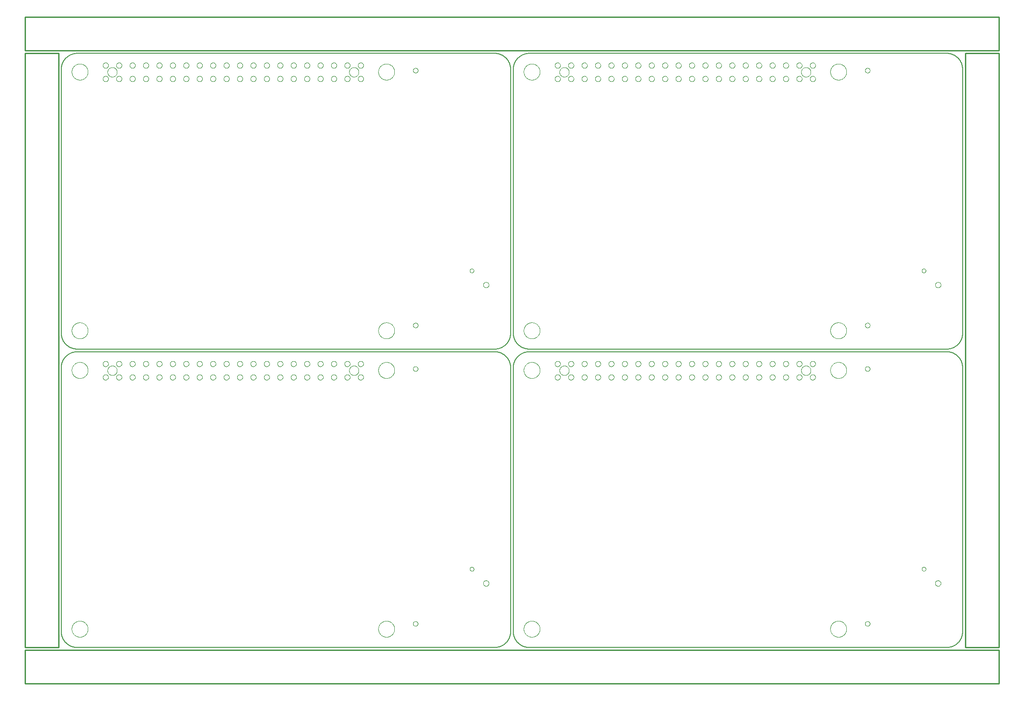
<source format=gko>
G75*
%MOIN*%
%OFA0B0*%
%FSLAX25Y25*%
%IPPOS*%
%LPD*%
%AMOC8*
5,1,8,0,0,1.08239X$1,22.5*
%
%ADD10C,0.00800*%
%ADD11C,0.01000*%
%ADD12C,0.00000*%
D10*
X0050743Y0034681D02*
X0361767Y0034681D01*
X0362052Y0034684D01*
X0362338Y0034695D01*
X0362623Y0034712D01*
X0362907Y0034736D01*
X0363191Y0034767D01*
X0363474Y0034805D01*
X0363755Y0034850D01*
X0364036Y0034901D01*
X0364316Y0034959D01*
X0364594Y0035024D01*
X0364870Y0035096D01*
X0365144Y0035174D01*
X0365417Y0035259D01*
X0365687Y0035351D01*
X0365955Y0035449D01*
X0366221Y0035553D01*
X0366484Y0035664D01*
X0366744Y0035781D01*
X0367002Y0035904D01*
X0367256Y0036034D01*
X0367507Y0036170D01*
X0367755Y0036311D01*
X0367999Y0036459D01*
X0368240Y0036612D01*
X0368476Y0036772D01*
X0368709Y0036937D01*
X0368938Y0037107D01*
X0369163Y0037283D01*
X0369383Y0037465D01*
X0369599Y0037651D01*
X0369810Y0037843D01*
X0370017Y0038040D01*
X0370219Y0038242D01*
X0370416Y0038449D01*
X0370608Y0038660D01*
X0370794Y0038876D01*
X0370976Y0039096D01*
X0371152Y0039321D01*
X0371322Y0039550D01*
X0371487Y0039783D01*
X0371647Y0040019D01*
X0371800Y0040260D01*
X0371948Y0040504D01*
X0372089Y0040752D01*
X0372225Y0041003D01*
X0372355Y0041257D01*
X0372478Y0041515D01*
X0372595Y0041775D01*
X0372706Y0042038D01*
X0372810Y0042304D01*
X0372908Y0042572D01*
X0373000Y0042842D01*
X0373085Y0043115D01*
X0373163Y0043389D01*
X0373235Y0043665D01*
X0373300Y0043943D01*
X0373358Y0044223D01*
X0373409Y0044504D01*
X0373454Y0044785D01*
X0373492Y0045068D01*
X0373523Y0045352D01*
X0373547Y0045636D01*
X0373564Y0045921D01*
X0373575Y0046207D01*
X0373578Y0046492D01*
X0373578Y0243343D01*
X0375578Y0243343D02*
X0375578Y0046492D01*
X0375581Y0046207D01*
X0375592Y0045921D01*
X0375609Y0045636D01*
X0375633Y0045352D01*
X0375664Y0045068D01*
X0375702Y0044785D01*
X0375747Y0044504D01*
X0375798Y0044223D01*
X0375856Y0043943D01*
X0375921Y0043665D01*
X0375993Y0043389D01*
X0376071Y0043115D01*
X0376156Y0042842D01*
X0376248Y0042572D01*
X0376346Y0042304D01*
X0376450Y0042038D01*
X0376561Y0041775D01*
X0376678Y0041515D01*
X0376801Y0041257D01*
X0376931Y0041003D01*
X0377067Y0040752D01*
X0377208Y0040504D01*
X0377356Y0040260D01*
X0377509Y0040019D01*
X0377669Y0039783D01*
X0377834Y0039550D01*
X0378004Y0039321D01*
X0378180Y0039096D01*
X0378362Y0038876D01*
X0378548Y0038660D01*
X0378740Y0038449D01*
X0378937Y0038242D01*
X0379139Y0038040D01*
X0379346Y0037843D01*
X0379557Y0037651D01*
X0379773Y0037465D01*
X0379993Y0037283D01*
X0380218Y0037107D01*
X0380447Y0036937D01*
X0380680Y0036772D01*
X0380916Y0036612D01*
X0381157Y0036459D01*
X0381401Y0036311D01*
X0381649Y0036170D01*
X0381900Y0036034D01*
X0382154Y0035904D01*
X0382412Y0035781D01*
X0382672Y0035664D01*
X0382935Y0035553D01*
X0383201Y0035449D01*
X0383469Y0035351D01*
X0383739Y0035259D01*
X0384012Y0035174D01*
X0384286Y0035096D01*
X0384562Y0035024D01*
X0384840Y0034959D01*
X0385120Y0034901D01*
X0385401Y0034850D01*
X0385682Y0034805D01*
X0385965Y0034767D01*
X0386249Y0034736D01*
X0386533Y0034712D01*
X0386818Y0034695D01*
X0387104Y0034684D01*
X0387389Y0034681D01*
X0698413Y0034681D01*
X0698698Y0034684D01*
X0698984Y0034695D01*
X0699269Y0034712D01*
X0699553Y0034736D01*
X0699837Y0034767D01*
X0700120Y0034805D01*
X0700401Y0034850D01*
X0700682Y0034901D01*
X0700962Y0034959D01*
X0701240Y0035024D01*
X0701516Y0035096D01*
X0701790Y0035174D01*
X0702063Y0035259D01*
X0702333Y0035351D01*
X0702601Y0035449D01*
X0702867Y0035553D01*
X0703130Y0035664D01*
X0703390Y0035781D01*
X0703648Y0035904D01*
X0703902Y0036034D01*
X0704153Y0036170D01*
X0704401Y0036311D01*
X0704645Y0036459D01*
X0704886Y0036612D01*
X0705122Y0036772D01*
X0705355Y0036937D01*
X0705584Y0037107D01*
X0705809Y0037283D01*
X0706029Y0037465D01*
X0706245Y0037651D01*
X0706456Y0037843D01*
X0706663Y0038040D01*
X0706865Y0038242D01*
X0707062Y0038449D01*
X0707254Y0038660D01*
X0707440Y0038876D01*
X0707622Y0039096D01*
X0707798Y0039321D01*
X0707968Y0039550D01*
X0708133Y0039783D01*
X0708293Y0040019D01*
X0708446Y0040260D01*
X0708594Y0040504D01*
X0708735Y0040752D01*
X0708871Y0041003D01*
X0709001Y0041257D01*
X0709124Y0041515D01*
X0709241Y0041775D01*
X0709352Y0042038D01*
X0709456Y0042304D01*
X0709554Y0042572D01*
X0709646Y0042842D01*
X0709731Y0043115D01*
X0709809Y0043389D01*
X0709881Y0043665D01*
X0709946Y0043943D01*
X0710004Y0044223D01*
X0710055Y0044504D01*
X0710100Y0044785D01*
X0710138Y0045068D01*
X0710169Y0045352D01*
X0710193Y0045636D01*
X0710210Y0045921D01*
X0710221Y0046207D01*
X0710224Y0046492D01*
X0710224Y0243343D01*
X0710221Y0243628D01*
X0710210Y0243914D01*
X0710193Y0244199D01*
X0710169Y0244483D01*
X0710138Y0244767D01*
X0710100Y0245050D01*
X0710055Y0245331D01*
X0710004Y0245612D01*
X0709946Y0245892D01*
X0709881Y0246170D01*
X0709809Y0246446D01*
X0709731Y0246720D01*
X0709646Y0246993D01*
X0709554Y0247263D01*
X0709456Y0247531D01*
X0709352Y0247797D01*
X0709241Y0248060D01*
X0709124Y0248320D01*
X0709001Y0248578D01*
X0708871Y0248832D01*
X0708735Y0249083D01*
X0708594Y0249331D01*
X0708446Y0249575D01*
X0708293Y0249816D01*
X0708133Y0250052D01*
X0707968Y0250285D01*
X0707798Y0250514D01*
X0707622Y0250739D01*
X0707440Y0250959D01*
X0707254Y0251175D01*
X0707062Y0251386D01*
X0706865Y0251593D01*
X0706663Y0251795D01*
X0706456Y0251992D01*
X0706245Y0252184D01*
X0706029Y0252370D01*
X0705809Y0252552D01*
X0705584Y0252728D01*
X0705355Y0252898D01*
X0705122Y0253063D01*
X0704886Y0253223D01*
X0704645Y0253376D01*
X0704401Y0253524D01*
X0704153Y0253665D01*
X0703902Y0253801D01*
X0703648Y0253931D01*
X0703390Y0254054D01*
X0703130Y0254171D01*
X0702867Y0254282D01*
X0702601Y0254386D01*
X0702333Y0254484D01*
X0702063Y0254576D01*
X0701790Y0254661D01*
X0701516Y0254739D01*
X0701240Y0254811D01*
X0700962Y0254876D01*
X0700682Y0254934D01*
X0700401Y0254985D01*
X0700120Y0255030D01*
X0699837Y0255068D01*
X0699553Y0255099D01*
X0699269Y0255123D01*
X0698984Y0255140D01*
X0698698Y0255151D01*
X0698413Y0255154D01*
X0387389Y0255154D01*
X0387389Y0257154D02*
X0698413Y0257154D01*
X0698698Y0257157D01*
X0698984Y0257168D01*
X0699269Y0257185D01*
X0699553Y0257209D01*
X0699837Y0257240D01*
X0700120Y0257278D01*
X0700401Y0257323D01*
X0700682Y0257374D01*
X0700962Y0257432D01*
X0701240Y0257497D01*
X0701516Y0257569D01*
X0701790Y0257647D01*
X0702063Y0257732D01*
X0702333Y0257824D01*
X0702601Y0257922D01*
X0702867Y0258026D01*
X0703130Y0258137D01*
X0703390Y0258254D01*
X0703648Y0258377D01*
X0703902Y0258507D01*
X0704153Y0258643D01*
X0704401Y0258784D01*
X0704645Y0258932D01*
X0704886Y0259085D01*
X0705122Y0259245D01*
X0705355Y0259410D01*
X0705584Y0259580D01*
X0705809Y0259756D01*
X0706029Y0259938D01*
X0706245Y0260124D01*
X0706456Y0260316D01*
X0706663Y0260513D01*
X0706865Y0260715D01*
X0707062Y0260922D01*
X0707254Y0261133D01*
X0707440Y0261349D01*
X0707622Y0261569D01*
X0707798Y0261794D01*
X0707968Y0262023D01*
X0708133Y0262256D01*
X0708293Y0262492D01*
X0708446Y0262733D01*
X0708594Y0262977D01*
X0708735Y0263225D01*
X0708871Y0263476D01*
X0709001Y0263730D01*
X0709124Y0263988D01*
X0709241Y0264248D01*
X0709352Y0264511D01*
X0709456Y0264777D01*
X0709554Y0265045D01*
X0709646Y0265315D01*
X0709731Y0265588D01*
X0709809Y0265862D01*
X0709881Y0266138D01*
X0709946Y0266416D01*
X0710004Y0266696D01*
X0710055Y0266977D01*
X0710100Y0267258D01*
X0710138Y0267541D01*
X0710169Y0267825D01*
X0710193Y0268109D01*
X0710210Y0268394D01*
X0710221Y0268680D01*
X0710224Y0268965D01*
X0710224Y0465815D01*
X0710221Y0466100D01*
X0710210Y0466386D01*
X0710193Y0466671D01*
X0710169Y0466955D01*
X0710138Y0467239D01*
X0710100Y0467522D01*
X0710055Y0467803D01*
X0710004Y0468084D01*
X0709946Y0468364D01*
X0709881Y0468642D01*
X0709809Y0468918D01*
X0709731Y0469192D01*
X0709646Y0469465D01*
X0709554Y0469735D01*
X0709456Y0470003D01*
X0709352Y0470269D01*
X0709241Y0470532D01*
X0709124Y0470792D01*
X0709001Y0471050D01*
X0708871Y0471304D01*
X0708735Y0471555D01*
X0708594Y0471803D01*
X0708446Y0472047D01*
X0708293Y0472288D01*
X0708133Y0472524D01*
X0707968Y0472757D01*
X0707798Y0472986D01*
X0707622Y0473211D01*
X0707440Y0473431D01*
X0707254Y0473647D01*
X0707062Y0473858D01*
X0706865Y0474065D01*
X0706663Y0474267D01*
X0706456Y0474464D01*
X0706245Y0474656D01*
X0706029Y0474842D01*
X0705809Y0475024D01*
X0705584Y0475200D01*
X0705355Y0475370D01*
X0705122Y0475535D01*
X0704886Y0475695D01*
X0704645Y0475848D01*
X0704401Y0475996D01*
X0704153Y0476137D01*
X0703902Y0476273D01*
X0703648Y0476403D01*
X0703390Y0476526D01*
X0703130Y0476643D01*
X0702867Y0476754D01*
X0702601Y0476858D01*
X0702333Y0476956D01*
X0702063Y0477048D01*
X0701790Y0477133D01*
X0701516Y0477211D01*
X0701240Y0477283D01*
X0700962Y0477348D01*
X0700682Y0477406D01*
X0700401Y0477457D01*
X0700120Y0477502D01*
X0699837Y0477540D01*
X0699553Y0477571D01*
X0699269Y0477595D01*
X0698984Y0477612D01*
X0698698Y0477623D01*
X0698413Y0477626D01*
X0387389Y0477626D01*
X0387104Y0477623D01*
X0386818Y0477612D01*
X0386533Y0477595D01*
X0386249Y0477571D01*
X0385965Y0477540D01*
X0385682Y0477502D01*
X0385401Y0477457D01*
X0385120Y0477406D01*
X0384840Y0477348D01*
X0384562Y0477283D01*
X0384286Y0477211D01*
X0384012Y0477133D01*
X0383739Y0477048D01*
X0383469Y0476956D01*
X0383201Y0476858D01*
X0382935Y0476754D01*
X0382672Y0476643D01*
X0382412Y0476526D01*
X0382154Y0476403D01*
X0381900Y0476273D01*
X0381649Y0476137D01*
X0381401Y0475996D01*
X0381157Y0475848D01*
X0380916Y0475695D01*
X0380680Y0475535D01*
X0380447Y0475370D01*
X0380218Y0475200D01*
X0379993Y0475024D01*
X0379773Y0474842D01*
X0379557Y0474656D01*
X0379346Y0474464D01*
X0379139Y0474267D01*
X0378937Y0474065D01*
X0378740Y0473858D01*
X0378548Y0473647D01*
X0378362Y0473431D01*
X0378180Y0473211D01*
X0378004Y0472986D01*
X0377834Y0472757D01*
X0377669Y0472524D01*
X0377509Y0472288D01*
X0377356Y0472047D01*
X0377208Y0471803D01*
X0377067Y0471555D01*
X0376931Y0471304D01*
X0376801Y0471050D01*
X0376678Y0470792D01*
X0376561Y0470532D01*
X0376450Y0470269D01*
X0376346Y0470003D01*
X0376248Y0469735D01*
X0376156Y0469465D01*
X0376071Y0469192D01*
X0375993Y0468918D01*
X0375921Y0468642D01*
X0375856Y0468364D01*
X0375798Y0468084D01*
X0375747Y0467803D01*
X0375702Y0467522D01*
X0375664Y0467239D01*
X0375633Y0466955D01*
X0375609Y0466671D01*
X0375592Y0466386D01*
X0375581Y0466100D01*
X0375578Y0465815D01*
X0375578Y0268965D01*
X0373578Y0268965D02*
X0373578Y0465815D01*
X0373575Y0466100D01*
X0373564Y0466386D01*
X0373547Y0466671D01*
X0373523Y0466955D01*
X0373492Y0467239D01*
X0373454Y0467522D01*
X0373409Y0467803D01*
X0373358Y0468084D01*
X0373300Y0468364D01*
X0373235Y0468642D01*
X0373163Y0468918D01*
X0373085Y0469192D01*
X0373000Y0469465D01*
X0372908Y0469735D01*
X0372810Y0470003D01*
X0372706Y0470269D01*
X0372595Y0470532D01*
X0372478Y0470792D01*
X0372355Y0471050D01*
X0372225Y0471304D01*
X0372089Y0471555D01*
X0371948Y0471803D01*
X0371800Y0472047D01*
X0371647Y0472288D01*
X0371487Y0472524D01*
X0371322Y0472757D01*
X0371152Y0472986D01*
X0370976Y0473211D01*
X0370794Y0473431D01*
X0370608Y0473647D01*
X0370416Y0473858D01*
X0370219Y0474065D01*
X0370017Y0474267D01*
X0369810Y0474464D01*
X0369599Y0474656D01*
X0369383Y0474842D01*
X0369163Y0475024D01*
X0368938Y0475200D01*
X0368709Y0475370D01*
X0368476Y0475535D01*
X0368240Y0475695D01*
X0367999Y0475848D01*
X0367755Y0475996D01*
X0367507Y0476137D01*
X0367256Y0476273D01*
X0367002Y0476403D01*
X0366744Y0476526D01*
X0366484Y0476643D01*
X0366221Y0476754D01*
X0365955Y0476858D01*
X0365687Y0476956D01*
X0365417Y0477048D01*
X0365144Y0477133D01*
X0364870Y0477211D01*
X0364594Y0477283D01*
X0364316Y0477348D01*
X0364036Y0477406D01*
X0363755Y0477457D01*
X0363474Y0477502D01*
X0363191Y0477540D01*
X0362907Y0477571D01*
X0362623Y0477595D01*
X0362338Y0477612D01*
X0362052Y0477623D01*
X0361767Y0477626D01*
X0050743Y0477626D01*
X0050458Y0477623D01*
X0050172Y0477612D01*
X0049887Y0477595D01*
X0049603Y0477571D01*
X0049319Y0477540D01*
X0049036Y0477502D01*
X0048755Y0477457D01*
X0048474Y0477406D01*
X0048194Y0477348D01*
X0047916Y0477283D01*
X0047640Y0477211D01*
X0047366Y0477133D01*
X0047093Y0477048D01*
X0046823Y0476956D01*
X0046555Y0476858D01*
X0046289Y0476754D01*
X0046026Y0476643D01*
X0045766Y0476526D01*
X0045508Y0476403D01*
X0045254Y0476273D01*
X0045003Y0476137D01*
X0044755Y0475996D01*
X0044511Y0475848D01*
X0044270Y0475695D01*
X0044034Y0475535D01*
X0043801Y0475370D01*
X0043572Y0475200D01*
X0043347Y0475024D01*
X0043127Y0474842D01*
X0042911Y0474656D01*
X0042700Y0474464D01*
X0042493Y0474267D01*
X0042291Y0474065D01*
X0042094Y0473858D01*
X0041902Y0473647D01*
X0041716Y0473431D01*
X0041534Y0473211D01*
X0041358Y0472986D01*
X0041188Y0472757D01*
X0041023Y0472524D01*
X0040863Y0472288D01*
X0040710Y0472047D01*
X0040562Y0471803D01*
X0040421Y0471555D01*
X0040285Y0471304D01*
X0040155Y0471050D01*
X0040032Y0470792D01*
X0039915Y0470532D01*
X0039804Y0470269D01*
X0039700Y0470003D01*
X0039602Y0469735D01*
X0039510Y0469465D01*
X0039425Y0469192D01*
X0039347Y0468918D01*
X0039275Y0468642D01*
X0039210Y0468364D01*
X0039152Y0468084D01*
X0039101Y0467803D01*
X0039056Y0467522D01*
X0039018Y0467239D01*
X0038987Y0466955D01*
X0038963Y0466671D01*
X0038946Y0466386D01*
X0038935Y0466100D01*
X0038932Y0465815D01*
X0038932Y0268965D01*
X0038935Y0268680D01*
X0038946Y0268394D01*
X0038963Y0268109D01*
X0038987Y0267825D01*
X0039018Y0267541D01*
X0039056Y0267258D01*
X0039101Y0266977D01*
X0039152Y0266696D01*
X0039210Y0266416D01*
X0039275Y0266138D01*
X0039347Y0265862D01*
X0039425Y0265588D01*
X0039510Y0265315D01*
X0039602Y0265045D01*
X0039700Y0264777D01*
X0039804Y0264511D01*
X0039915Y0264248D01*
X0040032Y0263988D01*
X0040155Y0263730D01*
X0040285Y0263476D01*
X0040421Y0263225D01*
X0040562Y0262977D01*
X0040710Y0262733D01*
X0040863Y0262492D01*
X0041023Y0262256D01*
X0041188Y0262023D01*
X0041358Y0261794D01*
X0041534Y0261569D01*
X0041716Y0261349D01*
X0041902Y0261133D01*
X0042094Y0260922D01*
X0042291Y0260715D01*
X0042493Y0260513D01*
X0042700Y0260316D01*
X0042911Y0260124D01*
X0043127Y0259938D01*
X0043347Y0259756D01*
X0043572Y0259580D01*
X0043801Y0259410D01*
X0044034Y0259245D01*
X0044270Y0259085D01*
X0044511Y0258932D01*
X0044755Y0258784D01*
X0045003Y0258643D01*
X0045254Y0258507D01*
X0045508Y0258377D01*
X0045766Y0258254D01*
X0046026Y0258137D01*
X0046289Y0258026D01*
X0046555Y0257922D01*
X0046823Y0257824D01*
X0047093Y0257732D01*
X0047366Y0257647D01*
X0047640Y0257569D01*
X0047916Y0257497D01*
X0048194Y0257432D01*
X0048474Y0257374D01*
X0048755Y0257323D01*
X0049036Y0257278D01*
X0049319Y0257240D01*
X0049603Y0257209D01*
X0049887Y0257185D01*
X0050172Y0257168D01*
X0050458Y0257157D01*
X0050743Y0257154D01*
X0361767Y0257154D01*
X0361767Y0255154D02*
X0050743Y0255154D01*
X0050458Y0255151D01*
X0050172Y0255140D01*
X0049887Y0255123D01*
X0049603Y0255099D01*
X0049319Y0255068D01*
X0049036Y0255030D01*
X0048755Y0254985D01*
X0048474Y0254934D01*
X0048194Y0254876D01*
X0047916Y0254811D01*
X0047640Y0254739D01*
X0047366Y0254661D01*
X0047093Y0254576D01*
X0046823Y0254484D01*
X0046555Y0254386D01*
X0046289Y0254282D01*
X0046026Y0254171D01*
X0045766Y0254054D01*
X0045508Y0253931D01*
X0045254Y0253801D01*
X0045003Y0253665D01*
X0044755Y0253524D01*
X0044511Y0253376D01*
X0044270Y0253223D01*
X0044034Y0253063D01*
X0043801Y0252898D01*
X0043572Y0252728D01*
X0043347Y0252552D01*
X0043127Y0252370D01*
X0042911Y0252184D01*
X0042700Y0251992D01*
X0042493Y0251795D01*
X0042291Y0251593D01*
X0042094Y0251386D01*
X0041902Y0251175D01*
X0041716Y0250959D01*
X0041534Y0250739D01*
X0041358Y0250514D01*
X0041188Y0250285D01*
X0041023Y0250052D01*
X0040863Y0249816D01*
X0040710Y0249575D01*
X0040562Y0249331D01*
X0040421Y0249083D01*
X0040285Y0248832D01*
X0040155Y0248578D01*
X0040032Y0248320D01*
X0039915Y0248060D01*
X0039804Y0247797D01*
X0039700Y0247531D01*
X0039602Y0247263D01*
X0039510Y0246993D01*
X0039425Y0246720D01*
X0039347Y0246446D01*
X0039275Y0246170D01*
X0039210Y0245892D01*
X0039152Y0245612D01*
X0039101Y0245331D01*
X0039056Y0245050D01*
X0039018Y0244767D01*
X0038987Y0244483D01*
X0038963Y0244199D01*
X0038946Y0243914D01*
X0038935Y0243628D01*
X0038932Y0243343D01*
X0038932Y0046492D01*
X0038935Y0046207D01*
X0038946Y0045921D01*
X0038963Y0045636D01*
X0038987Y0045352D01*
X0039018Y0045068D01*
X0039056Y0044785D01*
X0039101Y0044504D01*
X0039152Y0044223D01*
X0039210Y0043943D01*
X0039275Y0043665D01*
X0039347Y0043389D01*
X0039425Y0043115D01*
X0039510Y0042842D01*
X0039602Y0042572D01*
X0039700Y0042304D01*
X0039804Y0042038D01*
X0039915Y0041775D01*
X0040032Y0041515D01*
X0040155Y0041257D01*
X0040285Y0041003D01*
X0040421Y0040752D01*
X0040562Y0040504D01*
X0040710Y0040260D01*
X0040863Y0040019D01*
X0041023Y0039783D01*
X0041188Y0039550D01*
X0041358Y0039321D01*
X0041534Y0039096D01*
X0041716Y0038876D01*
X0041902Y0038660D01*
X0042094Y0038449D01*
X0042291Y0038242D01*
X0042493Y0038040D01*
X0042700Y0037843D01*
X0042911Y0037651D01*
X0043127Y0037465D01*
X0043347Y0037283D01*
X0043572Y0037107D01*
X0043801Y0036937D01*
X0044034Y0036772D01*
X0044270Y0036612D01*
X0044511Y0036459D01*
X0044755Y0036311D01*
X0045003Y0036170D01*
X0045254Y0036034D01*
X0045508Y0035904D01*
X0045766Y0035781D01*
X0046026Y0035664D01*
X0046289Y0035553D01*
X0046555Y0035449D01*
X0046823Y0035351D01*
X0047093Y0035259D01*
X0047366Y0035174D01*
X0047640Y0035096D01*
X0047916Y0035024D01*
X0048194Y0034959D01*
X0048474Y0034901D01*
X0048755Y0034850D01*
X0049036Y0034805D01*
X0049319Y0034767D01*
X0049603Y0034736D01*
X0049887Y0034712D01*
X0050172Y0034695D01*
X0050458Y0034684D01*
X0050743Y0034681D01*
X0361767Y0255154D02*
X0362052Y0255151D01*
X0362338Y0255140D01*
X0362623Y0255123D01*
X0362907Y0255099D01*
X0363191Y0255068D01*
X0363474Y0255030D01*
X0363755Y0254985D01*
X0364036Y0254934D01*
X0364316Y0254876D01*
X0364594Y0254811D01*
X0364870Y0254739D01*
X0365144Y0254661D01*
X0365417Y0254576D01*
X0365687Y0254484D01*
X0365955Y0254386D01*
X0366221Y0254282D01*
X0366484Y0254171D01*
X0366744Y0254054D01*
X0367002Y0253931D01*
X0367256Y0253801D01*
X0367507Y0253665D01*
X0367755Y0253524D01*
X0367999Y0253376D01*
X0368240Y0253223D01*
X0368476Y0253063D01*
X0368709Y0252898D01*
X0368938Y0252728D01*
X0369163Y0252552D01*
X0369383Y0252370D01*
X0369599Y0252184D01*
X0369810Y0251992D01*
X0370017Y0251795D01*
X0370219Y0251593D01*
X0370416Y0251386D01*
X0370608Y0251175D01*
X0370794Y0250959D01*
X0370976Y0250739D01*
X0371152Y0250514D01*
X0371322Y0250285D01*
X0371487Y0250052D01*
X0371647Y0249816D01*
X0371800Y0249575D01*
X0371948Y0249331D01*
X0372089Y0249083D01*
X0372225Y0248832D01*
X0372355Y0248578D01*
X0372478Y0248320D01*
X0372595Y0248060D01*
X0372706Y0247797D01*
X0372810Y0247531D01*
X0372908Y0247263D01*
X0373000Y0246993D01*
X0373085Y0246720D01*
X0373163Y0246446D01*
X0373235Y0246170D01*
X0373300Y0245892D01*
X0373358Y0245612D01*
X0373409Y0245331D01*
X0373454Y0245050D01*
X0373492Y0244767D01*
X0373523Y0244483D01*
X0373547Y0244199D01*
X0373564Y0243914D01*
X0373575Y0243628D01*
X0373578Y0243343D01*
X0375578Y0243343D02*
X0375581Y0243628D01*
X0375592Y0243914D01*
X0375609Y0244199D01*
X0375633Y0244483D01*
X0375664Y0244767D01*
X0375702Y0245050D01*
X0375747Y0245331D01*
X0375798Y0245612D01*
X0375856Y0245892D01*
X0375921Y0246170D01*
X0375993Y0246446D01*
X0376071Y0246720D01*
X0376156Y0246993D01*
X0376248Y0247263D01*
X0376346Y0247531D01*
X0376450Y0247797D01*
X0376561Y0248060D01*
X0376678Y0248320D01*
X0376801Y0248578D01*
X0376931Y0248832D01*
X0377067Y0249083D01*
X0377208Y0249331D01*
X0377356Y0249575D01*
X0377509Y0249816D01*
X0377669Y0250052D01*
X0377834Y0250285D01*
X0378004Y0250514D01*
X0378180Y0250739D01*
X0378362Y0250959D01*
X0378548Y0251175D01*
X0378740Y0251386D01*
X0378937Y0251593D01*
X0379139Y0251795D01*
X0379346Y0251992D01*
X0379557Y0252184D01*
X0379773Y0252370D01*
X0379993Y0252552D01*
X0380218Y0252728D01*
X0380447Y0252898D01*
X0380680Y0253063D01*
X0380916Y0253223D01*
X0381157Y0253376D01*
X0381401Y0253524D01*
X0381649Y0253665D01*
X0381900Y0253801D01*
X0382154Y0253931D01*
X0382412Y0254054D01*
X0382672Y0254171D01*
X0382935Y0254282D01*
X0383201Y0254386D01*
X0383469Y0254484D01*
X0383739Y0254576D01*
X0384012Y0254661D01*
X0384286Y0254739D01*
X0384562Y0254811D01*
X0384840Y0254876D01*
X0385120Y0254934D01*
X0385401Y0254985D01*
X0385682Y0255030D01*
X0385965Y0255068D01*
X0386249Y0255099D01*
X0386533Y0255123D01*
X0386818Y0255140D01*
X0387104Y0255151D01*
X0387389Y0255154D01*
X0387389Y0257154D02*
X0387104Y0257157D01*
X0386818Y0257168D01*
X0386533Y0257185D01*
X0386249Y0257209D01*
X0385965Y0257240D01*
X0385682Y0257278D01*
X0385401Y0257323D01*
X0385120Y0257374D01*
X0384840Y0257432D01*
X0384562Y0257497D01*
X0384286Y0257569D01*
X0384012Y0257647D01*
X0383739Y0257732D01*
X0383469Y0257824D01*
X0383201Y0257922D01*
X0382935Y0258026D01*
X0382672Y0258137D01*
X0382412Y0258254D01*
X0382154Y0258377D01*
X0381900Y0258507D01*
X0381649Y0258643D01*
X0381401Y0258784D01*
X0381157Y0258932D01*
X0380916Y0259085D01*
X0380680Y0259245D01*
X0380447Y0259410D01*
X0380218Y0259580D01*
X0379993Y0259756D01*
X0379773Y0259938D01*
X0379557Y0260124D01*
X0379346Y0260316D01*
X0379139Y0260513D01*
X0378937Y0260715D01*
X0378740Y0260922D01*
X0378548Y0261133D01*
X0378362Y0261349D01*
X0378180Y0261569D01*
X0378004Y0261794D01*
X0377834Y0262023D01*
X0377669Y0262256D01*
X0377509Y0262492D01*
X0377356Y0262733D01*
X0377208Y0262977D01*
X0377067Y0263225D01*
X0376931Y0263476D01*
X0376801Y0263730D01*
X0376678Y0263988D01*
X0376561Y0264248D01*
X0376450Y0264511D01*
X0376346Y0264777D01*
X0376248Y0265045D01*
X0376156Y0265315D01*
X0376071Y0265588D01*
X0375993Y0265862D01*
X0375921Y0266138D01*
X0375856Y0266416D01*
X0375798Y0266696D01*
X0375747Y0266977D01*
X0375702Y0267258D01*
X0375664Y0267541D01*
X0375633Y0267825D01*
X0375609Y0268109D01*
X0375592Y0268394D01*
X0375581Y0268680D01*
X0375578Y0268965D01*
X0373578Y0268965D02*
X0373575Y0268680D01*
X0373564Y0268394D01*
X0373547Y0268109D01*
X0373523Y0267825D01*
X0373492Y0267541D01*
X0373454Y0267258D01*
X0373409Y0266977D01*
X0373358Y0266696D01*
X0373300Y0266416D01*
X0373235Y0266138D01*
X0373163Y0265862D01*
X0373085Y0265588D01*
X0373000Y0265315D01*
X0372908Y0265045D01*
X0372810Y0264777D01*
X0372706Y0264511D01*
X0372595Y0264248D01*
X0372478Y0263988D01*
X0372355Y0263730D01*
X0372225Y0263476D01*
X0372089Y0263225D01*
X0371948Y0262977D01*
X0371800Y0262733D01*
X0371647Y0262492D01*
X0371487Y0262256D01*
X0371322Y0262023D01*
X0371152Y0261794D01*
X0370976Y0261569D01*
X0370794Y0261349D01*
X0370608Y0261133D01*
X0370416Y0260922D01*
X0370219Y0260715D01*
X0370017Y0260513D01*
X0369810Y0260316D01*
X0369599Y0260124D01*
X0369383Y0259938D01*
X0369163Y0259756D01*
X0368938Y0259580D01*
X0368709Y0259410D01*
X0368476Y0259245D01*
X0368240Y0259085D01*
X0367999Y0258932D01*
X0367755Y0258784D01*
X0367507Y0258643D01*
X0367256Y0258507D01*
X0367002Y0258377D01*
X0366744Y0258254D01*
X0366484Y0258137D01*
X0366221Y0258026D01*
X0365955Y0257922D01*
X0365687Y0257824D01*
X0365417Y0257732D01*
X0365144Y0257647D01*
X0364870Y0257569D01*
X0364594Y0257497D01*
X0364316Y0257432D01*
X0364036Y0257374D01*
X0363755Y0257323D01*
X0363474Y0257278D01*
X0363191Y0257240D01*
X0362907Y0257209D01*
X0362623Y0257185D01*
X0362338Y0257168D01*
X0362052Y0257157D01*
X0361767Y0257154D01*
D11*
X0011932Y0032681D02*
X0011932Y0007681D01*
X0737224Y0007681D01*
X0737224Y0032681D01*
X0011932Y0032681D01*
X0011932Y0034681D02*
X0011932Y0477626D01*
X0036932Y0477626D01*
X0036932Y0034681D01*
X0011932Y0034681D01*
X0011932Y0479626D02*
X0011932Y0504626D01*
X0737224Y0504626D01*
X0737224Y0479626D01*
X0011932Y0479626D01*
X0712224Y0477626D02*
X0712224Y0034681D01*
X0737224Y0034681D01*
X0737224Y0477626D01*
X0712224Y0477626D01*
D12*
X0637586Y0464909D02*
X0637588Y0464993D01*
X0637594Y0465076D01*
X0637604Y0465159D01*
X0637618Y0465242D01*
X0637635Y0465324D01*
X0637657Y0465405D01*
X0637682Y0465484D01*
X0637711Y0465563D01*
X0637744Y0465640D01*
X0637780Y0465715D01*
X0637820Y0465789D01*
X0637863Y0465861D01*
X0637910Y0465930D01*
X0637960Y0465997D01*
X0638013Y0466062D01*
X0638069Y0466124D01*
X0638127Y0466184D01*
X0638189Y0466241D01*
X0638253Y0466294D01*
X0638320Y0466345D01*
X0638389Y0466392D01*
X0638460Y0466437D01*
X0638533Y0466477D01*
X0638608Y0466514D01*
X0638685Y0466548D01*
X0638763Y0466578D01*
X0638842Y0466604D01*
X0638923Y0466627D01*
X0639005Y0466645D01*
X0639087Y0466660D01*
X0639170Y0466671D01*
X0639253Y0466678D01*
X0639337Y0466681D01*
X0639421Y0466680D01*
X0639504Y0466675D01*
X0639588Y0466666D01*
X0639670Y0466653D01*
X0639752Y0466637D01*
X0639833Y0466616D01*
X0639914Y0466592D01*
X0639992Y0466564D01*
X0640070Y0466532D01*
X0640146Y0466496D01*
X0640220Y0466457D01*
X0640292Y0466415D01*
X0640362Y0466369D01*
X0640430Y0466320D01*
X0640495Y0466268D01*
X0640558Y0466213D01*
X0640618Y0466155D01*
X0640676Y0466094D01*
X0640730Y0466030D01*
X0640782Y0465964D01*
X0640830Y0465896D01*
X0640875Y0465825D01*
X0640916Y0465752D01*
X0640955Y0465678D01*
X0640989Y0465602D01*
X0641020Y0465524D01*
X0641047Y0465445D01*
X0641071Y0465364D01*
X0641090Y0465283D01*
X0641106Y0465201D01*
X0641118Y0465118D01*
X0641126Y0465034D01*
X0641130Y0464951D01*
X0641130Y0464867D01*
X0641126Y0464784D01*
X0641118Y0464700D01*
X0641106Y0464617D01*
X0641090Y0464535D01*
X0641071Y0464454D01*
X0641047Y0464373D01*
X0641020Y0464294D01*
X0640989Y0464216D01*
X0640955Y0464140D01*
X0640916Y0464066D01*
X0640875Y0463993D01*
X0640830Y0463922D01*
X0640782Y0463854D01*
X0640730Y0463788D01*
X0640676Y0463724D01*
X0640618Y0463663D01*
X0640558Y0463605D01*
X0640495Y0463550D01*
X0640430Y0463498D01*
X0640362Y0463449D01*
X0640292Y0463403D01*
X0640220Y0463361D01*
X0640146Y0463322D01*
X0640070Y0463286D01*
X0639992Y0463254D01*
X0639914Y0463226D01*
X0639833Y0463202D01*
X0639752Y0463181D01*
X0639670Y0463165D01*
X0639588Y0463152D01*
X0639504Y0463143D01*
X0639421Y0463138D01*
X0639337Y0463137D01*
X0639253Y0463140D01*
X0639170Y0463147D01*
X0639087Y0463158D01*
X0639005Y0463173D01*
X0638923Y0463191D01*
X0638842Y0463214D01*
X0638763Y0463240D01*
X0638685Y0463270D01*
X0638608Y0463304D01*
X0638533Y0463341D01*
X0638460Y0463381D01*
X0638389Y0463426D01*
X0638320Y0463473D01*
X0638253Y0463524D01*
X0638189Y0463577D01*
X0638127Y0463634D01*
X0638069Y0463694D01*
X0638013Y0463756D01*
X0637960Y0463821D01*
X0637910Y0463888D01*
X0637863Y0463957D01*
X0637820Y0464029D01*
X0637780Y0464103D01*
X0637744Y0464178D01*
X0637711Y0464255D01*
X0637682Y0464334D01*
X0637657Y0464413D01*
X0637635Y0464494D01*
X0637618Y0464576D01*
X0637604Y0464659D01*
X0637594Y0464742D01*
X0637588Y0464825D01*
X0637586Y0464909D01*
X0611704Y0463846D02*
X0611706Y0464000D01*
X0611712Y0464155D01*
X0611722Y0464309D01*
X0611736Y0464463D01*
X0611754Y0464616D01*
X0611775Y0464769D01*
X0611801Y0464922D01*
X0611831Y0465073D01*
X0611864Y0465224D01*
X0611902Y0465374D01*
X0611943Y0465523D01*
X0611988Y0465671D01*
X0612037Y0465817D01*
X0612090Y0465963D01*
X0612146Y0466106D01*
X0612206Y0466249D01*
X0612270Y0466389D01*
X0612337Y0466529D01*
X0612408Y0466666D01*
X0612482Y0466801D01*
X0612560Y0466935D01*
X0612641Y0467066D01*
X0612726Y0467195D01*
X0612814Y0467323D01*
X0612905Y0467447D01*
X0612999Y0467570D01*
X0613097Y0467690D01*
X0613197Y0467807D01*
X0613301Y0467922D01*
X0613407Y0468034D01*
X0613516Y0468143D01*
X0613628Y0468249D01*
X0613743Y0468353D01*
X0613860Y0468453D01*
X0613980Y0468551D01*
X0614103Y0468645D01*
X0614227Y0468736D01*
X0614355Y0468824D01*
X0614484Y0468909D01*
X0614615Y0468990D01*
X0614749Y0469068D01*
X0614884Y0469142D01*
X0615021Y0469213D01*
X0615161Y0469280D01*
X0615301Y0469344D01*
X0615444Y0469404D01*
X0615587Y0469460D01*
X0615733Y0469513D01*
X0615879Y0469562D01*
X0616027Y0469607D01*
X0616176Y0469648D01*
X0616326Y0469686D01*
X0616477Y0469719D01*
X0616628Y0469749D01*
X0616781Y0469775D01*
X0616934Y0469796D01*
X0617087Y0469814D01*
X0617241Y0469828D01*
X0617395Y0469838D01*
X0617550Y0469844D01*
X0617704Y0469846D01*
X0617858Y0469844D01*
X0618013Y0469838D01*
X0618167Y0469828D01*
X0618321Y0469814D01*
X0618474Y0469796D01*
X0618627Y0469775D01*
X0618780Y0469749D01*
X0618931Y0469719D01*
X0619082Y0469686D01*
X0619232Y0469648D01*
X0619381Y0469607D01*
X0619529Y0469562D01*
X0619675Y0469513D01*
X0619821Y0469460D01*
X0619964Y0469404D01*
X0620107Y0469344D01*
X0620247Y0469280D01*
X0620387Y0469213D01*
X0620524Y0469142D01*
X0620659Y0469068D01*
X0620793Y0468990D01*
X0620924Y0468909D01*
X0621053Y0468824D01*
X0621181Y0468736D01*
X0621305Y0468645D01*
X0621428Y0468551D01*
X0621548Y0468453D01*
X0621665Y0468353D01*
X0621780Y0468249D01*
X0621892Y0468143D01*
X0622001Y0468034D01*
X0622107Y0467922D01*
X0622211Y0467807D01*
X0622311Y0467690D01*
X0622409Y0467570D01*
X0622503Y0467447D01*
X0622594Y0467323D01*
X0622682Y0467195D01*
X0622767Y0467066D01*
X0622848Y0466935D01*
X0622926Y0466801D01*
X0623000Y0466666D01*
X0623071Y0466529D01*
X0623138Y0466389D01*
X0623202Y0466249D01*
X0623262Y0466106D01*
X0623318Y0465963D01*
X0623371Y0465817D01*
X0623420Y0465671D01*
X0623465Y0465523D01*
X0623506Y0465374D01*
X0623544Y0465224D01*
X0623577Y0465073D01*
X0623607Y0464922D01*
X0623633Y0464769D01*
X0623654Y0464616D01*
X0623672Y0464463D01*
X0623686Y0464309D01*
X0623696Y0464155D01*
X0623702Y0464000D01*
X0623704Y0463846D01*
X0623702Y0463692D01*
X0623696Y0463537D01*
X0623686Y0463383D01*
X0623672Y0463229D01*
X0623654Y0463076D01*
X0623633Y0462923D01*
X0623607Y0462770D01*
X0623577Y0462619D01*
X0623544Y0462468D01*
X0623506Y0462318D01*
X0623465Y0462169D01*
X0623420Y0462021D01*
X0623371Y0461875D01*
X0623318Y0461729D01*
X0623262Y0461586D01*
X0623202Y0461443D01*
X0623138Y0461303D01*
X0623071Y0461163D01*
X0623000Y0461026D01*
X0622926Y0460891D01*
X0622848Y0460757D01*
X0622767Y0460626D01*
X0622682Y0460497D01*
X0622594Y0460369D01*
X0622503Y0460245D01*
X0622409Y0460122D01*
X0622311Y0460002D01*
X0622211Y0459885D01*
X0622107Y0459770D01*
X0622001Y0459658D01*
X0621892Y0459549D01*
X0621780Y0459443D01*
X0621665Y0459339D01*
X0621548Y0459239D01*
X0621428Y0459141D01*
X0621305Y0459047D01*
X0621181Y0458956D01*
X0621053Y0458868D01*
X0620924Y0458783D01*
X0620793Y0458702D01*
X0620659Y0458624D01*
X0620524Y0458550D01*
X0620387Y0458479D01*
X0620247Y0458412D01*
X0620107Y0458348D01*
X0619964Y0458288D01*
X0619821Y0458232D01*
X0619675Y0458179D01*
X0619529Y0458130D01*
X0619381Y0458085D01*
X0619232Y0458044D01*
X0619082Y0458006D01*
X0618931Y0457973D01*
X0618780Y0457943D01*
X0618627Y0457917D01*
X0618474Y0457896D01*
X0618321Y0457878D01*
X0618167Y0457864D01*
X0618013Y0457854D01*
X0617858Y0457848D01*
X0617704Y0457846D01*
X0617550Y0457848D01*
X0617395Y0457854D01*
X0617241Y0457864D01*
X0617087Y0457878D01*
X0616934Y0457896D01*
X0616781Y0457917D01*
X0616628Y0457943D01*
X0616477Y0457973D01*
X0616326Y0458006D01*
X0616176Y0458044D01*
X0616027Y0458085D01*
X0615879Y0458130D01*
X0615733Y0458179D01*
X0615587Y0458232D01*
X0615444Y0458288D01*
X0615301Y0458348D01*
X0615161Y0458412D01*
X0615021Y0458479D01*
X0614884Y0458550D01*
X0614749Y0458624D01*
X0614615Y0458702D01*
X0614484Y0458783D01*
X0614355Y0458868D01*
X0614227Y0458956D01*
X0614103Y0459047D01*
X0613980Y0459141D01*
X0613860Y0459239D01*
X0613743Y0459339D01*
X0613628Y0459443D01*
X0613516Y0459549D01*
X0613407Y0459658D01*
X0613301Y0459770D01*
X0613197Y0459885D01*
X0613097Y0460002D01*
X0612999Y0460122D01*
X0612905Y0460245D01*
X0612814Y0460369D01*
X0612726Y0460497D01*
X0612641Y0460626D01*
X0612560Y0460757D01*
X0612482Y0460891D01*
X0612408Y0461026D01*
X0612337Y0461163D01*
X0612270Y0461303D01*
X0612206Y0461443D01*
X0612146Y0461586D01*
X0612090Y0461729D01*
X0612037Y0461875D01*
X0611988Y0462021D01*
X0611943Y0462169D01*
X0611902Y0462318D01*
X0611864Y0462468D01*
X0611831Y0462619D01*
X0611801Y0462770D01*
X0611775Y0462923D01*
X0611754Y0463076D01*
X0611736Y0463229D01*
X0611722Y0463383D01*
X0611712Y0463537D01*
X0611706Y0463692D01*
X0611704Y0463846D01*
X0596523Y0468650D02*
X0596525Y0468739D01*
X0596531Y0468829D01*
X0596541Y0468918D01*
X0596555Y0469006D01*
X0596573Y0469094D01*
X0596594Y0469181D01*
X0596620Y0469266D01*
X0596649Y0469351D01*
X0596682Y0469434D01*
X0596719Y0469515D01*
X0596759Y0469595D01*
X0596803Y0469673D01*
X0596851Y0469749D01*
X0596901Y0469823D01*
X0596955Y0469894D01*
X0597012Y0469963D01*
X0597072Y0470030D01*
X0597135Y0470093D01*
X0597201Y0470154D01*
X0597269Y0470212D01*
X0597340Y0470267D01*
X0597413Y0470318D01*
X0597489Y0470366D01*
X0597566Y0470411D01*
X0597645Y0470452D01*
X0597727Y0470490D01*
X0597809Y0470524D01*
X0597893Y0470554D01*
X0597979Y0470581D01*
X0598066Y0470603D01*
X0598153Y0470622D01*
X0598241Y0470637D01*
X0598330Y0470648D01*
X0598419Y0470655D01*
X0598509Y0470658D01*
X0598598Y0470657D01*
X0598687Y0470652D01*
X0598776Y0470643D01*
X0598865Y0470630D01*
X0598953Y0470613D01*
X0599040Y0470592D01*
X0599126Y0470568D01*
X0599211Y0470539D01*
X0599294Y0470507D01*
X0599376Y0470471D01*
X0599457Y0470432D01*
X0599535Y0470389D01*
X0599611Y0470343D01*
X0599686Y0470293D01*
X0599758Y0470240D01*
X0599827Y0470183D01*
X0599894Y0470124D01*
X0599959Y0470062D01*
X0600020Y0469997D01*
X0600079Y0469929D01*
X0600134Y0469859D01*
X0600186Y0469786D01*
X0600235Y0469712D01*
X0600281Y0469635D01*
X0600323Y0469556D01*
X0600362Y0469475D01*
X0600397Y0469393D01*
X0600428Y0469309D01*
X0600455Y0469224D01*
X0600479Y0469137D01*
X0600499Y0469050D01*
X0600515Y0468962D01*
X0600527Y0468873D01*
X0600535Y0468784D01*
X0600539Y0468695D01*
X0600539Y0468605D01*
X0600535Y0468516D01*
X0600527Y0468427D01*
X0600515Y0468338D01*
X0600499Y0468250D01*
X0600479Y0468163D01*
X0600455Y0468076D01*
X0600428Y0467991D01*
X0600397Y0467907D01*
X0600362Y0467825D01*
X0600323Y0467744D01*
X0600281Y0467665D01*
X0600235Y0467588D01*
X0600186Y0467514D01*
X0600134Y0467441D01*
X0600079Y0467371D01*
X0600020Y0467303D01*
X0599959Y0467238D01*
X0599894Y0467176D01*
X0599827Y0467117D01*
X0599758Y0467060D01*
X0599686Y0467007D01*
X0599611Y0466957D01*
X0599535Y0466911D01*
X0599457Y0466868D01*
X0599376Y0466829D01*
X0599294Y0466793D01*
X0599211Y0466761D01*
X0599126Y0466732D01*
X0599040Y0466708D01*
X0598953Y0466687D01*
X0598865Y0466670D01*
X0598776Y0466657D01*
X0598687Y0466648D01*
X0598598Y0466643D01*
X0598509Y0466642D01*
X0598419Y0466645D01*
X0598330Y0466652D01*
X0598241Y0466663D01*
X0598153Y0466678D01*
X0598066Y0466697D01*
X0597979Y0466719D01*
X0597893Y0466746D01*
X0597809Y0466776D01*
X0597727Y0466810D01*
X0597645Y0466848D01*
X0597566Y0466889D01*
X0597489Y0466934D01*
X0597413Y0466982D01*
X0597340Y0467033D01*
X0597269Y0467088D01*
X0597201Y0467146D01*
X0597135Y0467207D01*
X0597072Y0467270D01*
X0597012Y0467337D01*
X0596955Y0467406D01*
X0596901Y0467477D01*
X0596851Y0467551D01*
X0596803Y0467627D01*
X0596759Y0467705D01*
X0596719Y0467785D01*
X0596682Y0467866D01*
X0596649Y0467949D01*
X0596620Y0468034D01*
X0596594Y0468119D01*
X0596573Y0468206D01*
X0596555Y0468294D01*
X0596541Y0468382D01*
X0596531Y0468471D01*
X0596525Y0468561D01*
X0596523Y0468650D01*
X0589988Y0463650D02*
X0589990Y0463768D01*
X0589996Y0463887D01*
X0590006Y0464005D01*
X0590020Y0464122D01*
X0590037Y0464239D01*
X0590059Y0464356D01*
X0590085Y0464471D01*
X0590114Y0464586D01*
X0590147Y0464700D01*
X0590184Y0464812D01*
X0590225Y0464923D01*
X0590269Y0465033D01*
X0590317Y0465141D01*
X0590369Y0465248D01*
X0590424Y0465353D01*
X0590483Y0465456D01*
X0590545Y0465556D01*
X0590610Y0465655D01*
X0590679Y0465752D01*
X0590750Y0465846D01*
X0590825Y0465937D01*
X0590903Y0466027D01*
X0590984Y0466113D01*
X0591068Y0466197D01*
X0591154Y0466278D01*
X0591244Y0466356D01*
X0591335Y0466431D01*
X0591429Y0466502D01*
X0591526Y0466571D01*
X0591625Y0466636D01*
X0591725Y0466698D01*
X0591828Y0466757D01*
X0591933Y0466812D01*
X0592040Y0466864D01*
X0592148Y0466912D01*
X0592258Y0466956D01*
X0592369Y0466997D01*
X0592481Y0467034D01*
X0592595Y0467067D01*
X0592710Y0467096D01*
X0592825Y0467122D01*
X0592942Y0467144D01*
X0593059Y0467161D01*
X0593176Y0467175D01*
X0593294Y0467185D01*
X0593413Y0467191D01*
X0593531Y0467193D01*
X0593649Y0467191D01*
X0593768Y0467185D01*
X0593886Y0467175D01*
X0594003Y0467161D01*
X0594120Y0467144D01*
X0594237Y0467122D01*
X0594352Y0467096D01*
X0594467Y0467067D01*
X0594581Y0467034D01*
X0594693Y0466997D01*
X0594804Y0466956D01*
X0594914Y0466912D01*
X0595022Y0466864D01*
X0595129Y0466812D01*
X0595234Y0466757D01*
X0595337Y0466698D01*
X0595437Y0466636D01*
X0595536Y0466571D01*
X0595633Y0466502D01*
X0595727Y0466431D01*
X0595818Y0466356D01*
X0595908Y0466278D01*
X0595994Y0466197D01*
X0596078Y0466113D01*
X0596159Y0466027D01*
X0596237Y0465937D01*
X0596312Y0465846D01*
X0596383Y0465752D01*
X0596452Y0465655D01*
X0596517Y0465556D01*
X0596579Y0465456D01*
X0596638Y0465353D01*
X0596693Y0465248D01*
X0596745Y0465141D01*
X0596793Y0465033D01*
X0596837Y0464923D01*
X0596878Y0464812D01*
X0596915Y0464700D01*
X0596948Y0464586D01*
X0596977Y0464471D01*
X0597003Y0464356D01*
X0597025Y0464239D01*
X0597042Y0464122D01*
X0597056Y0464005D01*
X0597066Y0463887D01*
X0597072Y0463768D01*
X0597074Y0463650D01*
X0597072Y0463532D01*
X0597066Y0463413D01*
X0597056Y0463295D01*
X0597042Y0463178D01*
X0597025Y0463061D01*
X0597003Y0462944D01*
X0596977Y0462829D01*
X0596948Y0462714D01*
X0596915Y0462600D01*
X0596878Y0462488D01*
X0596837Y0462377D01*
X0596793Y0462267D01*
X0596745Y0462159D01*
X0596693Y0462052D01*
X0596638Y0461947D01*
X0596579Y0461844D01*
X0596517Y0461744D01*
X0596452Y0461645D01*
X0596383Y0461548D01*
X0596312Y0461454D01*
X0596237Y0461363D01*
X0596159Y0461273D01*
X0596078Y0461187D01*
X0595994Y0461103D01*
X0595908Y0461022D01*
X0595818Y0460944D01*
X0595727Y0460869D01*
X0595633Y0460798D01*
X0595536Y0460729D01*
X0595437Y0460664D01*
X0595337Y0460602D01*
X0595234Y0460543D01*
X0595129Y0460488D01*
X0595022Y0460436D01*
X0594914Y0460388D01*
X0594804Y0460344D01*
X0594693Y0460303D01*
X0594581Y0460266D01*
X0594467Y0460233D01*
X0594352Y0460204D01*
X0594237Y0460178D01*
X0594120Y0460156D01*
X0594003Y0460139D01*
X0593886Y0460125D01*
X0593768Y0460115D01*
X0593649Y0460109D01*
X0593531Y0460107D01*
X0593413Y0460109D01*
X0593294Y0460115D01*
X0593176Y0460125D01*
X0593059Y0460139D01*
X0592942Y0460156D01*
X0592825Y0460178D01*
X0592710Y0460204D01*
X0592595Y0460233D01*
X0592481Y0460266D01*
X0592369Y0460303D01*
X0592258Y0460344D01*
X0592148Y0460388D01*
X0592040Y0460436D01*
X0591933Y0460488D01*
X0591828Y0460543D01*
X0591725Y0460602D01*
X0591625Y0460664D01*
X0591526Y0460729D01*
X0591429Y0460798D01*
X0591335Y0460869D01*
X0591244Y0460944D01*
X0591154Y0461022D01*
X0591068Y0461103D01*
X0590984Y0461187D01*
X0590903Y0461273D01*
X0590825Y0461363D01*
X0590750Y0461454D01*
X0590679Y0461548D01*
X0590610Y0461645D01*
X0590545Y0461744D01*
X0590483Y0461844D01*
X0590424Y0461947D01*
X0590369Y0462052D01*
X0590317Y0462159D01*
X0590269Y0462267D01*
X0590225Y0462377D01*
X0590184Y0462488D01*
X0590147Y0462600D01*
X0590114Y0462714D01*
X0590085Y0462829D01*
X0590059Y0462944D01*
X0590037Y0463061D01*
X0590020Y0463178D01*
X0590006Y0463295D01*
X0589996Y0463413D01*
X0589990Y0463532D01*
X0589988Y0463650D01*
X0586523Y0468650D02*
X0586525Y0468739D01*
X0586531Y0468829D01*
X0586541Y0468918D01*
X0586555Y0469006D01*
X0586573Y0469094D01*
X0586594Y0469181D01*
X0586620Y0469266D01*
X0586649Y0469351D01*
X0586682Y0469434D01*
X0586719Y0469515D01*
X0586759Y0469595D01*
X0586803Y0469673D01*
X0586851Y0469749D01*
X0586901Y0469823D01*
X0586955Y0469894D01*
X0587012Y0469963D01*
X0587072Y0470030D01*
X0587135Y0470093D01*
X0587201Y0470154D01*
X0587269Y0470212D01*
X0587340Y0470267D01*
X0587413Y0470318D01*
X0587489Y0470366D01*
X0587566Y0470411D01*
X0587645Y0470452D01*
X0587727Y0470490D01*
X0587809Y0470524D01*
X0587893Y0470554D01*
X0587979Y0470581D01*
X0588066Y0470603D01*
X0588153Y0470622D01*
X0588241Y0470637D01*
X0588330Y0470648D01*
X0588419Y0470655D01*
X0588509Y0470658D01*
X0588598Y0470657D01*
X0588687Y0470652D01*
X0588776Y0470643D01*
X0588865Y0470630D01*
X0588953Y0470613D01*
X0589040Y0470592D01*
X0589126Y0470568D01*
X0589211Y0470539D01*
X0589294Y0470507D01*
X0589376Y0470471D01*
X0589457Y0470432D01*
X0589535Y0470389D01*
X0589611Y0470343D01*
X0589686Y0470293D01*
X0589758Y0470240D01*
X0589827Y0470183D01*
X0589894Y0470124D01*
X0589959Y0470062D01*
X0590020Y0469997D01*
X0590079Y0469929D01*
X0590134Y0469859D01*
X0590186Y0469786D01*
X0590235Y0469712D01*
X0590281Y0469635D01*
X0590323Y0469556D01*
X0590362Y0469475D01*
X0590397Y0469393D01*
X0590428Y0469309D01*
X0590455Y0469224D01*
X0590479Y0469137D01*
X0590499Y0469050D01*
X0590515Y0468962D01*
X0590527Y0468873D01*
X0590535Y0468784D01*
X0590539Y0468695D01*
X0590539Y0468605D01*
X0590535Y0468516D01*
X0590527Y0468427D01*
X0590515Y0468338D01*
X0590499Y0468250D01*
X0590479Y0468163D01*
X0590455Y0468076D01*
X0590428Y0467991D01*
X0590397Y0467907D01*
X0590362Y0467825D01*
X0590323Y0467744D01*
X0590281Y0467665D01*
X0590235Y0467588D01*
X0590186Y0467514D01*
X0590134Y0467441D01*
X0590079Y0467371D01*
X0590020Y0467303D01*
X0589959Y0467238D01*
X0589894Y0467176D01*
X0589827Y0467117D01*
X0589758Y0467060D01*
X0589686Y0467007D01*
X0589611Y0466957D01*
X0589535Y0466911D01*
X0589457Y0466868D01*
X0589376Y0466829D01*
X0589294Y0466793D01*
X0589211Y0466761D01*
X0589126Y0466732D01*
X0589040Y0466708D01*
X0588953Y0466687D01*
X0588865Y0466670D01*
X0588776Y0466657D01*
X0588687Y0466648D01*
X0588598Y0466643D01*
X0588509Y0466642D01*
X0588419Y0466645D01*
X0588330Y0466652D01*
X0588241Y0466663D01*
X0588153Y0466678D01*
X0588066Y0466697D01*
X0587979Y0466719D01*
X0587893Y0466746D01*
X0587809Y0466776D01*
X0587727Y0466810D01*
X0587645Y0466848D01*
X0587566Y0466889D01*
X0587489Y0466934D01*
X0587413Y0466982D01*
X0587340Y0467033D01*
X0587269Y0467088D01*
X0587201Y0467146D01*
X0587135Y0467207D01*
X0587072Y0467270D01*
X0587012Y0467337D01*
X0586955Y0467406D01*
X0586901Y0467477D01*
X0586851Y0467551D01*
X0586803Y0467627D01*
X0586759Y0467705D01*
X0586719Y0467785D01*
X0586682Y0467866D01*
X0586649Y0467949D01*
X0586620Y0468034D01*
X0586594Y0468119D01*
X0586573Y0468206D01*
X0586555Y0468294D01*
X0586541Y0468382D01*
X0586531Y0468471D01*
X0586525Y0468561D01*
X0586523Y0468650D01*
X0576523Y0468650D02*
X0576525Y0468739D01*
X0576531Y0468829D01*
X0576541Y0468918D01*
X0576555Y0469006D01*
X0576573Y0469094D01*
X0576594Y0469181D01*
X0576620Y0469266D01*
X0576649Y0469351D01*
X0576682Y0469434D01*
X0576719Y0469515D01*
X0576759Y0469595D01*
X0576803Y0469673D01*
X0576851Y0469749D01*
X0576901Y0469823D01*
X0576955Y0469894D01*
X0577012Y0469963D01*
X0577072Y0470030D01*
X0577135Y0470093D01*
X0577201Y0470154D01*
X0577269Y0470212D01*
X0577340Y0470267D01*
X0577413Y0470318D01*
X0577489Y0470366D01*
X0577566Y0470411D01*
X0577645Y0470452D01*
X0577727Y0470490D01*
X0577809Y0470524D01*
X0577893Y0470554D01*
X0577979Y0470581D01*
X0578066Y0470603D01*
X0578153Y0470622D01*
X0578241Y0470637D01*
X0578330Y0470648D01*
X0578419Y0470655D01*
X0578509Y0470658D01*
X0578598Y0470657D01*
X0578687Y0470652D01*
X0578776Y0470643D01*
X0578865Y0470630D01*
X0578953Y0470613D01*
X0579040Y0470592D01*
X0579126Y0470568D01*
X0579211Y0470539D01*
X0579294Y0470507D01*
X0579376Y0470471D01*
X0579457Y0470432D01*
X0579535Y0470389D01*
X0579611Y0470343D01*
X0579686Y0470293D01*
X0579758Y0470240D01*
X0579827Y0470183D01*
X0579894Y0470124D01*
X0579959Y0470062D01*
X0580020Y0469997D01*
X0580079Y0469929D01*
X0580134Y0469859D01*
X0580186Y0469786D01*
X0580235Y0469712D01*
X0580281Y0469635D01*
X0580323Y0469556D01*
X0580362Y0469475D01*
X0580397Y0469393D01*
X0580428Y0469309D01*
X0580455Y0469224D01*
X0580479Y0469137D01*
X0580499Y0469050D01*
X0580515Y0468962D01*
X0580527Y0468873D01*
X0580535Y0468784D01*
X0580539Y0468695D01*
X0580539Y0468605D01*
X0580535Y0468516D01*
X0580527Y0468427D01*
X0580515Y0468338D01*
X0580499Y0468250D01*
X0580479Y0468163D01*
X0580455Y0468076D01*
X0580428Y0467991D01*
X0580397Y0467907D01*
X0580362Y0467825D01*
X0580323Y0467744D01*
X0580281Y0467665D01*
X0580235Y0467588D01*
X0580186Y0467514D01*
X0580134Y0467441D01*
X0580079Y0467371D01*
X0580020Y0467303D01*
X0579959Y0467238D01*
X0579894Y0467176D01*
X0579827Y0467117D01*
X0579758Y0467060D01*
X0579686Y0467007D01*
X0579611Y0466957D01*
X0579535Y0466911D01*
X0579457Y0466868D01*
X0579376Y0466829D01*
X0579294Y0466793D01*
X0579211Y0466761D01*
X0579126Y0466732D01*
X0579040Y0466708D01*
X0578953Y0466687D01*
X0578865Y0466670D01*
X0578776Y0466657D01*
X0578687Y0466648D01*
X0578598Y0466643D01*
X0578509Y0466642D01*
X0578419Y0466645D01*
X0578330Y0466652D01*
X0578241Y0466663D01*
X0578153Y0466678D01*
X0578066Y0466697D01*
X0577979Y0466719D01*
X0577893Y0466746D01*
X0577809Y0466776D01*
X0577727Y0466810D01*
X0577645Y0466848D01*
X0577566Y0466889D01*
X0577489Y0466934D01*
X0577413Y0466982D01*
X0577340Y0467033D01*
X0577269Y0467088D01*
X0577201Y0467146D01*
X0577135Y0467207D01*
X0577072Y0467270D01*
X0577012Y0467337D01*
X0576955Y0467406D01*
X0576901Y0467477D01*
X0576851Y0467551D01*
X0576803Y0467627D01*
X0576759Y0467705D01*
X0576719Y0467785D01*
X0576682Y0467866D01*
X0576649Y0467949D01*
X0576620Y0468034D01*
X0576594Y0468119D01*
X0576573Y0468206D01*
X0576555Y0468294D01*
X0576541Y0468382D01*
X0576531Y0468471D01*
X0576525Y0468561D01*
X0576523Y0468650D01*
X0566523Y0468650D02*
X0566525Y0468739D01*
X0566531Y0468829D01*
X0566541Y0468918D01*
X0566555Y0469006D01*
X0566573Y0469094D01*
X0566594Y0469181D01*
X0566620Y0469266D01*
X0566649Y0469351D01*
X0566682Y0469434D01*
X0566719Y0469515D01*
X0566759Y0469595D01*
X0566803Y0469673D01*
X0566851Y0469749D01*
X0566901Y0469823D01*
X0566955Y0469894D01*
X0567012Y0469963D01*
X0567072Y0470030D01*
X0567135Y0470093D01*
X0567201Y0470154D01*
X0567269Y0470212D01*
X0567340Y0470267D01*
X0567413Y0470318D01*
X0567489Y0470366D01*
X0567566Y0470411D01*
X0567645Y0470452D01*
X0567727Y0470490D01*
X0567809Y0470524D01*
X0567893Y0470554D01*
X0567979Y0470581D01*
X0568066Y0470603D01*
X0568153Y0470622D01*
X0568241Y0470637D01*
X0568330Y0470648D01*
X0568419Y0470655D01*
X0568509Y0470658D01*
X0568598Y0470657D01*
X0568687Y0470652D01*
X0568776Y0470643D01*
X0568865Y0470630D01*
X0568953Y0470613D01*
X0569040Y0470592D01*
X0569126Y0470568D01*
X0569211Y0470539D01*
X0569294Y0470507D01*
X0569376Y0470471D01*
X0569457Y0470432D01*
X0569535Y0470389D01*
X0569611Y0470343D01*
X0569686Y0470293D01*
X0569758Y0470240D01*
X0569827Y0470183D01*
X0569894Y0470124D01*
X0569959Y0470062D01*
X0570020Y0469997D01*
X0570079Y0469929D01*
X0570134Y0469859D01*
X0570186Y0469786D01*
X0570235Y0469712D01*
X0570281Y0469635D01*
X0570323Y0469556D01*
X0570362Y0469475D01*
X0570397Y0469393D01*
X0570428Y0469309D01*
X0570455Y0469224D01*
X0570479Y0469137D01*
X0570499Y0469050D01*
X0570515Y0468962D01*
X0570527Y0468873D01*
X0570535Y0468784D01*
X0570539Y0468695D01*
X0570539Y0468605D01*
X0570535Y0468516D01*
X0570527Y0468427D01*
X0570515Y0468338D01*
X0570499Y0468250D01*
X0570479Y0468163D01*
X0570455Y0468076D01*
X0570428Y0467991D01*
X0570397Y0467907D01*
X0570362Y0467825D01*
X0570323Y0467744D01*
X0570281Y0467665D01*
X0570235Y0467588D01*
X0570186Y0467514D01*
X0570134Y0467441D01*
X0570079Y0467371D01*
X0570020Y0467303D01*
X0569959Y0467238D01*
X0569894Y0467176D01*
X0569827Y0467117D01*
X0569758Y0467060D01*
X0569686Y0467007D01*
X0569611Y0466957D01*
X0569535Y0466911D01*
X0569457Y0466868D01*
X0569376Y0466829D01*
X0569294Y0466793D01*
X0569211Y0466761D01*
X0569126Y0466732D01*
X0569040Y0466708D01*
X0568953Y0466687D01*
X0568865Y0466670D01*
X0568776Y0466657D01*
X0568687Y0466648D01*
X0568598Y0466643D01*
X0568509Y0466642D01*
X0568419Y0466645D01*
X0568330Y0466652D01*
X0568241Y0466663D01*
X0568153Y0466678D01*
X0568066Y0466697D01*
X0567979Y0466719D01*
X0567893Y0466746D01*
X0567809Y0466776D01*
X0567727Y0466810D01*
X0567645Y0466848D01*
X0567566Y0466889D01*
X0567489Y0466934D01*
X0567413Y0466982D01*
X0567340Y0467033D01*
X0567269Y0467088D01*
X0567201Y0467146D01*
X0567135Y0467207D01*
X0567072Y0467270D01*
X0567012Y0467337D01*
X0566955Y0467406D01*
X0566901Y0467477D01*
X0566851Y0467551D01*
X0566803Y0467627D01*
X0566759Y0467705D01*
X0566719Y0467785D01*
X0566682Y0467866D01*
X0566649Y0467949D01*
X0566620Y0468034D01*
X0566594Y0468119D01*
X0566573Y0468206D01*
X0566555Y0468294D01*
X0566541Y0468382D01*
X0566531Y0468471D01*
X0566525Y0468561D01*
X0566523Y0468650D01*
X0556523Y0468650D02*
X0556525Y0468739D01*
X0556531Y0468829D01*
X0556541Y0468918D01*
X0556555Y0469006D01*
X0556573Y0469094D01*
X0556594Y0469181D01*
X0556620Y0469266D01*
X0556649Y0469351D01*
X0556682Y0469434D01*
X0556719Y0469515D01*
X0556759Y0469595D01*
X0556803Y0469673D01*
X0556851Y0469749D01*
X0556901Y0469823D01*
X0556955Y0469894D01*
X0557012Y0469963D01*
X0557072Y0470030D01*
X0557135Y0470093D01*
X0557201Y0470154D01*
X0557269Y0470212D01*
X0557340Y0470267D01*
X0557413Y0470318D01*
X0557489Y0470366D01*
X0557566Y0470411D01*
X0557645Y0470452D01*
X0557727Y0470490D01*
X0557809Y0470524D01*
X0557893Y0470554D01*
X0557979Y0470581D01*
X0558066Y0470603D01*
X0558153Y0470622D01*
X0558241Y0470637D01*
X0558330Y0470648D01*
X0558419Y0470655D01*
X0558509Y0470658D01*
X0558598Y0470657D01*
X0558687Y0470652D01*
X0558776Y0470643D01*
X0558865Y0470630D01*
X0558953Y0470613D01*
X0559040Y0470592D01*
X0559126Y0470568D01*
X0559211Y0470539D01*
X0559294Y0470507D01*
X0559376Y0470471D01*
X0559457Y0470432D01*
X0559535Y0470389D01*
X0559611Y0470343D01*
X0559686Y0470293D01*
X0559758Y0470240D01*
X0559827Y0470183D01*
X0559894Y0470124D01*
X0559959Y0470062D01*
X0560020Y0469997D01*
X0560079Y0469929D01*
X0560134Y0469859D01*
X0560186Y0469786D01*
X0560235Y0469712D01*
X0560281Y0469635D01*
X0560323Y0469556D01*
X0560362Y0469475D01*
X0560397Y0469393D01*
X0560428Y0469309D01*
X0560455Y0469224D01*
X0560479Y0469137D01*
X0560499Y0469050D01*
X0560515Y0468962D01*
X0560527Y0468873D01*
X0560535Y0468784D01*
X0560539Y0468695D01*
X0560539Y0468605D01*
X0560535Y0468516D01*
X0560527Y0468427D01*
X0560515Y0468338D01*
X0560499Y0468250D01*
X0560479Y0468163D01*
X0560455Y0468076D01*
X0560428Y0467991D01*
X0560397Y0467907D01*
X0560362Y0467825D01*
X0560323Y0467744D01*
X0560281Y0467665D01*
X0560235Y0467588D01*
X0560186Y0467514D01*
X0560134Y0467441D01*
X0560079Y0467371D01*
X0560020Y0467303D01*
X0559959Y0467238D01*
X0559894Y0467176D01*
X0559827Y0467117D01*
X0559758Y0467060D01*
X0559686Y0467007D01*
X0559611Y0466957D01*
X0559535Y0466911D01*
X0559457Y0466868D01*
X0559376Y0466829D01*
X0559294Y0466793D01*
X0559211Y0466761D01*
X0559126Y0466732D01*
X0559040Y0466708D01*
X0558953Y0466687D01*
X0558865Y0466670D01*
X0558776Y0466657D01*
X0558687Y0466648D01*
X0558598Y0466643D01*
X0558509Y0466642D01*
X0558419Y0466645D01*
X0558330Y0466652D01*
X0558241Y0466663D01*
X0558153Y0466678D01*
X0558066Y0466697D01*
X0557979Y0466719D01*
X0557893Y0466746D01*
X0557809Y0466776D01*
X0557727Y0466810D01*
X0557645Y0466848D01*
X0557566Y0466889D01*
X0557489Y0466934D01*
X0557413Y0466982D01*
X0557340Y0467033D01*
X0557269Y0467088D01*
X0557201Y0467146D01*
X0557135Y0467207D01*
X0557072Y0467270D01*
X0557012Y0467337D01*
X0556955Y0467406D01*
X0556901Y0467477D01*
X0556851Y0467551D01*
X0556803Y0467627D01*
X0556759Y0467705D01*
X0556719Y0467785D01*
X0556682Y0467866D01*
X0556649Y0467949D01*
X0556620Y0468034D01*
X0556594Y0468119D01*
X0556573Y0468206D01*
X0556555Y0468294D01*
X0556541Y0468382D01*
X0556531Y0468471D01*
X0556525Y0468561D01*
X0556523Y0468650D01*
X0546523Y0468650D02*
X0546525Y0468739D01*
X0546531Y0468829D01*
X0546541Y0468918D01*
X0546555Y0469006D01*
X0546573Y0469094D01*
X0546594Y0469181D01*
X0546620Y0469266D01*
X0546649Y0469351D01*
X0546682Y0469434D01*
X0546719Y0469515D01*
X0546759Y0469595D01*
X0546803Y0469673D01*
X0546851Y0469749D01*
X0546901Y0469823D01*
X0546955Y0469894D01*
X0547012Y0469963D01*
X0547072Y0470030D01*
X0547135Y0470093D01*
X0547201Y0470154D01*
X0547269Y0470212D01*
X0547340Y0470267D01*
X0547413Y0470318D01*
X0547489Y0470366D01*
X0547566Y0470411D01*
X0547645Y0470452D01*
X0547727Y0470490D01*
X0547809Y0470524D01*
X0547893Y0470554D01*
X0547979Y0470581D01*
X0548066Y0470603D01*
X0548153Y0470622D01*
X0548241Y0470637D01*
X0548330Y0470648D01*
X0548419Y0470655D01*
X0548509Y0470658D01*
X0548598Y0470657D01*
X0548687Y0470652D01*
X0548776Y0470643D01*
X0548865Y0470630D01*
X0548953Y0470613D01*
X0549040Y0470592D01*
X0549126Y0470568D01*
X0549211Y0470539D01*
X0549294Y0470507D01*
X0549376Y0470471D01*
X0549457Y0470432D01*
X0549535Y0470389D01*
X0549611Y0470343D01*
X0549686Y0470293D01*
X0549758Y0470240D01*
X0549827Y0470183D01*
X0549894Y0470124D01*
X0549959Y0470062D01*
X0550020Y0469997D01*
X0550079Y0469929D01*
X0550134Y0469859D01*
X0550186Y0469786D01*
X0550235Y0469712D01*
X0550281Y0469635D01*
X0550323Y0469556D01*
X0550362Y0469475D01*
X0550397Y0469393D01*
X0550428Y0469309D01*
X0550455Y0469224D01*
X0550479Y0469137D01*
X0550499Y0469050D01*
X0550515Y0468962D01*
X0550527Y0468873D01*
X0550535Y0468784D01*
X0550539Y0468695D01*
X0550539Y0468605D01*
X0550535Y0468516D01*
X0550527Y0468427D01*
X0550515Y0468338D01*
X0550499Y0468250D01*
X0550479Y0468163D01*
X0550455Y0468076D01*
X0550428Y0467991D01*
X0550397Y0467907D01*
X0550362Y0467825D01*
X0550323Y0467744D01*
X0550281Y0467665D01*
X0550235Y0467588D01*
X0550186Y0467514D01*
X0550134Y0467441D01*
X0550079Y0467371D01*
X0550020Y0467303D01*
X0549959Y0467238D01*
X0549894Y0467176D01*
X0549827Y0467117D01*
X0549758Y0467060D01*
X0549686Y0467007D01*
X0549611Y0466957D01*
X0549535Y0466911D01*
X0549457Y0466868D01*
X0549376Y0466829D01*
X0549294Y0466793D01*
X0549211Y0466761D01*
X0549126Y0466732D01*
X0549040Y0466708D01*
X0548953Y0466687D01*
X0548865Y0466670D01*
X0548776Y0466657D01*
X0548687Y0466648D01*
X0548598Y0466643D01*
X0548509Y0466642D01*
X0548419Y0466645D01*
X0548330Y0466652D01*
X0548241Y0466663D01*
X0548153Y0466678D01*
X0548066Y0466697D01*
X0547979Y0466719D01*
X0547893Y0466746D01*
X0547809Y0466776D01*
X0547727Y0466810D01*
X0547645Y0466848D01*
X0547566Y0466889D01*
X0547489Y0466934D01*
X0547413Y0466982D01*
X0547340Y0467033D01*
X0547269Y0467088D01*
X0547201Y0467146D01*
X0547135Y0467207D01*
X0547072Y0467270D01*
X0547012Y0467337D01*
X0546955Y0467406D01*
X0546901Y0467477D01*
X0546851Y0467551D01*
X0546803Y0467627D01*
X0546759Y0467705D01*
X0546719Y0467785D01*
X0546682Y0467866D01*
X0546649Y0467949D01*
X0546620Y0468034D01*
X0546594Y0468119D01*
X0546573Y0468206D01*
X0546555Y0468294D01*
X0546541Y0468382D01*
X0546531Y0468471D01*
X0546525Y0468561D01*
X0546523Y0468650D01*
X0536523Y0468650D02*
X0536525Y0468739D01*
X0536531Y0468829D01*
X0536541Y0468918D01*
X0536555Y0469006D01*
X0536573Y0469094D01*
X0536594Y0469181D01*
X0536620Y0469266D01*
X0536649Y0469351D01*
X0536682Y0469434D01*
X0536719Y0469515D01*
X0536759Y0469595D01*
X0536803Y0469673D01*
X0536851Y0469749D01*
X0536901Y0469823D01*
X0536955Y0469894D01*
X0537012Y0469963D01*
X0537072Y0470030D01*
X0537135Y0470093D01*
X0537201Y0470154D01*
X0537269Y0470212D01*
X0537340Y0470267D01*
X0537413Y0470318D01*
X0537489Y0470366D01*
X0537566Y0470411D01*
X0537645Y0470452D01*
X0537727Y0470490D01*
X0537809Y0470524D01*
X0537893Y0470554D01*
X0537979Y0470581D01*
X0538066Y0470603D01*
X0538153Y0470622D01*
X0538241Y0470637D01*
X0538330Y0470648D01*
X0538419Y0470655D01*
X0538509Y0470658D01*
X0538598Y0470657D01*
X0538687Y0470652D01*
X0538776Y0470643D01*
X0538865Y0470630D01*
X0538953Y0470613D01*
X0539040Y0470592D01*
X0539126Y0470568D01*
X0539211Y0470539D01*
X0539294Y0470507D01*
X0539376Y0470471D01*
X0539457Y0470432D01*
X0539535Y0470389D01*
X0539611Y0470343D01*
X0539686Y0470293D01*
X0539758Y0470240D01*
X0539827Y0470183D01*
X0539894Y0470124D01*
X0539959Y0470062D01*
X0540020Y0469997D01*
X0540079Y0469929D01*
X0540134Y0469859D01*
X0540186Y0469786D01*
X0540235Y0469712D01*
X0540281Y0469635D01*
X0540323Y0469556D01*
X0540362Y0469475D01*
X0540397Y0469393D01*
X0540428Y0469309D01*
X0540455Y0469224D01*
X0540479Y0469137D01*
X0540499Y0469050D01*
X0540515Y0468962D01*
X0540527Y0468873D01*
X0540535Y0468784D01*
X0540539Y0468695D01*
X0540539Y0468605D01*
X0540535Y0468516D01*
X0540527Y0468427D01*
X0540515Y0468338D01*
X0540499Y0468250D01*
X0540479Y0468163D01*
X0540455Y0468076D01*
X0540428Y0467991D01*
X0540397Y0467907D01*
X0540362Y0467825D01*
X0540323Y0467744D01*
X0540281Y0467665D01*
X0540235Y0467588D01*
X0540186Y0467514D01*
X0540134Y0467441D01*
X0540079Y0467371D01*
X0540020Y0467303D01*
X0539959Y0467238D01*
X0539894Y0467176D01*
X0539827Y0467117D01*
X0539758Y0467060D01*
X0539686Y0467007D01*
X0539611Y0466957D01*
X0539535Y0466911D01*
X0539457Y0466868D01*
X0539376Y0466829D01*
X0539294Y0466793D01*
X0539211Y0466761D01*
X0539126Y0466732D01*
X0539040Y0466708D01*
X0538953Y0466687D01*
X0538865Y0466670D01*
X0538776Y0466657D01*
X0538687Y0466648D01*
X0538598Y0466643D01*
X0538509Y0466642D01*
X0538419Y0466645D01*
X0538330Y0466652D01*
X0538241Y0466663D01*
X0538153Y0466678D01*
X0538066Y0466697D01*
X0537979Y0466719D01*
X0537893Y0466746D01*
X0537809Y0466776D01*
X0537727Y0466810D01*
X0537645Y0466848D01*
X0537566Y0466889D01*
X0537489Y0466934D01*
X0537413Y0466982D01*
X0537340Y0467033D01*
X0537269Y0467088D01*
X0537201Y0467146D01*
X0537135Y0467207D01*
X0537072Y0467270D01*
X0537012Y0467337D01*
X0536955Y0467406D01*
X0536901Y0467477D01*
X0536851Y0467551D01*
X0536803Y0467627D01*
X0536759Y0467705D01*
X0536719Y0467785D01*
X0536682Y0467866D01*
X0536649Y0467949D01*
X0536620Y0468034D01*
X0536594Y0468119D01*
X0536573Y0468206D01*
X0536555Y0468294D01*
X0536541Y0468382D01*
X0536531Y0468471D01*
X0536525Y0468561D01*
X0536523Y0468650D01*
X0526523Y0468650D02*
X0526525Y0468739D01*
X0526531Y0468829D01*
X0526541Y0468918D01*
X0526555Y0469006D01*
X0526573Y0469094D01*
X0526594Y0469181D01*
X0526620Y0469266D01*
X0526649Y0469351D01*
X0526682Y0469434D01*
X0526719Y0469515D01*
X0526759Y0469595D01*
X0526803Y0469673D01*
X0526851Y0469749D01*
X0526901Y0469823D01*
X0526955Y0469894D01*
X0527012Y0469963D01*
X0527072Y0470030D01*
X0527135Y0470093D01*
X0527201Y0470154D01*
X0527269Y0470212D01*
X0527340Y0470267D01*
X0527413Y0470318D01*
X0527489Y0470366D01*
X0527566Y0470411D01*
X0527645Y0470452D01*
X0527727Y0470490D01*
X0527809Y0470524D01*
X0527893Y0470554D01*
X0527979Y0470581D01*
X0528066Y0470603D01*
X0528153Y0470622D01*
X0528241Y0470637D01*
X0528330Y0470648D01*
X0528419Y0470655D01*
X0528509Y0470658D01*
X0528598Y0470657D01*
X0528687Y0470652D01*
X0528776Y0470643D01*
X0528865Y0470630D01*
X0528953Y0470613D01*
X0529040Y0470592D01*
X0529126Y0470568D01*
X0529211Y0470539D01*
X0529294Y0470507D01*
X0529376Y0470471D01*
X0529457Y0470432D01*
X0529535Y0470389D01*
X0529611Y0470343D01*
X0529686Y0470293D01*
X0529758Y0470240D01*
X0529827Y0470183D01*
X0529894Y0470124D01*
X0529959Y0470062D01*
X0530020Y0469997D01*
X0530079Y0469929D01*
X0530134Y0469859D01*
X0530186Y0469786D01*
X0530235Y0469712D01*
X0530281Y0469635D01*
X0530323Y0469556D01*
X0530362Y0469475D01*
X0530397Y0469393D01*
X0530428Y0469309D01*
X0530455Y0469224D01*
X0530479Y0469137D01*
X0530499Y0469050D01*
X0530515Y0468962D01*
X0530527Y0468873D01*
X0530535Y0468784D01*
X0530539Y0468695D01*
X0530539Y0468605D01*
X0530535Y0468516D01*
X0530527Y0468427D01*
X0530515Y0468338D01*
X0530499Y0468250D01*
X0530479Y0468163D01*
X0530455Y0468076D01*
X0530428Y0467991D01*
X0530397Y0467907D01*
X0530362Y0467825D01*
X0530323Y0467744D01*
X0530281Y0467665D01*
X0530235Y0467588D01*
X0530186Y0467514D01*
X0530134Y0467441D01*
X0530079Y0467371D01*
X0530020Y0467303D01*
X0529959Y0467238D01*
X0529894Y0467176D01*
X0529827Y0467117D01*
X0529758Y0467060D01*
X0529686Y0467007D01*
X0529611Y0466957D01*
X0529535Y0466911D01*
X0529457Y0466868D01*
X0529376Y0466829D01*
X0529294Y0466793D01*
X0529211Y0466761D01*
X0529126Y0466732D01*
X0529040Y0466708D01*
X0528953Y0466687D01*
X0528865Y0466670D01*
X0528776Y0466657D01*
X0528687Y0466648D01*
X0528598Y0466643D01*
X0528509Y0466642D01*
X0528419Y0466645D01*
X0528330Y0466652D01*
X0528241Y0466663D01*
X0528153Y0466678D01*
X0528066Y0466697D01*
X0527979Y0466719D01*
X0527893Y0466746D01*
X0527809Y0466776D01*
X0527727Y0466810D01*
X0527645Y0466848D01*
X0527566Y0466889D01*
X0527489Y0466934D01*
X0527413Y0466982D01*
X0527340Y0467033D01*
X0527269Y0467088D01*
X0527201Y0467146D01*
X0527135Y0467207D01*
X0527072Y0467270D01*
X0527012Y0467337D01*
X0526955Y0467406D01*
X0526901Y0467477D01*
X0526851Y0467551D01*
X0526803Y0467627D01*
X0526759Y0467705D01*
X0526719Y0467785D01*
X0526682Y0467866D01*
X0526649Y0467949D01*
X0526620Y0468034D01*
X0526594Y0468119D01*
X0526573Y0468206D01*
X0526555Y0468294D01*
X0526541Y0468382D01*
X0526531Y0468471D01*
X0526525Y0468561D01*
X0526523Y0468650D01*
X0516523Y0468650D02*
X0516525Y0468739D01*
X0516531Y0468829D01*
X0516541Y0468918D01*
X0516555Y0469006D01*
X0516573Y0469094D01*
X0516594Y0469181D01*
X0516620Y0469266D01*
X0516649Y0469351D01*
X0516682Y0469434D01*
X0516719Y0469515D01*
X0516759Y0469595D01*
X0516803Y0469673D01*
X0516851Y0469749D01*
X0516901Y0469823D01*
X0516955Y0469894D01*
X0517012Y0469963D01*
X0517072Y0470030D01*
X0517135Y0470093D01*
X0517201Y0470154D01*
X0517269Y0470212D01*
X0517340Y0470267D01*
X0517413Y0470318D01*
X0517489Y0470366D01*
X0517566Y0470411D01*
X0517645Y0470452D01*
X0517727Y0470490D01*
X0517809Y0470524D01*
X0517893Y0470554D01*
X0517979Y0470581D01*
X0518066Y0470603D01*
X0518153Y0470622D01*
X0518241Y0470637D01*
X0518330Y0470648D01*
X0518419Y0470655D01*
X0518509Y0470658D01*
X0518598Y0470657D01*
X0518687Y0470652D01*
X0518776Y0470643D01*
X0518865Y0470630D01*
X0518953Y0470613D01*
X0519040Y0470592D01*
X0519126Y0470568D01*
X0519211Y0470539D01*
X0519294Y0470507D01*
X0519376Y0470471D01*
X0519457Y0470432D01*
X0519535Y0470389D01*
X0519611Y0470343D01*
X0519686Y0470293D01*
X0519758Y0470240D01*
X0519827Y0470183D01*
X0519894Y0470124D01*
X0519959Y0470062D01*
X0520020Y0469997D01*
X0520079Y0469929D01*
X0520134Y0469859D01*
X0520186Y0469786D01*
X0520235Y0469712D01*
X0520281Y0469635D01*
X0520323Y0469556D01*
X0520362Y0469475D01*
X0520397Y0469393D01*
X0520428Y0469309D01*
X0520455Y0469224D01*
X0520479Y0469137D01*
X0520499Y0469050D01*
X0520515Y0468962D01*
X0520527Y0468873D01*
X0520535Y0468784D01*
X0520539Y0468695D01*
X0520539Y0468605D01*
X0520535Y0468516D01*
X0520527Y0468427D01*
X0520515Y0468338D01*
X0520499Y0468250D01*
X0520479Y0468163D01*
X0520455Y0468076D01*
X0520428Y0467991D01*
X0520397Y0467907D01*
X0520362Y0467825D01*
X0520323Y0467744D01*
X0520281Y0467665D01*
X0520235Y0467588D01*
X0520186Y0467514D01*
X0520134Y0467441D01*
X0520079Y0467371D01*
X0520020Y0467303D01*
X0519959Y0467238D01*
X0519894Y0467176D01*
X0519827Y0467117D01*
X0519758Y0467060D01*
X0519686Y0467007D01*
X0519611Y0466957D01*
X0519535Y0466911D01*
X0519457Y0466868D01*
X0519376Y0466829D01*
X0519294Y0466793D01*
X0519211Y0466761D01*
X0519126Y0466732D01*
X0519040Y0466708D01*
X0518953Y0466687D01*
X0518865Y0466670D01*
X0518776Y0466657D01*
X0518687Y0466648D01*
X0518598Y0466643D01*
X0518509Y0466642D01*
X0518419Y0466645D01*
X0518330Y0466652D01*
X0518241Y0466663D01*
X0518153Y0466678D01*
X0518066Y0466697D01*
X0517979Y0466719D01*
X0517893Y0466746D01*
X0517809Y0466776D01*
X0517727Y0466810D01*
X0517645Y0466848D01*
X0517566Y0466889D01*
X0517489Y0466934D01*
X0517413Y0466982D01*
X0517340Y0467033D01*
X0517269Y0467088D01*
X0517201Y0467146D01*
X0517135Y0467207D01*
X0517072Y0467270D01*
X0517012Y0467337D01*
X0516955Y0467406D01*
X0516901Y0467477D01*
X0516851Y0467551D01*
X0516803Y0467627D01*
X0516759Y0467705D01*
X0516719Y0467785D01*
X0516682Y0467866D01*
X0516649Y0467949D01*
X0516620Y0468034D01*
X0516594Y0468119D01*
X0516573Y0468206D01*
X0516555Y0468294D01*
X0516541Y0468382D01*
X0516531Y0468471D01*
X0516525Y0468561D01*
X0516523Y0468650D01*
X0506523Y0468650D02*
X0506525Y0468739D01*
X0506531Y0468829D01*
X0506541Y0468918D01*
X0506555Y0469006D01*
X0506573Y0469094D01*
X0506594Y0469181D01*
X0506620Y0469266D01*
X0506649Y0469351D01*
X0506682Y0469434D01*
X0506719Y0469515D01*
X0506759Y0469595D01*
X0506803Y0469673D01*
X0506851Y0469749D01*
X0506901Y0469823D01*
X0506955Y0469894D01*
X0507012Y0469963D01*
X0507072Y0470030D01*
X0507135Y0470093D01*
X0507201Y0470154D01*
X0507269Y0470212D01*
X0507340Y0470267D01*
X0507413Y0470318D01*
X0507489Y0470366D01*
X0507566Y0470411D01*
X0507645Y0470452D01*
X0507727Y0470490D01*
X0507809Y0470524D01*
X0507893Y0470554D01*
X0507979Y0470581D01*
X0508066Y0470603D01*
X0508153Y0470622D01*
X0508241Y0470637D01*
X0508330Y0470648D01*
X0508419Y0470655D01*
X0508509Y0470658D01*
X0508598Y0470657D01*
X0508687Y0470652D01*
X0508776Y0470643D01*
X0508865Y0470630D01*
X0508953Y0470613D01*
X0509040Y0470592D01*
X0509126Y0470568D01*
X0509211Y0470539D01*
X0509294Y0470507D01*
X0509376Y0470471D01*
X0509457Y0470432D01*
X0509535Y0470389D01*
X0509611Y0470343D01*
X0509686Y0470293D01*
X0509758Y0470240D01*
X0509827Y0470183D01*
X0509894Y0470124D01*
X0509959Y0470062D01*
X0510020Y0469997D01*
X0510079Y0469929D01*
X0510134Y0469859D01*
X0510186Y0469786D01*
X0510235Y0469712D01*
X0510281Y0469635D01*
X0510323Y0469556D01*
X0510362Y0469475D01*
X0510397Y0469393D01*
X0510428Y0469309D01*
X0510455Y0469224D01*
X0510479Y0469137D01*
X0510499Y0469050D01*
X0510515Y0468962D01*
X0510527Y0468873D01*
X0510535Y0468784D01*
X0510539Y0468695D01*
X0510539Y0468605D01*
X0510535Y0468516D01*
X0510527Y0468427D01*
X0510515Y0468338D01*
X0510499Y0468250D01*
X0510479Y0468163D01*
X0510455Y0468076D01*
X0510428Y0467991D01*
X0510397Y0467907D01*
X0510362Y0467825D01*
X0510323Y0467744D01*
X0510281Y0467665D01*
X0510235Y0467588D01*
X0510186Y0467514D01*
X0510134Y0467441D01*
X0510079Y0467371D01*
X0510020Y0467303D01*
X0509959Y0467238D01*
X0509894Y0467176D01*
X0509827Y0467117D01*
X0509758Y0467060D01*
X0509686Y0467007D01*
X0509611Y0466957D01*
X0509535Y0466911D01*
X0509457Y0466868D01*
X0509376Y0466829D01*
X0509294Y0466793D01*
X0509211Y0466761D01*
X0509126Y0466732D01*
X0509040Y0466708D01*
X0508953Y0466687D01*
X0508865Y0466670D01*
X0508776Y0466657D01*
X0508687Y0466648D01*
X0508598Y0466643D01*
X0508509Y0466642D01*
X0508419Y0466645D01*
X0508330Y0466652D01*
X0508241Y0466663D01*
X0508153Y0466678D01*
X0508066Y0466697D01*
X0507979Y0466719D01*
X0507893Y0466746D01*
X0507809Y0466776D01*
X0507727Y0466810D01*
X0507645Y0466848D01*
X0507566Y0466889D01*
X0507489Y0466934D01*
X0507413Y0466982D01*
X0507340Y0467033D01*
X0507269Y0467088D01*
X0507201Y0467146D01*
X0507135Y0467207D01*
X0507072Y0467270D01*
X0507012Y0467337D01*
X0506955Y0467406D01*
X0506901Y0467477D01*
X0506851Y0467551D01*
X0506803Y0467627D01*
X0506759Y0467705D01*
X0506719Y0467785D01*
X0506682Y0467866D01*
X0506649Y0467949D01*
X0506620Y0468034D01*
X0506594Y0468119D01*
X0506573Y0468206D01*
X0506555Y0468294D01*
X0506541Y0468382D01*
X0506531Y0468471D01*
X0506525Y0468561D01*
X0506523Y0468650D01*
X0496523Y0468650D02*
X0496525Y0468739D01*
X0496531Y0468829D01*
X0496541Y0468918D01*
X0496555Y0469006D01*
X0496573Y0469094D01*
X0496594Y0469181D01*
X0496620Y0469266D01*
X0496649Y0469351D01*
X0496682Y0469434D01*
X0496719Y0469515D01*
X0496759Y0469595D01*
X0496803Y0469673D01*
X0496851Y0469749D01*
X0496901Y0469823D01*
X0496955Y0469894D01*
X0497012Y0469963D01*
X0497072Y0470030D01*
X0497135Y0470093D01*
X0497201Y0470154D01*
X0497269Y0470212D01*
X0497340Y0470267D01*
X0497413Y0470318D01*
X0497489Y0470366D01*
X0497566Y0470411D01*
X0497645Y0470452D01*
X0497727Y0470490D01*
X0497809Y0470524D01*
X0497893Y0470554D01*
X0497979Y0470581D01*
X0498066Y0470603D01*
X0498153Y0470622D01*
X0498241Y0470637D01*
X0498330Y0470648D01*
X0498419Y0470655D01*
X0498509Y0470658D01*
X0498598Y0470657D01*
X0498687Y0470652D01*
X0498776Y0470643D01*
X0498865Y0470630D01*
X0498953Y0470613D01*
X0499040Y0470592D01*
X0499126Y0470568D01*
X0499211Y0470539D01*
X0499294Y0470507D01*
X0499376Y0470471D01*
X0499457Y0470432D01*
X0499535Y0470389D01*
X0499611Y0470343D01*
X0499686Y0470293D01*
X0499758Y0470240D01*
X0499827Y0470183D01*
X0499894Y0470124D01*
X0499959Y0470062D01*
X0500020Y0469997D01*
X0500079Y0469929D01*
X0500134Y0469859D01*
X0500186Y0469786D01*
X0500235Y0469712D01*
X0500281Y0469635D01*
X0500323Y0469556D01*
X0500362Y0469475D01*
X0500397Y0469393D01*
X0500428Y0469309D01*
X0500455Y0469224D01*
X0500479Y0469137D01*
X0500499Y0469050D01*
X0500515Y0468962D01*
X0500527Y0468873D01*
X0500535Y0468784D01*
X0500539Y0468695D01*
X0500539Y0468605D01*
X0500535Y0468516D01*
X0500527Y0468427D01*
X0500515Y0468338D01*
X0500499Y0468250D01*
X0500479Y0468163D01*
X0500455Y0468076D01*
X0500428Y0467991D01*
X0500397Y0467907D01*
X0500362Y0467825D01*
X0500323Y0467744D01*
X0500281Y0467665D01*
X0500235Y0467588D01*
X0500186Y0467514D01*
X0500134Y0467441D01*
X0500079Y0467371D01*
X0500020Y0467303D01*
X0499959Y0467238D01*
X0499894Y0467176D01*
X0499827Y0467117D01*
X0499758Y0467060D01*
X0499686Y0467007D01*
X0499611Y0466957D01*
X0499535Y0466911D01*
X0499457Y0466868D01*
X0499376Y0466829D01*
X0499294Y0466793D01*
X0499211Y0466761D01*
X0499126Y0466732D01*
X0499040Y0466708D01*
X0498953Y0466687D01*
X0498865Y0466670D01*
X0498776Y0466657D01*
X0498687Y0466648D01*
X0498598Y0466643D01*
X0498509Y0466642D01*
X0498419Y0466645D01*
X0498330Y0466652D01*
X0498241Y0466663D01*
X0498153Y0466678D01*
X0498066Y0466697D01*
X0497979Y0466719D01*
X0497893Y0466746D01*
X0497809Y0466776D01*
X0497727Y0466810D01*
X0497645Y0466848D01*
X0497566Y0466889D01*
X0497489Y0466934D01*
X0497413Y0466982D01*
X0497340Y0467033D01*
X0497269Y0467088D01*
X0497201Y0467146D01*
X0497135Y0467207D01*
X0497072Y0467270D01*
X0497012Y0467337D01*
X0496955Y0467406D01*
X0496901Y0467477D01*
X0496851Y0467551D01*
X0496803Y0467627D01*
X0496759Y0467705D01*
X0496719Y0467785D01*
X0496682Y0467866D01*
X0496649Y0467949D01*
X0496620Y0468034D01*
X0496594Y0468119D01*
X0496573Y0468206D01*
X0496555Y0468294D01*
X0496541Y0468382D01*
X0496531Y0468471D01*
X0496525Y0468561D01*
X0496523Y0468650D01*
X0486523Y0468650D02*
X0486525Y0468739D01*
X0486531Y0468829D01*
X0486541Y0468918D01*
X0486555Y0469006D01*
X0486573Y0469094D01*
X0486594Y0469181D01*
X0486620Y0469266D01*
X0486649Y0469351D01*
X0486682Y0469434D01*
X0486719Y0469515D01*
X0486759Y0469595D01*
X0486803Y0469673D01*
X0486851Y0469749D01*
X0486901Y0469823D01*
X0486955Y0469894D01*
X0487012Y0469963D01*
X0487072Y0470030D01*
X0487135Y0470093D01*
X0487201Y0470154D01*
X0487269Y0470212D01*
X0487340Y0470267D01*
X0487413Y0470318D01*
X0487489Y0470366D01*
X0487566Y0470411D01*
X0487645Y0470452D01*
X0487727Y0470490D01*
X0487809Y0470524D01*
X0487893Y0470554D01*
X0487979Y0470581D01*
X0488066Y0470603D01*
X0488153Y0470622D01*
X0488241Y0470637D01*
X0488330Y0470648D01*
X0488419Y0470655D01*
X0488509Y0470658D01*
X0488598Y0470657D01*
X0488687Y0470652D01*
X0488776Y0470643D01*
X0488865Y0470630D01*
X0488953Y0470613D01*
X0489040Y0470592D01*
X0489126Y0470568D01*
X0489211Y0470539D01*
X0489294Y0470507D01*
X0489376Y0470471D01*
X0489457Y0470432D01*
X0489535Y0470389D01*
X0489611Y0470343D01*
X0489686Y0470293D01*
X0489758Y0470240D01*
X0489827Y0470183D01*
X0489894Y0470124D01*
X0489959Y0470062D01*
X0490020Y0469997D01*
X0490079Y0469929D01*
X0490134Y0469859D01*
X0490186Y0469786D01*
X0490235Y0469712D01*
X0490281Y0469635D01*
X0490323Y0469556D01*
X0490362Y0469475D01*
X0490397Y0469393D01*
X0490428Y0469309D01*
X0490455Y0469224D01*
X0490479Y0469137D01*
X0490499Y0469050D01*
X0490515Y0468962D01*
X0490527Y0468873D01*
X0490535Y0468784D01*
X0490539Y0468695D01*
X0490539Y0468605D01*
X0490535Y0468516D01*
X0490527Y0468427D01*
X0490515Y0468338D01*
X0490499Y0468250D01*
X0490479Y0468163D01*
X0490455Y0468076D01*
X0490428Y0467991D01*
X0490397Y0467907D01*
X0490362Y0467825D01*
X0490323Y0467744D01*
X0490281Y0467665D01*
X0490235Y0467588D01*
X0490186Y0467514D01*
X0490134Y0467441D01*
X0490079Y0467371D01*
X0490020Y0467303D01*
X0489959Y0467238D01*
X0489894Y0467176D01*
X0489827Y0467117D01*
X0489758Y0467060D01*
X0489686Y0467007D01*
X0489611Y0466957D01*
X0489535Y0466911D01*
X0489457Y0466868D01*
X0489376Y0466829D01*
X0489294Y0466793D01*
X0489211Y0466761D01*
X0489126Y0466732D01*
X0489040Y0466708D01*
X0488953Y0466687D01*
X0488865Y0466670D01*
X0488776Y0466657D01*
X0488687Y0466648D01*
X0488598Y0466643D01*
X0488509Y0466642D01*
X0488419Y0466645D01*
X0488330Y0466652D01*
X0488241Y0466663D01*
X0488153Y0466678D01*
X0488066Y0466697D01*
X0487979Y0466719D01*
X0487893Y0466746D01*
X0487809Y0466776D01*
X0487727Y0466810D01*
X0487645Y0466848D01*
X0487566Y0466889D01*
X0487489Y0466934D01*
X0487413Y0466982D01*
X0487340Y0467033D01*
X0487269Y0467088D01*
X0487201Y0467146D01*
X0487135Y0467207D01*
X0487072Y0467270D01*
X0487012Y0467337D01*
X0486955Y0467406D01*
X0486901Y0467477D01*
X0486851Y0467551D01*
X0486803Y0467627D01*
X0486759Y0467705D01*
X0486719Y0467785D01*
X0486682Y0467866D01*
X0486649Y0467949D01*
X0486620Y0468034D01*
X0486594Y0468119D01*
X0486573Y0468206D01*
X0486555Y0468294D01*
X0486541Y0468382D01*
X0486531Y0468471D01*
X0486525Y0468561D01*
X0486523Y0468650D01*
X0476523Y0468650D02*
X0476525Y0468739D01*
X0476531Y0468829D01*
X0476541Y0468918D01*
X0476555Y0469006D01*
X0476573Y0469094D01*
X0476594Y0469181D01*
X0476620Y0469266D01*
X0476649Y0469351D01*
X0476682Y0469434D01*
X0476719Y0469515D01*
X0476759Y0469595D01*
X0476803Y0469673D01*
X0476851Y0469749D01*
X0476901Y0469823D01*
X0476955Y0469894D01*
X0477012Y0469963D01*
X0477072Y0470030D01*
X0477135Y0470093D01*
X0477201Y0470154D01*
X0477269Y0470212D01*
X0477340Y0470267D01*
X0477413Y0470318D01*
X0477489Y0470366D01*
X0477566Y0470411D01*
X0477645Y0470452D01*
X0477727Y0470490D01*
X0477809Y0470524D01*
X0477893Y0470554D01*
X0477979Y0470581D01*
X0478066Y0470603D01*
X0478153Y0470622D01*
X0478241Y0470637D01*
X0478330Y0470648D01*
X0478419Y0470655D01*
X0478509Y0470658D01*
X0478598Y0470657D01*
X0478687Y0470652D01*
X0478776Y0470643D01*
X0478865Y0470630D01*
X0478953Y0470613D01*
X0479040Y0470592D01*
X0479126Y0470568D01*
X0479211Y0470539D01*
X0479294Y0470507D01*
X0479376Y0470471D01*
X0479457Y0470432D01*
X0479535Y0470389D01*
X0479611Y0470343D01*
X0479686Y0470293D01*
X0479758Y0470240D01*
X0479827Y0470183D01*
X0479894Y0470124D01*
X0479959Y0470062D01*
X0480020Y0469997D01*
X0480079Y0469929D01*
X0480134Y0469859D01*
X0480186Y0469786D01*
X0480235Y0469712D01*
X0480281Y0469635D01*
X0480323Y0469556D01*
X0480362Y0469475D01*
X0480397Y0469393D01*
X0480428Y0469309D01*
X0480455Y0469224D01*
X0480479Y0469137D01*
X0480499Y0469050D01*
X0480515Y0468962D01*
X0480527Y0468873D01*
X0480535Y0468784D01*
X0480539Y0468695D01*
X0480539Y0468605D01*
X0480535Y0468516D01*
X0480527Y0468427D01*
X0480515Y0468338D01*
X0480499Y0468250D01*
X0480479Y0468163D01*
X0480455Y0468076D01*
X0480428Y0467991D01*
X0480397Y0467907D01*
X0480362Y0467825D01*
X0480323Y0467744D01*
X0480281Y0467665D01*
X0480235Y0467588D01*
X0480186Y0467514D01*
X0480134Y0467441D01*
X0480079Y0467371D01*
X0480020Y0467303D01*
X0479959Y0467238D01*
X0479894Y0467176D01*
X0479827Y0467117D01*
X0479758Y0467060D01*
X0479686Y0467007D01*
X0479611Y0466957D01*
X0479535Y0466911D01*
X0479457Y0466868D01*
X0479376Y0466829D01*
X0479294Y0466793D01*
X0479211Y0466761D01*
X0479126Y0466732D01*
X0479040Y0466708D01*
X0478953Y0466687D01*
X0478865Y0466670D01*
X0478776Y0466657D01*
X0478687Y0466648D01*
X0478598Y0466643D01*
X0478509Y0466642D01*
X0478419Y0466645D01*
X0478330Y0466652D01*
X0478241Y0466663D01*
X0478153Y0466678D01*
X0478066Y0466697D01*
X0477979Y0466719D01*
X0477893Y0466746D01*
X0477809Y0466776D01*
X0477727Y0466810D01*
X0477645Y0466848D01*
X0477566Y0466889D01*
X0477489Y0466934D01*
X0477413Y0466982D01*
X0477340Y0467033D01*
X0477269Y0467088D01*
X0477201Y0467146D01*
X0477135Y0467207D01*
X0477072Y0467270D01*
X0477012Y0467337D01*
X0476955Y0467406D01*
X0476901Y0467477D01*
X0476851Y0467551D01*
X0476803Y0467627D01*
X0476759Y0467705D01*
X0476719Y0467785D01*
X0476682Y0467866D01*
X0476649Y0467949D01*
X0476620Y0468034D01*
X0476594Y0468119D01*
X0476573Y0468206D01*
X0476555Y0468294D01*
X0476541Y0468382D01*
X0476531Y0468471D01*
X0476525Y0468561D01*
X0476523Y0468650D01*
X0466523Y0468650D02*
X0466525Y0468739D01*
X0466531Y0468829D01*
X0466541Y0468918D01*
X0466555Y0469006D01*
X0466573Y0469094D01*
X0466594Y0469181D01*
X0466620Y0469266D01*
X0466649Y0469351D01*
X0466682Y0469434D01*
X0466719Y0469515D01*
X0466759Y0469595D01*
X0466803Y0469673D01*
X0466851Y0469749D01*
X0466901Y0469823D01*
X0466955Y0469894D01*
X0467012Y0469963D01*
X0467072Y0470030D01*
X0467135Y0470093D01*
X0467201Y0470154D01*
X0467269Y0470212D01*
X0467340Y0470267D01*
X0467413Y0470318D01*
X0467489Y0470366D01*
X0467566Y0470411D01*
X0467645Y0470452D01*
X0467727Y0470490D01*
X0467809Y0470524D01*
X0467893Y0470554D01*
X0467979Y0470581D01*
X0468066Y0470603D01*
X0468153Y0470622D01*
X0468241Y0470637D01*
X0468330Y0470648D01*
X0468419Y0470655D01*
X0468509Y0470658D01*
X0468598Y0470657D01*
X0468687Y0470652D01*
X0468776Y0470643D01*
X0468865Y0470630D01*
X0468953Y0470613D01*
X0469040Y0470592D01*
X0469126Y0470568D01*
X0469211Y0470539D01*
X0469294Y0470507D01*
X0469376Y0470471D01*
X0469457Y0470432D01*
X0469535Y0470389D01*
X0469611Y0470343D01*
X0469686Y0470293D01*
X0469758Y0470240D01*
X0469827Y0470183D01*
X0469894Y0470124D01*
X0469959Y0470062D01*
X0470020Y0469997D01*
X0470079Y0469929D01*
X0470134Y0469859D01*
X0470186Y0469786D01*
X0470235Y0469712D01*
X0470281Y0469635D01*
X0470323Y0469556D01*
X0470362Y0469475D01*
X0470397Y0469393D01*
X0470428Y0469309D01*
X0470455Y0469224D01*
X0470479Y0469137D01*
X0470499Y0469050D01*
X0470515Y0468962D01*
X0470527Y0468873D01*
X0470535Y0468784D01*
X0470539Y0468695D01*
X0470539Y0468605D01*
X0470535Y0468516D01*
X0470527Y0468427D01*
X0470515Y0468338D01*
X0470499Y0468250D01*
X0470479Y0468163D01*
X0470455Y0468076D01*
X0470428Y0467991D01*
X0470397Y0467907D01*
X0470362Y0467825D01*
X0470323Y0467744D01*
X0470281Y0467665D01*
X0470235Y0467588D01*
X0470186Y0467514D01*
X0470134Y0467441D01*
X0470079Y0467371D01*
X0470020Y0467303D01*
X0469959Y0467238D01*
X0469894Y0467176D01*
X0469827Y0467117D01*
X0469758Y0467060D01*
X0469686Y0467007D01*
X0469611Y0466957D01*
X0469535Y0466911D01*
X0469457Y0466868D01*
X0469376Y0466829D01*
X0469294Y0466793D01*
X0469211Y0466761D01*
X0469126Y0466732D01*
X0469040Y0466708D01*
X0468953Y0466687D01*
X0468865Y0466670D01*
X0468776Y0466657D01*
X0468687Y0466648D01*
X0468598Y0466643D01*
X0468509Y0466642D01*
X0468419Y0466645D01*
X0468330Y0466652D01*
X0468241Y0466663D01*
X0468153Y0466678D01*
X0468066Y0466697D01*
X0467979Y0466719D01*
X0467893Y0466746D01*
X0467809Y0466776D01*
X0467727Y0466810D01*
X0467645Y0466848D01*
X0467566Y0466889D01*
X0467489Y0466934D01*
X0467413Y0466982D01*
X0467340Y0467033D01*
X0467269Y0467088D01*
X0467201Y0467146D01*
X0467135Y0467207D01*
X0467072Y0467270D01*
X0467012Y0467337D01*
X0466955Y0467406D01*
X0466901Y0467477D01*
X0466851Y0467551D01*
X0466803Y0467627D01*
X0466759Y0467705D01*
X0466719Y0467785D01*
X0466682Y0467866D01*
X0466649Y0467949D01*
X0466620Y0468034D01*
X0466594Y0468119D01*
X0466573Y0468206D01*
X0466555Y0468294D01*
X0466541Y0468382D01*
X0466531Y0468471D01*
X0466525Y0468561D01*
X0466523Y0468650D01*
X0456523Y0468650D02*
X0456525Y0468739D01*
X0456531Y0468829D01*
X0456541Y0468918D01*
X0456555Y0469006D01*
X0456573Y0469094D01*
X0456594Y0469181D01*
X0456620Y0469266D01*
X0456649Y0469351D01*
X0456682Y0469434D01*
X0456719Y0469515D01*
X0456759Y0469595D01*
X0456803Y0469673D01*
X0456851Y0469749D01*
X0456901Y0469823D01*
X0456955Y0469894D01*
X0457012Y0469963D01*
X0457072Y0470030D01*
X0457135Y0470093D01*
X0457201Y0470154D01*
X0457269Y0470212D01*
X0457340Y0470267D01*
X0457413Y0470318D01*
X0457489Y0470366D01*
X0457566Y0470411D01*
X0457645Y0470452D01*
X0457727Y0470490D01*
X0457809Y0470524D01*
X0457893Y0470554D01*
X0457979Y0470581D01*
X0458066Y0470603D01*
X0458153Y0470622D01*
X0458241Y0470637D01*
X0458330Y0470648D01*
X0458419Y0470655D01*
X0458509Y0470658D01*
X0458598Y0470657D01*
X0458687Y0470652D01*
X0458776Y0470643D01*
X0458865Y0470630D01*
X0458953Y0470613D01*
X0459040Y0470592D01*
X0459126Y0470568D01*
X0459211Y0470539D01*
X0459294Y0470507D01*
X0459376Y0470471D01*
X0459457Y0470432D01*
X0459535Y0470389D01*
X0459611Y0470343D01*
X0459686Y0470293D01*
X0459758Y0470240D01*
X0459827Y0470183D01*
X0459894Y0470124D01*
X0459959Y0470062D01*
X0460020Y0469997D01*
X0460079Y0469929D01*
X0460134Y0469859D01*
X0460186Y0469786D01*
X0460235Y0469712D01*
X0460281Y0469635D01*
X0460323Y0469556D01*
X0460362Y0469475D01*
X0460397Y0469393D01*
X0460428Y0469309D01*
X0460455Y0469224D01*
X0460479Y0469137D01*
X0460499Y0469050D01*
X0460515Y0468962D01*
X0460527Y0468873D01*
X0460535Y0468784D01*
X0460539Y0468695D01*
X0460539Y0468605D01*
X0460535Y0468516D01*
X0460527Y0468427D01*
X0460515Y0468338D01*
X0460499Y0468250D01*
X0460479Y0468163D01*
X0460455Y0468076D01*
X0460428Y0467991D01*
X0460397Y0467907D01*
X0460362Y0467825D01*
X0460323Y0467744D01*
X0460281Y0467665D01*
X0460235Y0467588D01*
X0460186Y0467514D01*
X0460134Y0467441D01*
X0460079Y0467371D01*
X0460020Y0467303D01*
X0459959Y0467238D01*
X0459894Y0467176D01*
X0459827Y0467117D01*
X0459758Y0467060D01*
X0459686Y0467007D01*
X0459611Y0466957D01*
X0459535Y0466911D01*
X0459457Y0466868D01*
X0459376Y0466829D01*
X0459294Y0466793D01*
X0459211Y0466761D01*
X0459126Y0466732D01*
X0459040Y0466708D01*
X0458953Y0466687D01*
X0458865Y0466670D01*
X0458776Y0466657D01*
X0458687Y0466648D01*
X0458598Y0466643D01*
X0458509Y0466642D01*
X0458419Y0466645D01*
X0458330Y0466652D01*
X0458241Y0466663D01*
X0458153Y0466678D01*
X0458066Y0466697D01*
X0457979Y0466719D01*
X0457893Y0466746D01*
X0457809Y0466776D01*
X0457727Y0466810D01*
X0457645Y0466848D01*
X0457566Y0466889D01*
X0457489Y0466934D01*
X0457413Y0466982D01*
X0457340Y0467033D01*
X0457269Y0467088D01*
X0457201Y0467146D01*
X0457135Y0467207D01*
X0457072Y0467270D01*
X0457012Y0467337D01*
X0456955Y0467406D01*
X0456901Y0467477D01*
X0456851Y0467551D01*
X0456803Y0467627D01*
X0456759Y0467705D01*
X0456719Y0467785D01*
X0456682Y0467866D01*
X0456649Y0467949D01*
X0456620Y0468034D01*
X0456594Y0468119D01*
X0456573Y0468206D01*
X0456555Y0468294D01*
X0456541Y0468382D01*
X0456531Y0468471D01*
X0456525Y0468561D01*
X0456523Y0468650D01*
X0446523Y0468650D02*
X0446525Y0468739D01*
X0446531Y0468829D01*
X0446541Y0468918D01*
X0446555Y0469006D01*
X0446573Y0469094D01*
X0446594Y0469181D01*
X0446620Y0469266D01*
X0446649Y0469351D01*
X0446682Y0469434D01*
X0446719Y0469515D01*
X0446759Y0469595D01*
X0446803Y0469673D01*
X0446851Y0469749D01*
X0446901Y0469823D01*
X0446955Y0469894D01*
X0447012Y0469963D01*
X0447072Y0470030D01*
X0447135Y0470093D01*
X0447201Y0470154D01*
X0447269Y0470212D01*
X0447340Y0470267D01*
X0447413Y0470318D01*
X0447489Y0470366D01*
X0447566Y0470411D01*
X0447645Y0470452D01*
X0447727Y0470490D01*
X0447809Y0470524D01*
X0447893Y0470554D01*
X0447979Y0470581D01*
X0448066Y0470603D01*
X0448153Y0470622D01*
X0448241Y0470637D01*
X0448330Y0470648D01*
X0448419Y0470655D01*
X0448509Y0470658D01*
X0448598Y0470657D01*
X0448687Y0470652D01*
X0448776Y0470643D01*
X0448865Y0470630D01*
X0448953Y0470613D01*
X0449040Y0470592D01*
X0449126Y0470568D01*
X0449211Y0470539D01*
X0449294Y0470507D01*
X0449376Y0470471D01*
X0449457Y0470432D01*
X0449535Y0470389D01*
X0449611Y0470343D01*
X0449686Y0470293D01*
X0449758Y0470240D01*
X0449827Y0470183D01*
X0449894Y0470124D01*
X0449959Y0470062D01*
X0450020Y0469997D01*
X0450079Y0469929D01*
X0450134Y0469859D01*
X0450186Y0469786D01*
X0450235Y0469712D01*
X0450281Y0469635D01*
X0450323Y0469556D01*
X0450362Y0469475D01*
X0450397Y0469393D01*
X0450428Y0469309D01*
X0450455Y0469224D01*
X0450479Y0469137D01*
X0450499Y0469050D01*
X0450515Y0468962D01*
X0450527Y0468873D01*
X0450535Y0468784D01*
X0450539Y0468695D01*
X0450539Y0468605D01*
X0450535Y0468516D01*
X0450527Y0468427D01*
X0450515Y0468338D01*
X0450499Y0468250D01*
X0450479Y0468163D01*
X0450455Y0468076D01*
X0450428Y0467991D01*
X0450397Y0467907D01*
X0450362Y0467825D01*
X0450323Y0467744D01*
X0450281Y0467665D01*
X0450235Y0467588D01*
X0450186Y0467514D01*
X0450134Y0467441D01*
X0450079Y0467371D01*
X0450020Y0467303D01*
X0449959Y0467238D01*
X0449894Y0467176D01*
X0449827Y0467117D01*
X0449758Y0467060D01*
X0449686Y0467007D01*
X0449611Y0466957D01*
X0449535Y0466911D01*
X0449457Y0466868D01*
X0449376Y0466829D01*
X0449294Y0466793D01*
X0449211Y0466761D01*
X0449126Y0466732D01*
X0449040Y0466708D01*
X0448953Y0466687D01*
X0448865Y0466670D01*
X0448776Y0466657D01*
X0448687Y0466648D01*
X0448598Y0466643D01*
X0448509Y0466642D01*
X0448419Y0466645D01*
X0448330Y0466652D01*
X0448241Y0466663D01*
X0448153Y0466678D01*
X0448066Y0466697D01*
X0447979Y0466719D01*
X0447893Y0466746D01*
X0447809Y0466776D01*
X0447727Y0466810D01*
X0447645Y0466848D01*
X0447566Y0466889D01*
X0447489Y0466934D01*
X0447413Y0466982D01*
X0447340Y0467033D01*
X0447269Y0467088D01*
X0447201Y0467146D01*
X0447135Y0467207D01*
X0447072Y0467270D01*
X0447012Y0467337D01*
X0446955Y0467406D01*
X0446901Y0467477D01*
X0446851Y0467551D01*
X0446803Y0467627D01*
X0446759Y0467705D01*
X0446719Y0467785D01*
X0446682Y0467866D01*
X0446649Y0467949D01*
X0446620Y0468034D01*
X0446594Y0468119D01*
X0446573Y0468206D01*
X0446555Y0468294D01*
X0446541Y0468382D01*
X0446531Y0468471D01*
X0446525Y0468561D01*
X0446523Y0468650D01*
X0436523Y0468650D02*
X0436525Y0468739D01*
X0436531Y0468829D01*
X0436541Y0468918D01*
X0436555Y0469006D01*
X0436573Y0469094D01*
X0436594Y0469181D01*
X0436620Y0469266D01*
X0436649Y0469351D01*
X0436682Y0469434D01*
X0436719Y0469515D01*
X0436759Y0469595D01*
X0436803Y0469673D01*
X0436851Y0469749D01*
X0436901Y0469823D01*
X0436955Y0469894D01*
X0437012Y0469963D01*
X0437072Y0470030D01*
X0437135Y0470093D01*
X0437201Y0470154D01*
X0437269Y0470212D01*
X0437340Y0470267D01*
X0437413Y0470318D01*
X0437489Y0470366D01*
X0437566Y0470411D01*
X0437645Y0470452D01*
X0437727Y0470490D01*
X0437809Y0470524D01*
X0437893Y0470554D01*
X0437979Y0470581D01*
X0438066Y0470603D01*
X0438153Y0470622D01*
X0438241Y0470637D01*
X0438330Y0470648D01*
X0438419Y0470655D01*
X0438509Y0470658D01*
X0438598Y0470657D01*
X0438687Y0470652D01*
X0438776Y0470643D01*
X0438865Y0470630D01*
X0438953Y0470613D01*
X0439040Y0470592D01*
X0439126Y0470568D01*
X0439211Y0470539D01*
X0439294Y0470507D01*
X0439376Y0470471D01*
X0439457Y0470432D01*
X0439535Y0470389D01*
X0439611Y0470343D01*
X0439686Y0470293D01*
X0439758Y0470240D01*
X0439827Y0470183D01*
X0439894Y0470124D01*
X0439959Y0470062D01*
X0440020Y0469997D01*
X0440079Y0469929D01*
X0440134Y0469859D01*
X0440186Y0469786D01*
X0440235Y0469712D01*
X0440281Y0469635D01*
X0440323Y0469556D01*
X0440362Y0469475D01*
X0440397Y0469393D01*
X0440428Y0469309D01*
X0440455Y0469224D01*
X0440479Y0469137D01*
X0440499Y0469050D01*
X0440515Y0468962D01*
X0440527Y0468873D01*
X0440535Y0468784D01*
X0440539Y0468695D01*
X0440539Y0468605D01*
X0440535Y0468516D01*
X0440527Y0468427D01*
X0440515Y0468338D01*
X0440499Y0468250D01*
X0440479Y0468163D01*
X0440455Y0468076D01*
X0440428Y0467991D01*
X0440397Y0467907D01*
X0440362Y0467825D01*
X0440323Y0467744D01*
X0440281Y0467665D01*
X0440235Y0467588D01*
X0440186Y0467514D01*
X0440134Y0467441D01*
X0440079Y0467371D01*
X0440020Y0467303D01*
X0439959Y0467238D01*
X0439894Y0467176D01*
X0439827Y0467117D01*
X0439758Y0467060D01*
X0439686Y0467007D01*
X0439611Y0466957D01*
X0439535Y0466911D01*
X0439457Y0466868D01*
X0439376Y0466829D01*
X0439294Y0466793D01*
X0439211Y0466761D01*
X0439126Y0466732D01*
X0439040Y0466708D01*
X0438953Y0466687D01*
X0438865Y0466670D01*
X0438776Y0466657D01*
X0438687Y0466648D01*
X0438598Y0466643D01*
X0438509Y0466642D01*
X0438419Y0466645D01*
X0438330Y0466652D01*
X0438241Y0466663D01*
X0438153Y0466678D01*
X0438066Y0466697D01*
X0437979Y0466719D01*
X0437893Y0466746D01*
X0437809Y0466776D01*
X0437727Y0466810D01*
X0437645Y0466848D01*
X0437566Y0466889D01*
X0437489Y0466934D01*
X0437413Y0466982D01*
X0437340Y0467033D01*
X0437269Y0467088D01*
X0437201Y0467146D01*
X0437135Y0467207D01*
X0437072Y0467270D01*
X0437012Y0467337D01*
X0436955Y0467406D01*
X0436901Y0467477D01*
X0436851Y0467551D01*
X0436803Y0467627D01*
X0436759Y0467705D01*
X0436719Y0467785D01*
X0436682Y0467866D01*
X0436649Y0467949D01*
X0436620Y0468034D01*
X0436594Y0468119D01*
X0436573Y0468206D01*
X0436555Y0468294D01*
X0436541Y0468382D01*
X0436531Y0468471D01*
X0436525Y0468561D01*
X0436523Y0468650D01*
X0426523Y0468650D02*
X0426525Y0468739D01*
X0426531Y0468829D01*
X0426541Y0468918D01*
X0426555Y0469006D01*
X0426573Y0469094D01*
X0426594Y0469181D01*
X0426620Y0469266D01*
X0426649Y0469351D01*
X0426682Y0469434D01*
X0426719Y0469515D01*
X0426759Y0469595D01*
X0426803Y0469673D01*
X0426851Y0469749D01*
X0426901Y0469823D01*
X0426955Y0469894D01*
X0427012Y0469963D01*
X0427072Y0470030D01*
X0427135Y0470093D01*
X0427201Y0470154D01*
X0427269Y0470212D01*
X0427340Y0470267D01*
X0427413Y0470318D01*
X0427489Y0470366D01*
X0427566Y0470411D01*
X0427645Y0470452D01*
X0427727Y0470490D01*
X0427809Y0470524D01*
X0427893Y0470554D01*
X0427979Y0470581D01*
X0428066Y0470603D01*
X0428153Y0470622D01*
X0428241Y0470637D01*
X0428330Y0470648D01*
X0428419Y0470655D01*
X0428509Y0470658D01*
X0428598Y0470657D01*
X0428687Y0470652D01*
X0428776Y0470643D01*
X0428865Y0470630D01*
X0428953Y0470613D01*
X0429040Y0470592D01*
X0429126Y0470568D01*
X0429211Y0470539D01*
X0429294Y0470507D01*
X0429376Y0470471D01*
X0429457Y0470432D01*
X0429535Y0470389D01*
X0429611Y0470343D01*
X0429686Y0470293D01*
X0429758Y0470240D01*
X0429827Y0470183D01*
X0429894Y0470124D01*
X0429959Y0470062D01*
X0430020Y0469997D01*
X0430079Y0469929D01*
X0430134Y0469859D01*
X0430186Y0469786D01*
X0430235Y0469712D01*
X0430281Y0469635D01*
X0430323Y0469556D01*
X0430362Y0469475D01*
X0430397Y0469393D01*
X0430428Y0469309D01*
X0430455Y0469224D01*
X0430479Y0469137D01*
X0430499Y0469050D01*
X0430515Y0468962D01*
X0430527Y0468873D01*
X0430535Y0468784D01*
X0430539Y0468695D01*
X0430539Y0468605D01*
X0430535Y0468516D01*
X0430527Y0468427D01*
X0430515Y0468338D01*
X0430499Y0468250D01*
X0430479Y0468163D01*
X0430455Y0468076D01*
X0430428Y0467991D01*
X0430397Y0467907D01*
X0430362Y0467825D01*
X0430323Y0467744D01*
X0430281Y0467665D01*
X0430235Y0467588D01*
X0430186Y0467514D01*
X0430134Y0467441D01*
X0430079Y0467371D01*
X0430020Y0467303D01*
X0429959Y0467238D01*
X0429894Y0467176D01*
X0429827Y0467117D01*
X0429758Y0467060D01*
X0429686Y0467007D01*
X0429611Y0466957D01*
X0429535Y0466911D01*
X0429457Y0466868D01*
X0429376Y0466829D01*
X0429294Y0466793D01*
X0429211Y0466761D01*
X0429126Y0466732D01*
X0429040Y0466708D01*
X0428953Y0466687D01*
X0428865Y0466670D01*
X0428776Y0466657D01*
X0428687Y0466648D01*
X0428598Y0466643D01*
X0428509Y0466642D01*
X0428419Y0466645D01*
X0428330Y0466652D01*
X0428241Y0466663D01*
X0428153Y0466678D01*
X0428066Y0466697D01*
X0427979Y0466719D01*
X0427893Y0466746D01*
X0427809Y0466776D01*
X0427727Y0466810D01*
X0427645Y0466848D01*
X0427566Y0466889D01*
X0427489Y0466934D01*
X0427413Y0466982D01*
X0427340Y0467033D01*
X0427269Y0467088D01*
X0427201Y0467146D01*
X0427135Y0467207D01*
X0427072Y0467270D01*
X0427012Y0467337D01*
X0426955Y0467406D01*
X0426901Y0467477D01*
X0426851Y0467551D01*
X0426803Y0467627D01*
X0426759Y0467705D01*
X0426719Y0467785D01*
X0426682Y0467866D01*
X0426649Y0467949D01*
X0426620Y0468034D01*
X0426594Y0468119D01*
X0426573Y0468206D01*
X0426555Y0468294D01*
X0426541Y0468382D01*
X0426531Y0468471D01*
X0426525Y0468561D01*
X0426523Y0468650D01*
X0416523Y0468650D02*
X0416525Y0468739D01*
X0416531Y0468829D01*
X0416541Y0468918D01*
X0416555Y0469006D01*
X0416573Y0469094D01*
X0416594Y0469181D01*
X0416620Y0469266D01*
X0416649Y0469351D01*
X0416682Y0469434D01*
X0416719Y0469515D01*
X0416759Y0469595D01*
X0416803Y0469673D01*
X0416851Y0469749D01*
X0416901Y0469823D01*
X0416955Y0469894D01*
X0417012Y0469963D01*
X0417072Y0470030D01*
X0417135Y0470093D01*
X0417201Y0470154D01*
X0417269Y0470212D01*
X0417340Y0470267D01*
X0417413Y0470318D01*
X0417489Y0470366D01*
X0417566Y0470411D01*
X0417645Y0470452D01*
X0417727Y0470490D01*
X0417809Y0470524D01*
X0417893Y0470554D01*
X0417979Y0470581D01*
X0418066Y0470603D01*
X0418153Y0470622D01*
X0418241Y0470637D01*
X0418330Y0470648D01*
X0418419Y0470655D01*
X0418509Y0470658D01*
X0418598Y0470657D01*
X0418687Y0470652D01*
X0418776Y0470643D01*
X0418865Y0470630D01*
X0418953Y0470613D01*
X0419040Y0470592D01*
X0419126Y0470568D01*
X0419211Y0470539D01*
X0419294Y0470507D01*
X0419376Y0470471D01*
X0419457Y0470432D01*
X0419535Y0470389D01*
X0419611Y0470343D01*
X0419686Y0470293D01*
X0419758Y0470240D01*
X0419827Y0470183D01*
X0419894Y0470124D01*
X0419959Y0470062D01*
X0420020Y0469997D01*
X0420079Y0469929D01*
X0420134Y0469859D01*
X0420186Y0469786D01*
X0420235Y0469712D01*
X0420281Y0469635D01*
X0420323Y0469556D01*
X0420362Y0469475D01*
X0420397Y0469393D01*
X0420428Y0469309D01*
X0420455Y0469224D01*
X0420479Y0469137D01*
X0420499Y0469050D01*
X0420515Y0468962D01*
X0420527Y0468873D01*
X0420535Y0468784D01*
X0420539Y0468695D01*
X0420539Y0468605D01*
X0420535Y0468516D01*
X0420527Y0468427D01*
X0420515Y0468338D01*
X0420499Y0468250D01*
X0420479Y0468163D01*
X0420455Y0468076D01*
X0420428Y0467991D01*
X0420397Y0467907D01*
X0420362Y0467825D01*
X0420323Y0467744D01*
X0420281Y0467665D01*
X0420235Y0467588D01*
X0420186Y0467514D01*
X0420134Y0467441D01*
X0420079Y0467371D01*
X0420020Y0467303D01*
X0419959Y0467238D01*
X0419894Y0467176D01*
X0419827Y0467117D01*
X0419758Y0467060D01*
X0419686Y0467007D01*
X0419611Y0466957D01*
X0419535Y0466911D01*
X0419457Y0466868D01*
X0419376Y0466829D01*
X0419294Y0466793D01*
X0419211Y0466761D01*
X0419126Y0466732D01*
X0419040Y0466708D01*
X0418953Y0466687D01*
X0418865Y0466670D01*
X0418776Y0466657D01*
X0418687Y0466648D01*
X0418598Y0466643D01*
X0418509Y0466642D01*
X0418419Y0466645D01*
X0418330Y0466652D01*
X0418241Y0466663D01*
X0418153Y0466678D01*
X0418066Y0466697D01*
X0417979Y0466719D01*
X0417893Y0466746D01*
X0417809Y0466776D01*
X0417727Y0466810D01*
X0417645Y0466848D01*
X0417566Y0466889D01*
X0417489Y0466934D01*
X0417413Y0466982D01*
X0417340Y0467033D01*
X0417269Y0467088D01*
X0417201Y0467146D01*
X0417135Y0467207D01*
X0417072Y0467270D01*
X0417012Y0467337D01*
X0416955Y0467406D01*
X0416901Y0467477D01*
X0416851Y0467551D01*
X0416803Y0467627D01*
X0416759Y0467705D01*
X0416719Y0467785D01*
X0416682Y0467866D01*
X0416649Y0467949D01*
X0416620Y0468034D01*
X0416594Y0468119D01*
X0416573Y0468206D01*
X0416555Y0468294D01*
X0416541Y0468382D01*
X0416531Y0468471D01*
X0416525Y0468561D01*
X0416523Y0468650D01*
X0409988Y0463650D02*
X0409990Y0463768D01*
X0409996Y0463887D01*
X0410006Y0464005D01*
X0410020Y0464122D01*
X0410037Y0464239D01*
X0410059Y0464356D01*
X0410085Y0464471D01*
X0410114Y0464586D01*
X0410147Y0464700D01*
X0410184Y0464812D01*
X0410225Y0464923D01*
X0410269Y0465033D01*
X0410317Y0465141D01*
X0410369Y0465248D01*
X0410424Y0465353D01*
X0410483Y0465456D01*
X0410545Y0465556D01*
X0410610Y0465655D01*
X0410679Y0465752D01*
X0410750Y0465846D01*
X0410825Y0465937D01*
X0410903Y0466027D01*
X0410984Y0466113D01*
X0411068Y0466197D01*
X0411154Y0466278D01*
X0411244Y0466356D01*
X0411335Y0466431D01*
X0411429Y0466502D01*
X0411526Y0466571D01*
X0411625Y0466636D01*
X0411725Y0466698D01*
X0411828Y0466757D01*
X0411933Y0466812D01*
X0412040Y0466864D01*
X0412148Y0466912D01*
X0412258Y0466956D01*
X0412369Y0466997D01*
X0412481Y0467034D01*
X0412595Y0467067D01*
X0412710Y0467096D01*
X0412825Y0467122D01*
X0412942Y0467144D01*
X0413059Y0467161D01*
X0413176Y0467175D01*
X0413294Y0467185D01*
X0413413Y0467191D01*
X0413531Y0467193D01*
X0413649Y0467191D01*
X0413768Y0467185D01*
X0413886Y0467175D01*
X0414003Y0467161D01*
X0414120Y0467144D01*
X0414237Y0467122D01*
X0414352Y0467096D01*
X0414467Y0467067D01*
X0414581Y0467034D01*
X0414693Y0466997D01*
X0414804Y0466956D01*
X0414914Y0466912D01*
X0415022Y0466864D01*
X0415129Y0466812D01*
X0415234Y0466757D01*
X0415337Y0466698D01*
X0415437Y0466636D01*
X0415536Y0466571D01*
X0415633Y0466502D01*
X0415727Y0466431D01*
X0415818Y0466356D01*
X0415908Y0466278D01*
X0415994Y0466197D01*
X0416078Y0466113D01*
X0416159Y0466027D01*
X0416237Y0465937D01*
X0416312Y0465846D01*
X0416383Y0465752D01*
X0416452Y0465655D01*
X0416517Y0465556D01*
X0416579Y0465456D01*
X0416638Y0465353D01*
X0416693Y0465248D01*
X0416745Y0465141D01*
X0416793Y0465033D01*
X0416837Y0464923D01*
X0416878Y0464812D01*
X0416915Y0464700D01*
X0416948Y0464586D01*
X0416977Y0464471D01*
X0417003Y0464356D01*
X0417025Y0464239D01*
X0417042Y0464122D01*
X0417056Y0464005D01*
X0417066Y0463887D01*
X0417072Y0463768D01*
X0417074Y0463650D01*
X0417072Y0463532D01*
X0417066Y0463413D01*
X0417056Y0463295D01*
X0417042Y0463178D01*
X0417025Y0463061D01*
X0417003Y0462944D01*
X0416977Y0462829D01*
X0416948Y0462714D01*
X0416915Y0462600D01*
X0416878Y0462488D01*
X0416837Y0462377D01*
X0416793Y0462267D01*
X0416745Y0462159D01*
X0416693Y0462052D01*
X0416638Y0461947D01*
X0416579Y0461844D01*
X0416517Y0461744D01*
X0416452Y0461645D01*
X0416383Y0461548D01*
X0416312Y0461454D01*
X0416237Y0461363D01*
X0416159Y0461273D01*
X0416078Y0461187D01*
X0415994Y0461103D01*
X0415908Y0461022D01*
X0415818Y0460944D01*
X0415727Y0460869D01*
X0415633Y0460798D01*
X0415536Y0460729D01*
X0415437Y0460664D01*
X0415337Y0460602D01*
X0415234Y0460543D01*
X0415129Y0460488D01*
X0415022Y0460436D01*
X0414914Y0460388D01*
X0414804Y0460344D01*
X0414693Y0460303D01*
X0414581Y0460266D01*
X0414467Y0460233D01*
X0414352Y0460204D01*
X0414237Y0460178D01*
X0414120Y0460156D01*
X0414003Y0460139D01*
X0413886Y0460125D01*
X0413768Y0460115D01*
X0413649Y0460109D01*
X0413531Y0460107D01*
X0413413Y0460109D01*
X0413294Y0460115D01*
X0413176Y0460125D01*
X0413059Y0460139D01*
X0412942Y0460156D01*
X0412825Y0460178D01*
X0412710Y0460204D01*
X0412595Y0460233D01*
X0412481Y0460266D01*
X0412369Y0460303D01*
X0412258Y0460344D01*
X0412148Y0460388D01*
X0412040Y0460436D01*
X0411933Y0460488D01*
X0411828Y0460543D01*
X0411725Y0460602D01*
X0411625Y0460664D01*
X0411526Y0460729D01*
X0411429Y0460798D01*
X0411335Y0460869D01*
X0411244Y0460944D01*
X0411154Y0461022D01*
X0411068Y0461103D01*
X0410984Y0461187D01*
X0410903Y0461273D01*
X0410825Y0461363D01*
X0410750Y0461454D01*
X0410679Y0461548D01*
X0410610Y0461645D01*
X0410545Y0461744D01*
X0410483Y0461844D01*
X0410424Y0461947D01*
X0410369Y0462052D01*
X0410317Y0462159D01*
X0410269Y0462267D01*
X0410225Y0462377D01*
X0410184Y0462488D01*
X0410147Y0462600D01*
X0410114Y0462714D01*
X0410085Y0462829D01*
X0410059Y0462944D01*
X0410037Y0463061D01*
X0410020Y0463178D01*
X0410006Y0463295D01*
X0409996Y0463413D01*
X0409990Y0463532D01*
X0409988Y0463650D01*
X0406523Y0468650D02*
X0406525Y0468739D01*
X0406531Y0468829D01*
X0406541Y0468918D01*
X0406555Y0469006D01*
X0406573Y0469094D01*
X0406594Y0469181D01*
X0406620Y0469266D01*
X0406649Y0469351D01*
X0406682Y0469434D01*
X0406719Y0469515D01*
X0406759Y0469595D01*
X0406803Y0469673D01*
X0406851Y0469749D01*
X0406901Y0469823D01*
X0406955Y0469894D01*
X0407012Y0469963D01*
X0407072Y0470030D01*
X0407135Y0470093D01*
X0407201Y0470154D01*
X0407269Y0470212D01*
X0407340Y0470267D01*
X0407413Y0470318D01*
X0407489Y0470366D01*
X0407566Y0470411D01*
X0407645Y0470452D01*
X0407727Y0470490D01*
X0407809Y0470524D01*
X0407893Y0470554D01*
X0407979Y0470581D01*
X0408066Y0470603D01*
X0408153Y0470622D01*
X0408241Y0470637D01*
X0408330Y0470648D01*
X0408419Y0470655D01*
X0408509Y0470658D01*
X0408598Y0470657D01*
X0408687Y0470652D01*
X0408776Y0470643D01*
X0408865Y0470630D01*
X0408953Y0470613D01*
X0409040Y0470592D01*
X0409126Y0470568D01*
X0409211Y0470539D01*
X0409294Y0470507D01*
X0409376Y0470471D01*
X0409457Y0470432D01*
X0409535Y0470389D01*
X0409611Y0470343D01*
X0409686Y0470293D01*
X0409758Y0470240D01*
X0409827Y0470183D01*
X0409894Y0470124D01*
X0409959Y0470062D01*
X0410020Y0469997D01*
X0410079Y0469929D01*
X0410134Y0469859D01*
X0410186Y0469786D01*
X0410235Y0469712D01*
X0410281Y0469635D01*
X0410323Y0469556D01*
X0410362Y0469475D01*
X0410397Y0469393D01*
X0410428Y0469309D01*
X0410455Y0469224D01*
X0410479Y0469137D01*
X0410499Y0469050D01*
X0410515Y0468962D01*
X0410527Y0468873D01*
X0410535Y0468784D01*
X0410539Y0468695D01*
X0410539Y0468605D01*
X0410535Y0468516D01*
X0410527Y0468427D01*
X0410515Y0468338D01*
X0410499Y0468250D01*
X0410479Y0468163D01*
X0410455Y0468076D01*
X0410428Y0467991D01*
X0410397Y0467907D01*
X0410362Y0467825D01*
X0410323Y0467744D01*
X0410281Y0467665D01*
X0410235Y0467588D01*
X0410186Y0467514D01*
X0410134Y0467441D01*
X0410079Y0467371D01*
X0410020Y0467303D01*
X0409959Y0467238D01*
X0409894Y0467176D01*
X0409827Y0467117D01*
X0409758Y0467060D01*
X0409686Y0467007D01*
X0409611Y0466957D01*
X0409535Y0466911D01*
X0409457Y0466868D01*
X0409376Y0466829D01*
X0409294Y0466793D01*
X0409211Y0466761D01*
X0409126Y0466732D01*
X0409040Y0466708D01*
X0408953Y0466687D01*
X0408865Y0466670D01*
X0408776Y0466657D01*
X0408687Y0466648D01*
X0408598Y0466643D01*
X0408509Y0466642D01*
X0408419Y0466645D01*
X0408330Y0466652D01*
X0408241Y0466663D01*
X0408153Y0466678D01*
X0408066Y0466697D01*
X0407979Y0466719D01*
X0407893Y0466746D01*
X0407809Y0466776D01*
X0407727Y0466810D01*
X0407645Y0466848D01*
X0407566Y0466889D01*
X0407489Y0466934D01*
X0407413Y0466982D01*
X0407340Y0467033D01*
X0407269Y0467088D01*
X0407201Y0467146D01*
X0407135Y0467207D01*
X0407072Y0467270D01*
X0407012Y0467337D01*
X0406955Y0467406D01*
X0406901Y0467477D01*
X0406851Y0467551D01*
X0406803Y0467627D01*
X0406759Y0467705D01*
X0406719Y0467785D01*
X0406682Y0467866D01*
X0406649Y0467949D01*
X0406620Y0468034D01*
X0406594Y0468119D01*
X0406573Y0468206D01*
X0406555Y0468294D01*
X0406541Y0468382D01*
X0406531Y0468471D01*
X0406525Y0468561D01*
X0406523Y0468650D01*
X0406523Y0458650D02*
X0406525Y0458739D01*
X0406531Y0458829D01*
X0406541Y0458918D01*
X0406555Y0459006D01*
X0406573Y0459094D01*
X0406594Y0459181D01*
X0406620Y0459266D01*
X0406649Y0459351D01*
X0406682Y0459434D01*
X0406719Y0459515D01*
X0406759Y0459595D01*
X0406803Y0459673D01*
X0406851Y0459749D01*
X0406901Y0459823D01*
X0406955Y0459894D01*
X0407012Y0459963D01*
X0407072Y0460030D01*
X0407135Y0460093D01*
X0407201Y0460154D01*
X0407269Y0460212D01*
X0407340Y0460267D01*
X0407413Y0460318D01*
X0407489Y0460366D01*
X0407566Y0460411D01*
X0407645Y0460452D01*
X0407727Y0460490D01*
X0407809Y0460524D01*
X0407893Y0460554D01*
X0407979Y0460581D01*
X0408066Y0460603D01*
X0408153Y0460622D01*
X0408241Y0460637D01*
X0408330Y0460648D01*
X0408419Y0460655D01*
X0408509Y0460658D01*
X0408598Y0460657D01*
X0408687Y0460652D01*
X0408776Y0460643D01*
X0408865Y0460630D01*
X0408953Y0460613D01*
X0409040Y0460592D01*
X0409126Y0460568D01*
X0409211Y0460539D01*
X0409294Y0460507D01*
X0409376Y0460471D01*
X0409457Y0460432D01*
X0409535Y0460389D01*
X0409611Y0460343D01*
X0409686Y0460293D01*
X0409758Y0460240D01*
X0409827Y0460183D01*
X0409894Y0460124D01*
X0409959Y0460062D01*
X0410020Y0459997D01*
X0410079Y0459929D01*
X0410134Y0459859D01*
X0410186Y0459786D01*
X0410235Y0459712D01*
X0410281Y0459635D01*
X0410323Y0459556D01*
X0410362Y0459475D01*
X0410397Y0459393D01*
X0410428Y0459309D01*
X0410455Y0459224D01*
X0410479Y0459137D01*
X0410499Y0459050D01*
X0410515Y0458962D01*
X0410527Y0458873D01*
X0410535Y0458784D01*
X0410539Y0458695D01*
X0410539Y0458605D01*
X0410535Y0458516D01*
X0410527Y0458427D01*
X0410515Y0458338D01*
X0410499Y0458250D01*
X0410479Y0458163D01*
X0410455Y0458076D01*
X0410428Y0457991D01*
X0410397Y0457907D01*
X0410362Y0457825D01*
X0410323Y0457744D01*
X0410281Y0457665D01*
X0410235Y0457588D01*
X0410186Y0457514D01*
X0410134Y0457441D01*
X0410079Y0457371D01*
X0410020Y0457303D01*
X0409959Y0457238D01*
X0409894Y0457176D01*
X0409827Y0457117D01*
X0409758Y0457060D01*
X0409686Y0457007D01*
X0409611Y0456957D01*
X0409535Y0456911D01*
X0409457Y0456868D01*
X0409376Y0456829D01*
X0409294Y0456793D01*
X0409211Y0456761D01*
X0409126Y0456732D01*
X0409040Y0456708D01*
X0408953Y0456687D01*
X0408865Y0456670D01*
X0408776Y0456657D01*
X0408687Y0456648D01*
X0408598Y0456643D01*
X0408509Y0456642D01*
X0408419Y0456645D01*
X0408330Y0456652D01*
X0408241Y0456663D01*
X0408153Y0456678D01*
X0408066Y0456697D01*
X0407979Y0456719D01*
X0407893Y0456746D01*
X0407809Y0456776D01*
X0407727Y0456810D01*
X0407645Y0456848D01*
X0407566Y0456889D01*
X0407489Y0456934D01*
X0407413Y0456982D01*
X0407340Y0457033D01*
X0407269Y0457088D01*
X0407201Y0457146D01*
X0407135Y0457207D01*
X0407072Y0457270D01*
X0407012Y0457337D01*
X0406955Y0457406D01*
X0406901Y0457477D01*
X0406851Y0457551D01*
X0406803Y0457627D01*
X0406759Y0457705D01*
X0406719Y0457785D01*
X0406682Y0457866D01*
X0406649Y0457949D01*
X0406620Y0458034D01*
X0406594Y0458119D01*
X0406573Y0458206D01*
X0406555Y0458294D01*
X0406541Y0458382D01*
X0406531Y0458471D01*
X0406525Y0458561D01*
X0406523Y0458650D01*
X0416523Y0458650D02*
X0416525Y0458739D01*
X0416531Y0458829D01*
X0416541Y0458918D01*
X0416555Y0459006D01*
X0416573Y0459094D01*
X0416594Y0459181D01*
X0416620Y0459266D01*
X0416649Y0459351D01*
X0416682Y0459434D01*
X0416719Y0459515D01*
X0416759Y0459595D01*
X0416803Y0459673D01*
X0416851Y0459749D01*
X0416901Y0459823D01*
X0416955Y0459894D01*
X0417012Y0459963D01*
X0417072Y0460030D01*
X0417135Y0460093D01*
X0417201Y0460154D01*
X0417269Y0460212D01*
X0417340Y0460267D01*
X0417413Y0460318D01*
X0417489Y0460366D01*
X0417566Y0460411D01*
X0417645Y0460452D01*
X0417727Y0460490D01*
X0417809Y0460524D01*
X0417893Y0460554D01*
X0417979Y0460581D01*
X0418066Y0460603D01*
X0418153Y0460622D01*
X0418241Y0460637D01*
X0418330Y0460648D01*
X0418419Y0460655D01*
X0418509Y0460658D01*
X0418598Y0460657D01*
X0418687Y0460652D01*
X0418776Y0460643D01*
X0418865Y0460630D01*
X0418953Y0460613D01*
X0419040Y0460592D01*
X0419126Y0460568D01*
X0419211Y0460539D01*
X0419294Y0460507D01*
X0419376Y0460471D01*
X0419457Y0460432D01*
X0419535Y0460389D01*
X0419611Y0460343D01*
X0419686Y0460293D01*
X0419758Y0460240D01*
X0419827Y0460183D01*
X0419894Y0460124D01*
X0419959Y0460062D01*
X0420020Y0459997D01*
X0420079Y0459929D01*
X0420134Y0459859D01*
X0420186Y0459786D01*
X0420235Y0459712D01*
X0420281Y0459635D01*
X0420323Y0459556D01*
X0420362Y0459475D01*
X0420397Y0459393D01*
X0420428Y0459309D01*
X0420455Y0459224D01*
X0420479Y0459137D01*
X0420499Y0459050D01*
X0420515Y0458962D01*
X0420527Y0458873D01*
X0420535Y0458784D01*
X0420539Y0458695D01*
X0420539Y0458605D01*
X0420535Y0458516D01*
X0420527Y0458427D01*
X0420515Y0458338D01*
X0420499Y0458250D01*
X0420479Y0458163D01*
X0420455Y0458076D01*
X0420428Y0457991D01*
X0420397Y0457907D01*
X0420362Y0457825D01*
X0420323Y0457744D01*
X0420281Y0457665D01*
X0420235Y0457588D01*
X0420186Y0457514D01*
X0420134Y0457441D01*
X0420079Y0457371D01*
X0420020Y0457303D01*
X0419959Y0457238D01*
X0419894Y0457176D01*
X0419827Y0457117D01*
X0419758Y0457060D01*
X0419686Y0457007D01*
X0419611Y0456957D01*
X0419535Y0456911D01*
X0419457Y0456868D01*
X0419376Y0456829D01*
X0419294Y0456793D01*
X0419211Y0456761D01*
X0419126Y0456732D01*
X0419040Y0456708D01*
X0418953Y0456687D01*
X0418865Y0456670D01*
X0418776Y0456657D01*
X0418687Y0456648D01*
X0418598Y0456643D01*
X0418509Y0456642D01*
X0418419Y0456645D01*
X0418330Y0456652D01*
X0418241Y0456663D01*
X0418153Y0456678D01*
X0418066Y0456697D01*
X0417979Y0456719D01*
X0417893Y0456746D01*
X0417809Y0456776D01*
X0417727Y0456810D01*
X0417645Y0456848D01*
X0417566Y0456889D01*
X0417489Y0456934D01*
X0417413Y0456982D01*
X0417340Y0457033D01*
X0417269Y0457088D01*
X0417201Y0457146D01*
X0417135Y0457207D01*
X0417072Y0457270D01*
X0417012Y0457337D01*
X0416955Y0457406D01*
X0416901Y0457477D01*
X0416851Y0457551D01*
X0416803Y0457627D01*
X0416759Y0457705D01*
X0416719Y0457785D01*
X0416682Y0457866D01*
X0416649Y0457949D01*
X0416620Y0458034D01*
X0416594Y0458119D01*
X0416573Y0458206D01*
X0416555Y0458294D01*
X0416541Y0458382D01*
X0416531Y0458471D01*
X0416525Y0458561D01*
X0416523Y0458650D01*
X0426523Y0458650D02*
X0426525Y0458739D01*
X0426531Y0458829D01*
X0426541Y0458918D01*
X0426555Y0459006D01*
X0426573Y0459094D01*
X0426594Y0459181D01*
X0426620Y0459266D01*
X0426649Y0459351D01*
X0426682Y0459434D01*
X0426719Y0459515D01*
X0426759Y0459595D01*
X0426803Y0459673D01*
X0426851Y0459749D01*
X0426901Y0459823D01*
X0426955Y0459894D01*
X0427012Y0459963D01*
X0427072Y0460030D01*
X0427135Y0460093D01*
X0427201Y0460154D01*
X0427269Y0460212D01*
X0427340Y0460267D01*
X0427413Y0460318D01*
X0427489Y0460366D01*
X0427566Y0460411D01*
X0427645Y0460452D01*
X0427727Y0460490D01*
X0427809Y0460524D01*
X0427893Y0460554D01*
X0427979Y0460581D01*
X0428066Y0460603D01*
X0428153Y0460622D01*
X0428241Y0460637D01*
X0428330Y0460648D01*
X0428419Y0460655D01*
X0428509Y0460658D01*
X0428598Y0460657D01*
X0428687Y0460652D01*
X0428776Y0460643D01*
X0428865Y0460630D01*
X0428953Y0460613D01*
X0429040Y0460592D01*
X0429126Y0460568D01*
X0429211Y0460539D01*
X0429294Y0460507D01*
X0429376Y0460471D01*
X0429457Y0460432D01*
X0429535Y0460389D01*
X0429611Y0460343D01*
X0429686Y0460293D01*
X0429758Y0460240D01*
X0429827Y0460183D01*
X0429894Y0460124D01*
X0429959Y0460062D01*
X0430020Y0459997D01*
X0430079Y0459929D01*
X0430134Y0459859D01*
X0430186Y0459786D01*
X0430235Y0459712D01*
X0430281Y0459635D01*
X0430323Y0459556D01*
X0430362Y0459475D01*
X0430397Y0459393D01*
X0430428Y0459309D01*
X0430455Y0459224D01*
X0430479Y0459137D01*
X0430499Y0459050D01*
X0430515Y0458962D01*
X0430527Y0458873D01*
X0430535Y0458784D01*
X0430539Y0458695D01*
X0430539Y0458605D01*
X0430535Y0458516D01*
X0430527Y0458427D01*
X0430515Y0458338D01*
X0430499Y0458250D01*
X0430479Y0458163D01*
X0430455Y0458076D01*
X0430428Y0457991D01*
X0430397Y0457907D01*
X0430362Y0457825D01*
X0430323Y0457744D01*
X0430281Y0457665D01*
X0430235Y0457588D01*
X0430186Y0457514D01*
X0430134Y0457441D01*
X0430079Y0457371D01*
X0430020Y0457303D01*
X0429959Y0457238D01*
X0429894Y0457176D01*
X0429827Y0457117D01*
X0429758Y0457060D01*
X0429686Y0457007D01*
X0429611Y0456957D01*
X0429535Y0456911D01*
X0429457Y0456868D01*
X0429376Y0456829D01*
X0429294Y0456793D01*
X0429211Y0456761D01*
X0429126Y0456732D01*
X0429040Y0456708D01*
X0428953Y0456687D01*
X0428865Y0456670D01*
X0428776Y0456657D01*
X0428687Y0456648D01*
X0428598Y0456643D01*
X0428509Y0456642D01*
X0428419Y0456645D01*
X0428330Y0456652D01*
X0428241Y0456663D01*
X0428153Y0456678D01*
X0428066Y0456697D01*
X0427979Y0456719D01*
X0427893Y0456746D01*
X0427809Y0456776D01*
X0427727Y0456810D01*
X0427645Y0456848D01*
X0427566Y0456889D01*
X0427489Y0456934D01*
X0427413Y0456982D01*
X0427340Y0457033D01*
X0427269Y0457088D01*
X0427201Y0457146D01*
X0427135Y0457207D01*
X0427072Y0457270D01*
X0427012Y0457337D01*
X0426955Y0457406D01*
X0426901Y0457477D01*
X0426851Y0457551D01*
X0426803Y0457627D01*
X0426759Y0457705D01*
X0426719Y0457785D01*
X0426682Y0457866D01*
X0426649Y0457949D01*
X0426620Y0458034D01*
X0426594Y0458119D01*
X0426573Y0458206D01*
X0426555Y0458294D01*
X0426541Y0458382D01*
X0426531Y0458471D01*
X0426525Y0458561D01*
X0426523Y0458650D01*
X0436523Y0458650D02*
X0436525Y0458739D01*
X0436531Y0458829D01*
X0436541Y0458918D01*
X0436555Y0459006D01*
X0436573Y0459094D01*
X0436594Y0459181D01*
X0436620Y0459266D01*
X0436649Y0459351D01*
X0436682Y0459434D01*
X0436719Y0459515D01*
X0436759Y0459595D01*
X0436803Y0459673D01*
X0436851Y0459749D01*
X0436901Y0459823D01*
X0436955Y0459894D01*
X0437012Y0459963D01*
X0437072Y0460030D01*
X0437135Y0460093D01*
X0437201Y0460154D01*
X0437269Y0460212D01*
X0437340Y0460267D01*
X0437413Y0460318D01*
X0437489Y0460366D01*
X0437566Y0460411D01*
X0437645Y0460452D01*
X0437727Y0460490D01*
X0437809Y0460524D01*
X0437893Y0460554D01*
X0437979Y0460581D01*
X0438066Y0460603D01*
X0438153Y0460622D01*
X0438241Y0460637D01*
X0438330Y0460648D01*
X0438419Y0460655D01*
X0438509Y0460658D01*
X0438598Y0460657D01*
X0438687Y0460652D01*
X0438776Y0460643D01*
X0438865Y0460630D01*
X0438953Y0460613D01*
X0439040Y0460592D01*
X0439126Y0460568D01*
X0439211Y0460539D01*
X0439294Y0460507D01*
X0439376Y0460471D01*
X0439457Y0460432D01*
X0439535Y0460389D01*
X0439611Y0460343D01*
X0439686Y0460293D01*
X0439758Y0460240D01*
X0439827Y0460183D01*
X0439894Y0460124D01*
X0439959Y0460062D01*
X0440020Y0459997D01*
X0440079Y0459929D01*
X0440134Y0459859D01*
X0440186Y0459786D01*
X0440235Y0459712D01*
X0440281Y0459635D01*
X0440323Y0459556D01*
X0440362Y0459475D01*
X0440397Y0459393D01*
X0440428Y0459309D01*
X0440455Y0459224D01*
X0440479Y0459137D01*
X0440499Y0459050D01*
X0440515Y0458962D01*
X0440527Y0458873D01*
X0440535Y0458784D01*
X0440539Y0458695D01*
X0440539Y0458605D01*
X0440535Y0458516D01*
X0440527Y0458427D01*
X0440515Y0458338D01*
X0440499Y0458250D01*
X0440479Y0458163D01*
X0440455Y0458076D01*
X0440428Y0457991D01*
X0440397Y0457907D01*
X0440362Y0457825D01*
X0440323Y0457744D01*
X0440281Y0457665D01*
X0440235Y0457588D01*
X0440186Y0457514D01*
X0440134Y0457441D01*
X0440079Y0457371D01*
X0440020Y0457303D01*
X0439959Y0457238D01*
X0439894Y0457176D01*
X0439827Y0457117D01*
X0439758Y0457060D01*
X0439686Y0457007D01*
X0439611Y0456957D01*
X0439535Y0456911D01*
X0439457Y0456868D01*
X0439376Y0456829D01*
X0439294Y0456793D01*
X0439211Y0456761D01*
X0439126Y0456732D01*
X0439040Y0456708D01*
X0438953Y0456687D01*
X0438865Y0456670D01*
X0438776Y0456657D01*
X0438687Y0456648D01*
X0438598Y0456643D01*
X0438509Y0456642D01*
X0438419Y0456645D01*
X0438330Y0456652D01*
X0438241Y0456663D01*
X0438153Y0456678D01*
X0438066Y0456697D01*
X0437979Y0456719D01*
X0437893Y0456746D01*
X0437809Y0456776D01*
X0437727Y0456810D01*
X0437645Y0456848D01*
X0437566Y0456889D01*
X0437489Y0456934D01*
X0437413Y0456982D01*
X0437340Y0457033D01*
X0437269Y0457088D01*
X0437201Y0457146D01*
X0437135Y0457207D01*
X0437072Y0457270D01*
X0437012Y0457337D01*
X0436955Y0457406D01*
X0436901Y0457477D01*
X0436851Y0457551D01*
X0436803Y0457627D01*
X0436759Y0457705D01*
X0436719Y0457785D01*
X0436682Y0457866D01*
X0436649Y0457949D01*
X0436620Y0458034D01*
X0436594Y0458119D01*
X0436573Y0458206D01*
X0436555Y0458294D01*
X0436541Y0458382D01*
X0436531Y0458471D01*
X0436525Y0458561D01*
X0436523Y0458650D01*
X0446523Y0458650D02*
X0446525Y0458739D01*
X0446531Y0458829D01*
X0446541Y0458918D01*
X0446555Y0459006D01*
X0446573Y0459094D01*
X0446594Y0459181D01*
X0446620Y0459266D01*
X0446649Y0459351D01*
X0446682Y0459434D01*
X0446719Y0459515D01*
X0446759Y0459595D01*
X0446803Y0459673D01*
X0446851Y0459749D01*
X0446901Y0459823D01*
X0446955Y0459894D01*
X0447012Y0459963D01*
X0447072Y0460030D01*
X0447135Y0460093D01*
X0447201Y0460154D01*
X0447269Y0460212D01*
X0447340Y0460267D01*
X0447413Y0460318D01*
X0447489Y0460366D01*
X0447566Y0460411D01*
X0447645Y0460452D01*
X0447727Y0460490D01*
X0447809Y0460524D01*
X0447893Y0460554D01*
X0447979Y0460581D01*
X0448066Y0460603D01*
X0448153Y0460622D01*
X0448241Y0460637D01*
X0448330Y0460648D01*
X0448419Y0460655D01*
X0448509Y0460658D01*
X0448598Y0460657D01*
X0448687Y0460652D01*
X0448776Y0460643D01*
X0448865Y0460630D01*
X0448953Y0460613D01*
X0449040Y0460592D01*
X0449126Y0460568D01*
X0449211Y0460539D01*
X0449294Y0460507D01*
X0449376Y0460471D01*
X0449457Y0460432D01*
X0449535Y0460389D01*
X0449611Y0460343D01*
X0449686Y0460293D01*
X0449758Y0460240D01*
X0449827Y0460183D01*
X0449894Y0460124D01*
X0449959Y0460062D01*
X0450020Y0459997D01*
X0450079Y0459929D01*
X0450134Y0459859D01*
X0450186Y0459786D01*
X0450235Y0459712D01*
X0450281Y0459635D01*
X0450323Y0459556D01*
X0450362Y0459475D01*
X0450397Y0459393D01*
X0450428Y0459309D01*
X0450455Y0459224D01*
X0450479Y0459137D01*
X0450499Y0459050D01*
X0450515Y0458962D01*
X0450527Y0458873D01*
X0450535Y0458784D01*
X0450539Y0458695D01*
X0450539Y0458605D01*
X0450535Y0458516D01*
X0450527Y0458427D01*
X0450515Y0458338D01*
X0450499Y0458250D01*
X0450479Y0458163D01*
X0450455Y0458076D01*
X0450428Y0457991D01*
X0450397Y0457907D01*
X0450362Y0457825D01*
X0450323Y0457744D01*
X0450281Y0457665D01*
X0450235Y0457588D01*
X0450186Y0457514D01*
X0450134Y0457441D01*
X0450079Y0457371D01*
X0450020Y0457303D01*
X0449959Y0457238D01*
X0449894Y0457176D01*
X0449827Y0457117D01*
X0449758Y0457060D01*
X0449686Y0457007D01*
X0449611Y0456957D01*
X0449535Y0456911D01*
X0449457Y0456868D01*
X0449376Y0456829D01*
X0449294Y0456793D01*
X0449211Y0456761D01*
X0449126Y0456732D01*
X0449040Y0456708D01*
X0448953Y0456687D01*
X0448865Y0456670D01*
X0448776Y0456657D01*
X0448687Y0456648D01*
X0448598Y0456643D01*
X0448509Y0456642D01*
X0448419Y0456645D01*
X0448330Y0456652D01*
X0448241Y0456663D01*
X0448153Y0456678D01*
X0448066Y0456697D01*
X0447979Y0456719D01*
X0447893Y0456746D01*
X0447809Y0456776D01*
X0447727Y0456810D01*
X0447645Y0456848D01*
X0447566Y0456889D01*
X0447489Y0456934D01*
X0447413Y0456982D01*
X0447340Y0457033D01*
X0447269Y0457088D01*
X0447201Y0457146D01*
X0447135Y0457207D01*
X0447072Y0457270D01*
X0447012Y0457337D01*
X0446955Y0457406D01*
X0446901Y0457477D01*
X0446851Y0457551D01*
X0446803Y0457627D01*
X0446759Y0457705D01*
X0446719Y0457785D01*
X0446682Y0457866D01*
X0446649Y0457949D01*
X0446620Y0458034D01*
X0446594Y0458119D01*
X0446573Y0458206D01*
X0446555Y0458294D01*
X0446541Y0458382D01*
X0446531Y0458471D01*
X0446525Y0458561D01*
X0446523Y0458650D01*
X0456523Y0458650D02*
X0456525Y0458739D01*
X0456531Y0458829D01*
X0456541Y0458918D01*
X0456555Y0459006D01*
X0456573Y0459094D01*
X0456594Y0459181D01*
X0456620Y0459266D01*
X0456649Y0459351D01*
X0456682Y0459434D01*
X0456719Y0459515D01*
X0456759Y0459595D01*
X0456803Y0459673D01*
X0456851Y0459749D01*
X0456901Y0459823D01*
X0456955Y0459894D01*
X0457012Y0459963D01*
X0457072Y0460030D01*
X0457135Y0460093D01*
X0457201Y0460154D01*
X0457269Y0460212D01*
X0457340Y0460267D01*
X0457413Y0460318D01*
X0457489Y0460366D01*
X0457566Y0460411D01*
X0457645Y0460452D01*
X0457727Y0460490D01*
X0457809Y0460524D01*
X0457893Y0460554D01*
X0457979Y0460581D01*
X0458066Y0460603D01*
X0458153Y0460622D01*
X0458241Y0460637D01*
X0458330Y0460648D01*
X0458419Y0460655D01*
X0458509Y0460658D01*
X0458598Y0460657D01*
X0458687Y0460652D01*
X0458776Y0460643D01*
X0458865Y0460630D01*
X0458953Y0460613D01*
X0459040Y0460592D01*
X0459126Y0460568D01*
X0459211Y0460539D01*
X0459294Y0460507D01*
X0459376Y0460471D01*
X0459457Y0460432D01*
X0459535Y0460389D01*
X0459611Y0460343D01*
X0459686Y0460293D01*
X0459758Y0460240D01*
X0459827Y0460183D01*
X0459894Y0460124D01*
X0459959Y0460062D01*
X0460020Y0459997D01*
X0460079Y0459929D01*
X0460134Y0459859D01*
X0460186Y0459786D01*
X0460235Y0459712D01*
X0460281Y0459635D01*
X0460323Y0459556D01*
X0460362Y0459475D01*
X0460397Y0459393D01*
X0460428Y0459309D01*
X0460455Y0459224D01*
X0460479Y0459137D01*
X0460499Y0459050D01*
X0460515Y0458962D01*
X0460527Y0458873D01*
X0460535Y0458784D01*
X0460539Y0458695D01*
X0460539Y0458605D01*
X0460535Y0458516D01*
X0460527Y0458427D01*
X0460515Y0458338D01*
X0460499Y0458250D01*
X0460479Y0458163D01*
X0460455Y0458076D01*
X0460428Y0457991D01*
X0460397Y0457907D01*
X0460362Y0457825D01*
X0460323Y0457744D01*
X0460281Y0457665D01*
X0460235Y0457588D01*
X0460186Y0457514D01*
X0460134Y0457441D01*
X0460079Y0457371D01*
X0460020Y0457303D01*
X0459959Y0457238D01*
X0459894Y0457176D01*
X0459827Y0457117D01*
X0459758Y0457060D01*
X0459686Y0457007D01*
X0459611Y0456957D01*
X0459535Y0456911D01*
X0459457Y0456868D01*
X0459376Y0456829D01*
X0459294Y0456793D01*
X0459211Y0456761D01*
X0459126Y0456732D01*
X0459040Y0456708D01*
X0458953Y0456687D01*
X0458865Y0456670D01*
X0458776Y0456657D01*
X0458687Y0456648D01*
X0458598Y0456643D01*
X0458509Y0456642D01*
X0458419Y0456645D01*
X0458330Y0456652D01*
X0458241Y0456663D01*
X0458153Y0456678D01*
X0458066Y0456697D01*
X0457979Y0456719D01*
X0457893Y0456746D01*
X0457809Y0456776D01*
X0457727Y0456810D01*
X0457645Y0456848D01*
X0457566Y0456889D01*
X0457489Y0456934D01*
X0457413Y0456982D01*
X0457340Y0457033D01*
X0457269Y0457088D01*
X0457201Y0457146D01*
X0457135Y0457207D01*
X0457072Y0457270D01*
X0457012Y0457337D01*
X0456955Y0457406D01*
X0456901Y0457477D01*
X0456851Y0457551D01*
X0456803Y0457627D01*
X0456759Y0457705D01*
X0456719Y0457785D01*
X0456682Y0457866D01*
X0456649Y0457949D01*
X0456620Y0458034D01*
X0456594Y0458119D01*
X0456573Y0458206D01*
X0456555Y0458294D01*
X0456541Y0458382D01*
X0456531Y0458471D01*
X0456525Y0458561D01*
X0456523Y0458650D01*
X0466523Y0458650D02*
X0466525Y0458739D01*
X0466531Y0458829D01*
X0466541Y0458918D01*
X0466555Y0459006D01*
X0466573Y0459094D01*
X0466594Y0459181D01*
X0466620Y0459266D01*
X0466649Y0459351D01*
X0466682Y0459434D01*
X0466719Y0459515D01*
X0466759Y0459595D01*
X0466803Y0459673D01*
X0466851Y0459749D01*
X0466901Y0459823D01*
X0466955Y0459894D01*
X0467012Y0459963D01*
X0467072Y0460030D01*
X0467135Y0460093D01*
X0467201Y0460154D01*
X0467269Y0460212D01*
X0467340Y0460267D01*
X0467413Y0460318D01*
X0467489Y0460366D01*
X0467566Y0460411D01*
X0467645Y0460452D01*
X0467727Y0460490D01*
X0467809Y0460524D01*
X0467893Y0460554D01*
X0467979Y0460581D01*
X0468066Y0460603D01*
X0468153Y0460622D01*
X0468241Y0460637D01*
X0468330Y0460648D01*
X0468419Y0460655D01*
X0468509Y0460658D01*
X0468598Y0460657D01*
X0468687Y0460652D01*
X0468776Y0460643D01*
X0468865Y0460630D01*
X0468953Y0460613D01*
X0469040Y0460592D01*
X0469126Y0460568D01*
X0469211Y0460539D01*
X0469294Y0460507D01*
X0469376Y0460471D01*
X0469457Y0460432D01*
X0469535Y0460389D01*
X0469611Y0460343D01*
X0469686Y0460293D01*
X0469758Y0460240D01*
X0469827Y0460183D01*
X0469894Y0460124D01*
X0469959Y0460062D01*
X0470020Y0459997D01*
X0470079Y0459929D01*
X0470134Y0459859D01*
X0470186Y0459786D01*
X0470235Y0459712D01*
X0470281Y0459635D01*
X0470323Y0459556D01*
X0470362Y0459475D01*
X0470397Y0459393D01*
X0470428Y0459309D01*
X0470455Y0459224D01*
X0470479Y0459137D01*
X0470499Y0459050D01*
X0470515Y0458962D01*
X0470527Y0458873D01*
X0470535Y0458784D01*
X0470539Y0458695D01*
X0470539Y0458605D01*
X0470535Y0458516D01*
X0470527Y0458427D01*
X0470515Y0458338D01*
X0470499Y0458250D01*
X0470479Y0458163D01*
X0470455Y0458076D01*
X0470428Y0457991D01*
X0470397Y0457907D01*
X0470362Y0457825D01*
X0470323Y0457744D01*
X0470281Y0457665D01*
X0470235Y0457588D01*
X0470186Y0457514D01*
X0470134Y0457441D01*
X0470079Y0457371D01*
X0470020Y0457303D01*
X0469959Y0457238D01*
X0469894Y0457176D01*
X0469827Y0457117D01*
X0469758Y0457060D01*
X0469686Y0457007D01*
X0469611Y0456957D01*
X0469535Y0456911D01*
X0469457Y0456868D01*
X0469376Y0456829D01*
X0469294Y0456793D01*
X0469211Y0456761D01*
X0469126Y0456732D01*
X0469040Y0456708D01*
X0468953Y0456687D01*
X0468865Y0456670D01*
X0468776Y0456657D01*
X0468687Y0456648D01*
X0468598Y0456643D01*
X0468509Y0456642D01*
X0468419Y0456645D01*
X0468330Y0456652D01*
X0468241Y0456663D01*
X0468153Y0456678D01*
X0468066Y0456697D01*
X0467979Y0456719D01*
X0467893Y0456746D01*
X0467809Y0456776D01*
X0467727Y0456810D01*
X0467645Y0456848D01*
X0467566Y0456889D01*
X0467489Y0456934D01*
X0467413Y0456982D01*
X0467340Y0457033D01*
X0467269Y0457088D01*
X0467201Y0457146D01*
X0467135Y0457207D01*
X0467072Y0457270D01*
X0467012Y0457337D01*
X0466955Y0457406D01*
X0466901Y0457477D01*
X0466851Y0457551D01*
X0466803Y0457627D01*
X0466759Y0457705D01*
X0466719Y0457785D01*
X0466682Y0457866D01*
X0466649Y0457949D01*
X0466620Y0458034D01*
X0466594Y0458119D01*
X0466573Y0458206D01*
X0466555Y0458294D01*
X0466541Y0458382D01*
X0466531Y0458471D01*
X0466525Y0458561D01*
X0466523Y0458650D01*
X0476523Y0458650D02*
X0476525Y0458739D01*
X0476531Y0458829D01*
X0476541Y0458918D01*
X0476555Y0459006D01*
X0476573Y0459094D01*
X0476594Y0459181D01*
X0476620Y0459266D01*
X0476649Y0459351D01*
X0476682Y0459434D01*
X0476719Y0459515D01*
X0476759Y0459595D01*
X0476803Y0459673D01*
X0476851Y0459749D01*
X0476901Y0459823D01*
X0476955Y0459894D01*
X0477012Y0459963D01*
X0477072Y0460030D01*
X0477135Y0460093D01*
X0477201Y0460154D01*
X0477269Y0460212D01*
X0477340Y0460267D01*
X0477413Y0460318D01*
X0477489Y0460366D01*
X0477566Y0460411D01*
X0477645Y0460452D01*
X0477727Y0460490D01*
X0477809Y0460524D01*
X0477893Y0460554D01*
X0477979Y0460581D01*
X0478066Y0460603D01*
X0478153Y0460622D01*
X0478241Y0460637D01*
X0478330Y0460648D01*
X0478419Y0460655D01*
X0478509Y0460658D01*
X0478598Y0460657D01*
X0478687Y0460652D01*
X0478776Y0460643D01*
X0478865Y0460630D01*
X0478953Y0460613D01*
X0479040Y0460592D01*
X0479126Y0460568D01*
X0479211Y0460539D01*
X0479294Y0460507D01*
X0479376Y0460471D01*
X0479457Y0460432D01*
X0479535Y0460389D01*
X0479611Y0460343D01*
X0479686Y0460293D01*
X0479758Y0460240D01*
X0479827Y0460183D01*
X0479894Y0460124D01*
X0479959Y0460062D01*
X0480020Y0459997D01*
X0480079Y0459929D01*
X0480134Y0459859D01*
X0480186Y0459786D01*
X0480235Y0459712D01*
X0480281Y0459635D01*
X0480323Y0459556D01*
X0480362Y0459475D01*
X0480397Y0459393D01*
X0480428Y0459309D01*
X0480455Y0459224D01*
X0480479Y0459137D01*
X0480499Y0459050D01*
X0480515Y0458962D01*
X0480527Y0458873D01*
X0480535Y0458784D01*
X0480539Y0458695D01*
X0480539Y0458605D01*
X0480535Y0458516D01*
X0480527Y0458427D01*
X0480515Y0458338D01*
X0480499Y0458250D01*
X0480479Y0458163D01*
X0480455Y0458076D01*
X0480428Y0457991D01*
X0480397Y0457907D01*
X0480362Y0457825D01*
X0480323Y0457744D01*
X0480281Y0457665D01*
X0480235Y0457588D01*
X0480186Y0457514D01*
X0480134Y0457441D01*
X0480079Y0457371D01*
X0480020Y0457303D01*
X0479959Y0457238D01*
X0479894Y0457176D01*
X0479827Y0457117D01*
X0479758Y0457060D01*
X0479686Y0457007D01*
X0479611Y0456957D01*
X0479535Y0456911D01*
X0479457Y0456868D01*
X0479376Y0456829D01*
X0479294Y0456793D01*
X0479211Y0456761D01*
X0479126Y0456732D01*
X0479040Y0456708D01*
X0478953Y0456687D01*
X0478865Y0456670D01*
X0478776Y0456657D01*
X0478687Y0456648D01*
X0478598Y0456643D01*
X0478509Y0456642D01*
X0478419Y0456645D01*
X0478330Y0456652D01*
X0478241Y0456663D01*
X0478153Y0456678D01*
X0478066Y0456697D01*
X0477979Y0456719D01*
X0477893Y0456746D01*
X0477809Y0456776D01*
X0477727Y0456810D01*
X0477645Y0456848D01*
X0477566Y0456889D01*
X0477489Y0456934D01*
X0477413Y0456982D01*
X0477340Y0457033D01*
X0477269Y0457088D01*
X0477201Y0457146D01*
X0477135Y0457207D01*
X0477072Y0457270D01*
X0477012Y0457337D01*
X0476955Y0457406D01*
X0476901Y0457477D01*
X0476851Y0457551D01*
X0476803Y0457627D01*
X0476759Y0457705D01*
X0476719Y0457785D01*
X0476682Y0457866D01*
X0476649Y0457949D01*
X0476620Y0458034D01*
X0476594Y0458119D01*
X0476573Y0458206D01*
X0476555Y0458294D01*
X0476541Y0458382D01*
X0476531Y0458471D01*
X0476525Y0458561D01*
X0476523Y0458650D01*
X0486523Y0458650D02*
X0486525Y0458739D01*
X0486531Y0458829D01*
X0486541Y0458918D01*
X0486555Y0459006D01*
X0486573Y0459094D01*
X0486594Y0459181D01*
X0486620Y0459266D01*
X0486649Y0459351D01*
X0486682Y0459434D01*
X0486719Y0459515D01*
X0486759Y0459595D01*
X0486803Y0459673D01*
X0486851Y0459749D01*
X0486901Y0459823D01*
X0486955Y0459894D01*
X0487012Y0459963D01*
X0487072Y0460030D01*
X0487135Y0460093D01*
X0487201Y0460154D01*
X0487269Y0460212D01*
X0487340Y0460267D01*
X0487413Y0460318D01*
X0487489Y0460366D01*
X0487566Y0460411D01*
X0487645Y0460452D01*
X0487727Y0460490D01*
X0487809Y0460524D01*
X0487893Y0460554D01*
X0487979Y0460581D01*
X0488066Y0460603D01*
X0488153Y0460622D01*
X0488241Y0460637D01*
X0488330Y0460648D01*
X0488419Y0460655D01*
X0488509Y0460658D01*
X0488598Y0460657D01*
X0488687Y0460652D01*
X0488776Y0460643D01*
X0488865Y0460630D01*
X0488953Y0460613D01*
X0489040Y0460592D01*
X0489126Y0460568D01*
X0489211Y0460539D01*
X0489294Y0460507D01*
X0489376Y0460471D01*
X0489457Y0460432D01*
X0489535Y0460389D01*
X0489611Y0460343D01*
X0489686Y0460293D01*
X0489758Y0460240D01*
X0489827Y0460183D01*
X0489894Y0460124D01*
X0489959Y0460062D01*
X0490020Y0459997D01*
X0490079Y0459929D01*
X0490134Y0459859D01*
X0490186Y0459786D01*
X0490235Y0459712D01*
X0490281Y0459635D01*
X0490323Y0459556D01*
X0490362Y0459475D01*
X0490397Y0459393D01*
X0490428Y0459309D01*
X0490455Y0459224D01*
X0490479Y0459137D01*
X0490499Y0459050D01*
X0490515Y0458962D01*
X0490527Y0458873D01*
X0490535Y0458784D01*
X0490539Y0458695D01*
X0490539Y0458605D01*
X0490535Y0458516D01*
X0490527Y0458427D01*
X0490515Y0458338D01*
X0490499Y0458250D01*
X0490479Y0458163D01*
X0490455Y0458076D01*
X0490428Y0457991D01*
X0490397Y0457907D01*
X0490362Y0457825D01*
X0490323Y0457744D01*
X0490281Y0457665D01*
X0490235Y0457588D01*
X0490186Y0457514D01*
X0490134Y0457441D01*
X0490079Y0457371D01*
X0490020Y0457303D01*
X0489959Y0457238D01*
X0489894Y0457176D01*
X0489827Y0457117D01*
X0489758Y0457060D01*
X0489686Y0457007D01*
X0489611Y0456957D01*
X0489535Y0456911D01*
X0489457Y0456868D01*
X0489376Y0456829D01*
X0489294Y0456793D01*
X0489211Y0456761D01*
X0489126Y0456732D01*
X0489040Y0456708D01*
X0488953Y0456687D01*
X0488865Y0456670D01*
X0488776Y0456657D01*
X0488687Y0456648D01*
X0488598Y0456643D01*
X0488509Y0456642D01*
X0488419Y0456645D01*
X0488330Y0456652D01*
X0488241Y0456663D01*
X0488153Y0456678D01*
X0488066Y0456697D01*
X0487979Y0456719D01*
X0487893Y0456746D01*
X0487809Y0456776D01*
X0487727Y0456810D01*
X0487645Y0456848D01*
X0487566Y0456889D01*
X0487489Y0456934D01*
X0487413Y0456982D01*
X0487340Y0457033D01*
X0487269Y0457088D01*
X0487201Y0457146D01*
X0487135Y0457207D01*
X0487072Y0457270D01*
X0487012Y0457337D01*
X0486955Y0457406D01*
X0486901Y0457477D01*
X0486851Y0457551D01*
X0486803Y0457627D01*
X0486759Y0457705D01*
X0486719Y0457785D01*
X0486682Y0457866D01*
X0486649Y0457949D01*
X0486620Y0458034D01*
X0486594Y0458119D01*
X0486573Y0458206D01*
X0486555Y0458294D01*
X0486541Y0458382D01*
X0486531Y0458471D01*
X0486525Y0458561D01*
X0486523Y0458650D01*
X0496523Y0458650D02*
X0496525Y0458739D01*
X0496531Y0458829D01*
X0496541Y0458918D01*
X0496555Y0459006D01*
X0496573Y0459094D01*
X0496594Y0459181D01*
X0496620Y0459266D01*
X0496649Y0459351D01*
X0496682Y0459434D01*
X0496719Y0459515D01*
X0496759Y0459595D01*
X0496803Y0459673D01*
X0496851Y0459749D01*
X0496901Y0459823D01*
X0496955Y0459894D01*
X0497012Y0459963D01*
X0497072Y0460030D01*
X0497135Y0460093D01*
X0497201Y0460154D01*
X0497269Y0460212D01*
X0497340Y0460267D01*
X0497413Y0460318D01*
X0497489Y0460366D01*
X0497566Y0460411D01*
X0497645Y0460452D01*
X0497727Y0460490D01*
X0497809Y0460524D01*
X0497893Y0460554D01*
X0497979Y0460581D01*
X0498066Y0460603D01*
X0498153Y0460622D01*
X0498241Y0460637D01*
X0498330Y0460648D01*
X0498419Y0460655D01*
X0498509Y0460658D01*
X0498598Y0460657D01*
X0498687Y0460652D01*
X0498776Y0460643D01*
X0498865Y0460630D01*
X0498953Y0460613D01*
X0499040Y0460592D01*
X0499126Y0460568D01*
X0499211Y0460539D01*
X0499294Y0460507D01*
X0499376Y0460471D01*
X0499457Y0460432D01*
X0499535Y0460389D01*
X0499611Y0460343D01*
X0499686Y0460293D01*
X0499758Y0460240D01*
X0499827Y0460183D01*
X0499894Y0460124D01*
X0499959Y0460062D01*
X0500020Y0459997D01*
X0500079Y0459929D01*
X0500134Y0459859D01*
X0500186Y0459786D01*
X0500235Y0459712D01*
X0500281Y0459635D01*
X0500323Y0459556D01*
X0500362Y0459475D01*
X0500397Y0459393D01*
X0500428Y0459309D01*
X0500455Y0459224D01*
X0500479Y0459137D01*
X0500499Y0459050D01*
X0500515Y0458962D01*
X0500527Y0458873D01*
X0500535Y0458784D01*
X0500539Y0458695D01*
X0500539Y0458605D01*
X0500535Y0458516D01*
X0500527Y0458427D01*
X0500515Y0458338D01*
X0500499Y0458250D01*
X0500479Y0458163D01*
X0500455Y0458076D01*
X0500428Y0457991D01*
X0500397Y0457907D01*
X0500362Y0457825D01*
X0500323Y0457744D01*
X0500281Y0457665D01*
X0500235Y0457588D01*
X0500186Y0457514D01*
X0500134Y0457441D01*
X0500079Y0457371D01*
X0500020Y0457303D01*
X0499959Y0457238D01*
X0499894Y0457176D01*
X0499827Y0457117D01*
X0499758Y0457060D01*
X0499686Y0457007D01*
X0499611Y0456957D01*
X0499535Y0456911D01*
X0499457Y0456868D01*
X0499376Y0456829D01*
X0499294Y0456793D01*
X0499211Y0456761D01*
X0499126Y0456732D01*
X0499040Y0456708D01*
X0498953Y0456687D01*
X0498865Y0456670D01*
X0498776Y0456657D01*
X0498687Y0456648D01*
X0498598Y0456643D01*
X0498509Y0456642D01*
X0498419Y0456645D01*
X0498330Y0456652D01*
X0498241Y0456663D01*
X0498153Y0456678D01*
X0498066Y0456697D01*
X0497979Y0456719D01*
X0497893Y0456746D01*
X0497809Y0456776D01*
X0497727Y0456810D01*
X0497645Y0456848D01*
X0497566Y0456889D01*
X0497489Y0456934D01*
X0497413Y0456982D01*
X0497340Y0457033D01*
X0497269Y0457088D01*
X0497201Y0457146D01*
X0497135Y0457207D01*
X0497072Y0457270D01*
X0497012Y0457337D01*
X0496955Y0457406D01*
X0496901Y0457477D01*
X0496851Y0457551D01*
X0496803Y0457627D01*
X0496759Y0457705D01*
X0496719Y0457785D01*
X0496682Y0457866D01*
X0496649Y0457949D01*
X0496620Y0458034D01*
X0496594Y0458119D01*
X0496573Y0458206D01*
X0496555Y0458294D01*
X0496541Y0458382D01*
X0496531Y0458471D01*
X0496525Y0458561D01*
X0496523Y0458650D01*
X0506523Y0458650D02*
X0506525Y0458739D01*
X0506531Y0458829D01*
X0506541Y0458918D01*
X0506555Y0459006D01*
X0506573Y0459094D01*
X0506594Y0459181D01*
X0506620Y0459266D01*
X0506649Y0459351D01*
X0506682Y0459434D01*
X0506719Y0459515D01*
X0506759Y0459595D01*
X0506803Y0459673D01*
X0506851Y0459749D01*
X0506901Y0459823D01*
X0506955Y0459894D01*
X0507012Y0459963D01*
X0507072Y0460030D01*
X0507135Y0460093D01*
X0507201Y0460154D01*
X0507269Y0460212D01*
X0507340Y0460267D01*
X0507413Y0460318D01*
X0507489Y0460366D01*
X0507566Y0460411D01*
X0507645Y0460452D01*
X0507727Y0460490D01*
X0507809Y0460524D01*
X0507893Y0460554D01*
X0507979Y0460581D01*
X0508066Y0460603D01*
X0508153Y0460622D01*
X0508241Y0460637D01*
X0508330Y0460648D01*
X0508419Y0460655D01*
X0508509Y0460658D01*
X0508598Y0460657D01*
X0508687Y0460652D01*
X0508776Y0460643D01*
X0508865Y0460630D01*
X0508953Y0460613D01*
X0509040Y0460592D01*
X0509126Y0460568D01*
X0509211Y0460539D01*
X0509294Y0460507D01*
X0509376Y0460471D01*
X0509457Y0460432D01*
X0509535Y0460389D01*
X0509611Y0460343D01*
X0509686Y0460293D01*
X0509758Y0460240D01*
X0509827Y0460183D01*
X0509894Y0460124D01*
X0509959Y0460062D01*
X0510020Y0459997D01*
X0510079Y0459929D01*
X0510134Y0459859D01*
X0510186Y0459786D01*
X0510235Y0459712D01*
X0510281Y0459635D01*
X0510323Y0459556D01*
X0510362Y0459475D01*
X0510397Y0459393D01*
X0510428Y0459309D01*
X0510455Y0459224D01*
X0510479Y0459137D01*
X0510499Y0459050D01*
X0510515Y0458962D01*
X0510527Y0458873D01*
X0510535Y0458784D01*
X0510539Y0458695D01*
X0510539Y0458605D01*
X0510535Y0458516D01*
X0510527Y0458427D01*
X0510515Y0458338D01*
X0510499Y0458250D01*
X0510479Y0458163D01*
X0510455Y0458076D01*
X0510428Y0457991D01*
X0510397Y0457907D01*
X0510362Y0457825D01*
X0510323Y0457744D01*
X0510281Y0457665D01*
X0510235Y0457588D01*
X0510186Y0457514D01*
X0510134Y0457441D01*
X0510079Y0457371D01*
X0510020Y0457303D01*
X0509959Y0457238D01*
X0509894Y0457176D01*
X0509827Y0457117D01*
X0509758Y0457060D01*
X0509686Y0457007D01*
X0509611Y0456957D01*
X0509535Y0456911D01*
X0509457Y0456868D01*
X0509376Y0456829D01*
X0509294Y0456793D01*
X0509211Y0456761D01*
X0509126Y0456732D01*
X0509040Y0456708D01*
X0508953Y0456687D01*
X0508865Y0456670D01*
X0508776Y0456657D01*
X0508687Y0456648D01*
X0508598Y0456643D01*
X0508509Y0456642D01*
X0508419Y0456645D01*
X0508330Y0456652D01*
X0508241Y0456663D01*
X0508153Y0456678D01*
X0508066Y0456697D01*
X0507979Y0456719D01*
X0507893Y0456746D01*
X0507809Y0456776D01*
X0507727Y0456810D01*
X0507645Y0456848D01*
X0507566Y0456889D01*
X0507489Y0456934D01*
X0507413Y0456982D01*
X0507340Y0457033D01*
X0507269Y0457088D01*
X0507201Y0457146D01*
X0507135Y0457207D01*
X0507072Y0457270D01*
X0507012Y0457337D01*
X0506955Y0457406D01*
X0506901Y0457477D01*
X0506851Y0457551D01*
X0506803Y0457627D01*
X0506759Y0457705D01*
X0506719Y0457785D01*
X0506682Y0457866D01*
X0506649Y0457949D01*
X0506620Y0458034D01*
X0506594Y0458119D01*
X0506573Y0458206D01*
X0506555Y0458294D01*
X0506541Y0458382D01*
X0506531Y0458471D01*
X0506525Y0458561D01*
X0506523Y0458650D01*
X0516523Y0458650D02*
X0516525Y0458739D01*
X0516531Y0458829D01*
X0516541Y0458918D01*
X0516555Y0459006D01*
X0516573Y0459094D01*
X0516594Y0459181D01*
X0516620Y0459266D01*
X0516649Y0459351D01*
X0516682Y0459434D01*
X0516719Y0459515D01*
X0516759Y0459595D01*
X0516803Y0459673D01*
X0516851Y0459749D01*
X0516901Y0459823D01*
X0516955Y0459894D01*
X0517012Y0459963D01*
X0517072Y0460030D01*
X0517135Y0460093D01*
X0517201Y0460154D01*
X0517269Y0460212D01*
X0517340Y0460267D01*
X0517413Y0460318D01*
X0517489Y0460366D01*
X0517566Y0460411D01*
X0517645Y0460452D01*
X0517727Y0460490D01*
X0517809Y0460524D01*
X0517893Y0460554D01*
X0517979Y0460581D01*
X0518066Y0460603D01*
X0518153Y0460622D01*
X0518241Y0460637D01*
X0518330Y0460648D01*
X0518419Y0460655D01*
X0518509Y0460658D01*
X0518598Y0460657D01*
X0518687Y0460652D01*
X0518776Y0460643D01*
X0518865Y0460630D01*
X0518953Y0460613D01*
X0519040Y0460592D01*
X0519126Y0460568D01*
X0519211Y0460539D01*
X0519294Y0460507D01*
X0519376Y0460471D01*
X0519457Y0460432D01*
X0519535Y0460389D01*
X0519611Y0460343D01*
X0519686Y0460293D01*
X0519758Y0460240D01*
X0519827Y0460183D01*
X0519894Y0460124D01*
X0519959Y0460062D01*
X0520020Y0459997D01*
X0520079Y0459929D01*
X0520134Y0459859D01*
X0520186Y0459786D01*
X0520235Y0459712D01*
X0520281Y0459635D01*
X0520323Y0459556D01*
X0520362Y0459475D01*
X0520397Y0459393D01*
X0520428Y0459309D01*
X0520455Y0459224D01*
X0520479Y0459137D01*
X0520499Y0459050D01*
X0520515Y0458962D01*
X0520527Y0458873D01*
X0520535Y0458784D01*
X0520539Y0458695D01*
X0520539Y0458605D01*
X0520535Y0458516D01*
X0520527Y0458427D01*
X0520515Y0458338D01*
X0520499Y0458250D01*
X0520479Y0458163D01*
X0520455Y0458076D01*
X0520428Y0457991D01*
X0520397Y0457907D01*
X0520362Y0457825D01*
X0520323Y0457744D01*
X0520281Y0457665D01*
X0520235Y0457588D01*
X0520186Y0457514D01*
X0520134Y0457441D01*
X0520079Y0457371D01*
X0520020Y0457303D01*
X0519959Y0457238D01*
X0519894Y0457176D01*
X0519827Y0457117D01*
X0519758Y0457060D01*
X0519686Y0457007D01*
X0519611Y0456957D01*
X0519535Y0456911D01*
X0519457Y0456868D01*
X0519376Y0456829D01*
X0519294Y0456793D01*
X0519211Y0456761D01*
X0519126Y0456732D01*
X0519040Y0456708D01*
X0518953Y0456687D01*
X0518865Y0456670D01*
X0518776Y0456657D01*
X0518687Y0456648D01*
X0518598Y0456643D01*
X0518509Y0456642D01*
X0518419Y0456645D01*
X0518330Y0456652D01*
X0518241Y0456663D01*
X0518153Y0456678D01*
X0518066Y0456697D01*
X0517979Y0456719D01*
X0517893Y0456746D01*
X0517809Y0456776D01*
X0517727Y0456810D01*
X0517645Y0456848D01*
X0517566Y0456889D01*
X0517489Y0456934D01*
X0517413Y0456982D01*
X0517340Y0457033D01*
X0517269Y0457088D01*
X0517201Y0457146D01*
X0517135Y0457207D01*
X0517072Y0457270D01*
X0517012Y0457337D01*
X0516955Y0457406D01*
X0516901Y0457477D01*
X0516851Y0457551D01*
X0516803Y0457627D01*
X0516759Y0457705D01*
X0516719Y0457785D01*
X0516682Y0457866D01*
X0516649Y0457949D01*
X0516620Y0458034D01*
X0516594Y0458119D01*
X0516573Y0458206D01*
X0516555Y0458294D01*
X0516541Y0458382D01*
X0516531Y0458471D01*
X0516525Y0458561D01*
X0516523Y0458650D01*
X0526523Y0458650D02*
X0526525Y0458739D01*
X0526531Y0458829D01*
X0526541Y0458918D01*
X0526555Y0459006D01*
X0526573Y0459094D01*
X0526594Y0459181D01*
X0526620Y0459266D01*
X0526649Y0459351D01*
X0526682Y0459434D01*
X0526719Y0459515D01*
X0526759Y0459595D01*
X0526803Y0459673D01*
X0526851Y0459749D01*
X0526901Y0459823D01*
X0526955Y0459894D01*
X0527012Y0459963D01*
X0527072Y0460030D01*
X0527135Y0460093D01*
X0527201Y0460154D01*
X0527269Y0460212D01*
X0527340Y0460267D01*
X0527413Y0460318D01*
X0527489Y0460366D01*
X0527566Y0460411D01*
X0527645Y0460452D01*
X0527727Y0460490D01*
X0527809Y0460524D01*
X0527893Y0460554D01*
X0527979Y0460581D01*
X0528066Y0460603D01*
X0528153Y0460622D01*
X0528241Y0460637D01*
X0528330Y0460648D01*
X0528419Y0460655D01*
X0528509Y0460658D01*
X0528598Y0460657D01*
X0528687Y0460652D01*
X0528776Y0460643D01*
X0528865Y0460630D01*
X0528953Y0460613D01*
X0529040Y0460592D01*
X0529126Y0460568D01*
X0529211Y0460539D01*
X0529294Y0460507D01*
X0529376Y0460471D01*
X0529457Y0460432D01*
X0529535Y0460389D01*
X0529611Y0460343D01*
X0529686Y0460293D01*
X0529758Y0460240D01*
X0529827Y0460183D01*
X0529894Y0460124D01*
X0529959Y0460062D01*
X0530020Y0459997D01*
X0530079Y0459929D01*
X0530134Y0459859D01*
X0530186Y0459786D01*
X0530235Y0459712D01*
X0530281Y0459635D01*
X0530323Y0459556D01*
X0530362Y0459475D01*
X0530397Y0459393D01*
X0530428Y0459309D01*
X0530455Y0459224D01*
X0530479Y0459137D01*
X0530499Y0459050D01*
X0530515Y0458962D01*
X0530527Y0458873D01*
X0530535Y0458784D01*
X0530539Y0458695D01*
X0530539Y0458605D01*
X0530535Y0458516D01*
X0530527Y0458427D01*
X0530515Y0458338D01*
X0530499Y0458250D01*
X0530479Y0458163D01*
X0530455Y0458076D01*
X0530428Y0457991D01*
X0530397Y0457907D01*
X0530362Y0457825D01*
X0530323Y0457744D01*
X0530281Y0457665D01*
X0530235Y0457588D01*
X0530186Y0457514D01*
X0530134Y0457441D01*
X0530079Y0457371D01*
X0530020Y0457303D01*
X0529959Y0457238D01*
X0529894Y0457176D01*
X0529827Y0457117D01*
X0529758Y0457060D01*
X0529686Y0457007D01*
X0529611Y0456957D01*
X0529535Y0456911D01*
X0529457Y0456868D01*
X0529376Y0456829D01*
X0529294Y0456793D01*
X0529211Y0456761D01*
X0529126Y0456732D01*
X0529040Y0456708D01*
X0528953Y0456687D01*
X0528865Y0456670D01*
X0528776Y0456657D01*
X0528687Y0456648D01*
X0528598Y0456643D01*
X0528509Y0456642D01*
X0528419Y0456645D01*
X0528330Y0456652D01*
X0528241Y0456663D01*
X0528153Y0456678D01*
X0528066Y0456697D01*
X0527979Y0456719D01*
X0527893Y0456746D01*
X0527809Y0456776D01*
X0527727Y0456810D01*
X0527645Y0456848D01*
X0527566Y0456889D01*
X0527489Y0456934D01*
X0527413Y0456982D01*
X0527340Y0457033D01*
X0527269Y0457088D01*
X0527201Y0457146D01*
X0527135Y0457207D01*
X0527072Y0457270D01*
X0527012Y0457337D01*
X0526955Y0457406D01*
X0526901Y0457477D01*
X0526851Y0457551D01*
X0526803Y0457627D01*
X0526759Y0457705D01*
X0526719Y0457785D01*
X0526682Y0457866D01*
X0526649Y0457949D01*
X0526620Y0458034D01*
X0526594Y0458119D01*
X0526573Y0458206D01*
X0526555Y0458294D01*
X0526541Y0458382D01*
X0526531Y0458471D01*
X0526525Y0458561D01*
X0526523Y0458650D01*
X0536523Y0458650D02*
X0536525Y0458739D01*
X0536531Y0458829D01*
X0536541Y0458918D01*
X0536555Y0459006D01*
X0536573Y0459094D01*
X0536594Y0459181D01*
X0536620Y0459266D01*
X0536649Y0459351D01*
X0536682Y0459434D01*
X0536719Y0459515D01*
X0536759Y0459595D01*
X0536803Y0459673D01*
X0536851Y0459749D01*
X0536901Y0459823D01*
X0536955Y0459894D01*
X0537012Y0459963D01*
X0537072Y0460030D01*
X0537135Y0460093D01*
X0537201Y0460154D01*
X0537269Y0460212D01*
X0537340Y0460267D01*
X0537413Y0460318D01*
X0537489Y0460366D01*
X0537566Y0460411D01*
X0537645Y0460452D01*
X0537727Y0460490D01*
X0537809Y0460524D01*
X0537893Y0460554D01*
X0537979Y0460581D01*
X0538066Y0460603D01*
X0538153Y0460622D01*
X0538241Y0460637D01*
X0538330Y0460648D01*
X0538419Y0460655D01*
X0538509Y0460658D01*
X0538598Y0460657D01*
X0538687Y0460652D01*
X0538776Y0460643D01*
X0538865Y0460630D01*
X0538953Y0460613D01*
X0539040Y0460592D01*
X0539126Y0460568D01*
X0539211Y0460539D01*
X0539294Y0460507D01*
X0539376Y0460471D01*
X0539457Y0460432D01*
X0539535Y0460389D01*
X0539611Y0460343D01*
X0539686Y0460293D01*
X0539758Y0460240D01*
X0539827Y0460183D01*
X0539894Y0460124D01*
X0539959Y0460062D01*
X0540020Y0459997D01*
X0540079Y0459929D01*
X0540134Y0459859D01*
X0540186Y0459786D01*
X0540235Y0459712D01*
X0540281Y0459635D01*
X0540323Y0459556D01*
X0540362Y0459475D01*
X0540397Y0459393D01*
X0540428Y0459309D01*
X0540455Y0459224D01*
X0540479Y0459137D01*
X0540499Y0459050D01*
X0540515Y0458962D01*
X0540527Y0458873D01*
X0540535Y0458784D01*
X0540539Y0458695D01*
X0540539Y0458605D01*
X0540535Y0458516D01*
X0540527Y0458427D01*
X0540515Y0458338D01*
X0540499Y0458250D01*
X0540479Y0458163D01*
X0540455Y0458076D01*
X0540428Y0457991D01*
X0540397Y0457907D01*
X0540362Y0457825D01*
X0540323Y0457744D01*
X0540281Y0457665D01*
X0540235Y0457588D01*
X0540186Y0457514D01*
X0540134Y0457441D01*
X0540079Y0457371D01*
X0540020Y0457303D01*
X0539959Y0457238D01*
X0539894Y0457176D01*
X0539827Y0457117D01*
X0539758Y0457060D01*
X0539686Y0457007D01*
X0539611Y0456957D01*
X0539535Y0456911D01*
X0539457Y0456868D01*
X0539376Y0456829D01*
X0539294Y0456793D01*
X0539211Y0456761D01*
X0539126Y0456732D01*
X0539040Y0456708D01*
X0538953Y0456687D01*
X0538865Y0456670D01*
X0538776Y0456657D01*
X0538687Y0456648D01*
X0538598Y0456643D01*
X0538509Y0456642D01*
X0538419Y0456645D01*
X0538330Y0456652D01*
X0538241Y0456663D01*
X0538153Y0456678D01*
X0538066Y0456697D01*
X0537979Y0456719D01*
X0537893Y0456746D01*
X0537809Y0456776D01*
X0537727Y0456810D01*
X0537645Y0456848D01*
X0537566Y0456889D01*
X0537489Y0456934D01*
X0537413Y0456982D01*
X0537340Y0457033D01*
X0537269Y0457088D01*
X0537201Y0457146D01*
X0537135Y0457207D01*
X0537072Y0457270D01*
X0537012Y0457337D01*
X0536955Y0457406D01*
X0536901Y0457477D01*
X0536851Y0457551D01*
X0536803Y0457627D01*
X0536759Y0457705D01*
X0536719Y0457785D01*
X0536682Y0457866D01*
X0536649Y0457949D01*
X0536620Y0458034D01*
X0536594Y0458119D01*
X0536573Y0458206D01*
X0536555Y0458294D01*
X0536541Y0458382D01*
X0536531Y0458471D01*
X0536525Y0458561D01*
X0536523Y0458650D01*
X0546523Y0458650D02*
X0546525Y0458739D01*
X0546531Y0458829D01*
X0546541Y0458918D01*
X0546555Y0459006D01*
X0546573Y0459094D01*
X0546594Y0459181D01*
X0546620Y0459266D01*
X0546649Y0459351D01*
X0546682Y0459434D01*
X0546719Y0459515D01*
X0546759Y0459595D01*
X0546803Y0459673D01*
X0546851Y0459749D01*
X0546901Y0459823D01*
X0546955Y0459894D01*
X0547012Y0459963D01*
X0547072Y0460030D01*
X0547135Y0460093D01*
X0547201Y0460154D01*
X0547269Y0460212D01*
X0547340Y0460267D01*
X0547413Y0460318D01*
X0547489Y0460366D01*
X0547566Y0460411D01*
X0547645Y0460452D01*
X0547727Y0460490D01*
X0547809Y0460524D01*
X0547893Y0460554D01*
X0547979Y0460581D01*
X0548066Y0460603D01*
X0548153Y0460622D01*
X0548241Y0460637D01*
X0548330Y0460648D01*
X0548419Y0460655D01*
X0548509Y0460658D01*
X0548598Y0460657D01*
X0548687Y0460652D01*
X0548776Y0460643D01*
X0548865Y0460630D01*
X0548953Y0460613D01*
X0549040Y0460592D01*
X0549126Y0460568D01*
X0549211Y0460539D01*
X0549294Y0460507D01*
X0549376Y0460471D01*
X0549457Y0460432D01*
X0549535Y0460389D01*
X0549611Y0460343D01*
X0549686Y0460293D01*
X0549758Y0460240D01*
X0549827Y0460183D01*
X0549894Y0460124D01*
X0549959Y0460062D01*
X0550020Y0459997D01*
X0550079Y0459929D01*
X0550134Y0459859D01*
X0550186Y0459786D01*
X0550235Y0459712D01*
X0550281Y0459635D01*
X0550323Y0459556D01*
X0550362Y0459475D01*
X0550397Y0459393D01*
X0550428Y0459309D01*
X0550455Y0459224D01*
X0550479Y0459137D01*
X0550499Y0459050D01*
X0550515Y0458962D01*
X0550527Y0458873D01*
X0550535Y0458784D01*
X0550539Y0458695D01*
X0550539Y0458605D01*
X0550535Y0458516D01*
X0550527Y0458427D01*
X0550515Y0458338D01*
X0550499Y0458250D01*
X0550479Y0458163D01*
X0550455Y0458076D01*
X0550428Y0457991D01*
X0550397Y0457907D01*
X0550362Y0457825D01*
X0550323Y0457744D01*
X0550281Y0457665D01*
X0550235Y0457588D01*
X0550186Y0457514D01*
X0550134Y0457441D01*
X0550079Y0457371D01*
X0550020Y0457303D01*
X0549959Y0457238D01*
X0549894Y0457176D01*
X0549827Y0457117D01*
X0549758Y0457060D01*
X0549686Y0457007D01*
X0549611Y0456957D01*
X0549535Y0456911D01*
X0549457Y0456868D01*
X0549376Y0456829D01*
X0549294Y0456793D01*
X0549211Y0456761D01*
X0549126Y0456732D01*
X0549040Y0456708D01*
X0548953Y0456687D01*
X0548865Y0456670D01*
X0548776Y0456657D01*
X0548687Y0456648D01*
X0548598Y0456643D01*
X0548509Y0456642D01*
X0548419Y0456645D01*
X0548330Y0456652D01*
X0548241Y0456663D01*
X0548153Y0456678D01*
X0548066Y0456697D01*
X0547979Y0456719D01*
X0547893Y0456746D01*
X0547809Y0456776D01*
X0547727Y0456810D01*
X0547645Y0456848D01*
X0547566Y0456889D01*
X0547489Y0456934D01*
X0547413Y0456982D01*
X0547340Y0457033D01*
X0547269Y0457088D01*
X0547201Y0457146D01*
X0547135Y0457207D01*
X0547072Y0457270D01*
X0547012Y0457337D01*
X0546955Y0457406D01*
X0546901Y0457477D01*
X0546851Y0457551D01*
X0546803Y0457627D01*
X0546759Y0457705D01*
X0546719Y0457785D01*
X0546682Y0457866D01*
X0546649Y0457949D01*
X0546620Y0458034D01*
X0546594Y0458119D01*
X0546573Y0458206D01*
X0546555Y0458294D01*
X0546541Y0458382D01*
X0546531Y0458471D01*
X0546525Y0458561D01*
X0546523Y0458650D01*
X0556523Y0458650D02*
X0556525Y0458739D01*
X0556531Y0458829D01*
X0556541Y0458918D01*
X0556555Y0459006D01*
X0556573Y0459094D01*
X0556594Y0459181D01*
X0556620Y0459266D01*
X0556649Y0459351D01*
X0556682Y0459434D01*
X0556719Y0459515D01*
X0556759Y0459595D01*
X0556803Y0459673D01*
X0556851Y0459749D01*
X0556901Y0459823D01*
X0556955Y0459894D01*
X0557012Y0459963D01*
X0557072Y0460030D01*
X0557135Y0460093D01*
X0557201Y0460154D01*
X0557269Y0460212D01*
X0557340Y0460267D01*
X0557413Y0460318D01*
X0557489Y0460366D01*
X0557566Y0460411D01*
X0557645Y0460452D01*
X0557727Y0460490D01*
X0557809Y0460524D01*
X0557893Y0460554D01*
X0557979Y0460581D01*
X0558066Y0460603D01*
X0558153Y0460622D01*
X0558241Y0460637D01*
X0558330Y0460648D01*
X0558419Y0460655D01*
X0558509Y0460658D01*
X0558598Y0460657D01*
X0558687Y0460652D01*
X0558776Y0460643D01*
X0558865Y0460630D01*
X0558953Y0460613D01*
X0559040Y0460592D01*
X0559126Y0460568D01*
X0559211Y0460539D01*
X0559294Y0460507D01*
X0559376Y0460471D01*
X0559457Y0460432D01*
X0559535Y0460389D01*
X0559611Y0460343D01*
X0559686Y0460293D01*
X0559758Y0460240D01*
X0559827Y0460183D01*
X0559894Y0460124D01*
X0559959Y0460062D01*
X0560020Y0459997D01*
X0560079Y0459929D01*
X0560134Y0459859D01*
X0560186Y0459786D01*
X0560235Y0459712D01*
X0560281Y0459635D01*
X0560323Y0459556D01*
X0560362Y0459475D01*
X0560397Y0459393D01*
X0560428Y0459309D01*
X0560455Y0459224D01*
X0560479Y0459137D01*
X0560499Y0459050D01*
X0560515Y0458962D01*
X0560527Y0458873D01*
X0560535Y0458784D01*
X0560539Y0458695D01*
X0560539Y0458605D01*
X0560535Y0458516D01*
X0560527Y0458427D01*
X0560515Y0458338D01*
X0560499Y0458250D01*
X0560479Y0458163D01*
X0560455Y0458076D01*
X0560428Y0457991D01*
X0560397Y0457907D01*
X0560362Y0457825D01*
X0560323Y0457744D01*
X0560281Y0457665D01*
X0560235Y0457588D01*
X0560186Y0457514D01*
X0560134Y0457441D01*
X0560079Y0457371D01*
X0560020Y0457303D01*
X0559959Y0457238D01*
X0559894Y0457176D01*
X0559827Y0457117D01*
X0559758Y0457060D01*
X0559686Y0457007D01*
X0559611Y0456957D01*
X0559535Y0456911D01*
X0559457Y0456868D01*
X0559376Y0456829D01*
X0559294Y0456793D01*
X0559211Y0456761D01*
X0559126Y0456732D01*
X0559040Y0456708D01*
X0558953Y0456687D01*
X0558865Y0456670D01*
X0558776Y0456657D01*
X0558687Y0456648D01*
X0558598Y0456643D01*
X0558509Y0456642D01*
X0558419Y0456645D01*
X0558330Y0456652D01*
X0558241Y0456663D01*
X0558153Y0456678D01*
X0558066Y0456697D01*
X0557979Y0456719D01*
X0557893Y0456746D01*
X0557809Y0456776D01*
X0557727Y0456810D01*
X0557645Y0456848D01*
X0557566Y0456889D01*
X0557489Y0456934D01*
X0557413Y0456982D01*
X0557340Y0457033D01*
X0557269Y0457088D01*
X0557201Y0457146D01*
X0557135Y0457207D01*
X0557072Y0457270D01*
X0557012Y0457337D01*
X0556955Y0457406D01*
X0556901Y0457477D01*
X0556851Y0457551D01*
X0556803Y0457627D01*
X0556759Y0457705D01*
X0556719Y0457785D01*
X0556682Y0457866D01*
X0556649Y0457949D01*
X0556620Y0458034D01*
X0556594Y0458119D01*
X0556573Y0458206D01*
X0556555Y0458294D01*
X0556541Y0458382D01*
X0556531Y0458471D01*
X0556525Y0458561D01*
X0556523Y0458650D01*
X0566523Y0458650D02*
X0566525Y0458739D01*
X0566531Y0458829D01*
X0566541Y0458918D01*
X0566555Y0459006D01*
X0566573Y0459094D01*
X0566594Y0459181D01*
X0566620Y0459266D01*
X0566649Y0459351D01*
X0566682Y0459434D01*
X0566719Y0459515D01*
X0566759Y0459595D01*
X0566803Y0459673D01*
X0566851Y0459749D01*
X0566901Y0459823D01*
X0566955Y0459894D01*
X0567012Y0459963D01*
X0567072Y0460030D01*
X0567135Y0460093D01*
X0567201Y0460154D01*
X0567269Y0460212D01*
X0567340Y0460267D01*
X0567413Y0460318D01*
X0567489Y0460366D01*
X0567566Y0460411D01*
X0567645Y0460452D01*
X0567727Y0460490D01*
X0567809Y0460524D01*
X0567893Y0460554D01*
X0567979Y0460581D01*
X0568066Y0460603D01*
X0568153Y0460622D01*
X0568241Y0460637D01*
X0568330Y0460648D01*
X0568419Y0460655D01*
X0568509Y0460658D01*
X0568598Y0460657D01*
X0568687Y0460652D01*
X0568776Y0460643D01*
X0568865Y0460630D01*
X0568953Y0460613D01*
X0569040Y0460592D01*
X0569126Y0460568D01*
X0569211Y0460539D01*
X0569294Y0460507D01*
X0569376Y0460471D01*
X0569457Y0460432D01*
X0569535Y0460389D01*
X0569611Y0460343D01*
X0569686Y0460293D01*
X0569758Y0460240D01*
X0569827Y0460183D01*
X0569894Y0460124D01*
X0569959Y0460062D01*
X0570020Y0459997D01*
X0570079Y0459929D01*
X0570134Y0459859D01*
X0570186Y0459786D01*
X0570235Y0459712D01*
X0570281Y0459635D01*
X0570323Y0459556D01*
X0570362Y0459475D01*
X0570397Y0459393D01*
X0570428Y0459309D01*
X0570455Y0459224D01*
X0570479Y0459137D01*
X0570499Y0459050D01*
X0570515Y0458962D01*
X0570527Y0458873D01*
X0570535Y0458784D01*
X0570539Y0458695D01*
X0570539Y0458605D01*
X0570535Y0458516D01*
X0570527Y0458427D01*
X0570515Y0458338D01*
X0570499Y0458250D01*
X0570479Y0458163D01*
X0570455Y0458076D01*
X0570428Y0457991D01*
X0570397Y0457907D01*
X0570362Y0457825D01*
X0570323Y0457744D01*
X0570281Y0457665D01*
X0570235Y0457588D01*
X0570186Y0457514D01*
X0570134Y0457441D01*
X0570079Y0457371D01*
X0570020Y0457303D01*
X0569959Y0457238D01*
X0569894Y0457176D01*
X0569827Y0457117D01*
X0569758Y0457060D01*
X0569686Y0457007D01*
X0569611Y0456957D01*
X0569535Y0456911D01*
X0569457Y0456868D01*
X0569376Y0456829D01*
X0569294Y0456793D01*
X0569211Y0456761D01*
X0569126Y0456732D01*
X0569040Y0456708D01*
X0568953Y0456687D01*
X0568865Y0456670D01*
X0568776Y0456657D01*
X0568687Y0456648D01*
X0568598Y0456643D01*
X0568509Y0456642D01*
X0568419Y0456645D01*
X0568330Y0456652D01*
X0568241Y0456663D01*
X0568153Y0456678D01*
X0568066Y0456697D01*
X0567979Y0456719D01*
X0567893Y0456746D01*
X0567809Y0456776D01*
X0567727Y0456810D01*
X0567645Y0456848D01*
X0567566Y0456889D01*
X0567489Y0456934D01*
X0567413Y0456982D01*
X0567340Y0457033D01*
X0567269Y0457088D01*
X0567201Y0457146D01*
X0567135Y0457207D01*
X0567072Y0457270D01*
X0567012Y0457337D01*
X0566955Y0457406D01*
X0566901Y0457477D01*
X0566851Y0457551D01*
X0566803Y0457627D01*
X0566759Y0457705D01*
X0566719Y0457785D01*
X0566682Y0457866D01*
X0566649Y0457949D01*
X0566620Y0458034D01*
X0566594Y0458119D01*
X0566573Y0458206D01*
X0566555Y0458294D01*
X0566541Y0458382D01*
X0566531Y0458471D01*
X0566525Y0458561D01*
X0566523Y0458650D01*
X0576523Y0458650D02*
X0576525Y0458739D01*
X0576531Y0458829D01*
X0576541Y0458918D01*
X0576555Y0459006D01*
X0576573Y0459094D01*
X0576594Y0459181D01*
X0576620Y0459266D01*
X0576649Y0459351D01*
X0576682Y0459434D01*
X0576719Y0459515D01*
X0576759Y0459595D01*
X0576803Y0459673D01*
X0576851Y0459749D01*
X0576901Y0459823D01*
X0576955Y0459894D01*
X0577012Y0459963D01*
X0577072Y0460030D01*
X0577135Y0460093D01*
X0577201Y0460154D01*
X0577269Y0460212D01*
X0577340Y0460267D01*
X0577413Y0460318D01*
X0577489Y0460366D01*
X0577566Y0460411D01*
X0577645Y0460452D01*
X0577727Y0460490D01*
X0577809Y0460524D01*
X0577893Y0460554D01*
X0577979Y0460581D01*
X0578066Y0460603D01*
X0578153Y0460622D01*
X0578241Y0460637D01*
X0578330Y0460648D01*
X0578419Y0460655D01*
X0578509Y0460658D01*
X0578598Y0460657D01*
X0578687Y0460652D01*
X0578776Y0460643D01*
X0578865Y0460630D01*
X0578953Y0460613D01*
X0579040Y0460592D01*
X0579126Y0460568D01*
X0579211Y0460539D01*
X0579294Y0460507D01*
X0579376Y0460471D01*
X0579457Y0460432D01*
X0579535Y0460389D01*
X0579611Y0460343D01*
X0579686Y0460293D01*
X0579758Y0460240D01*
X0579827Y0460183D01*
X0579894Y0460124D01*
X0579959Y0460062D01*
X0580020Y0459997D01*
X0580079Y0459929D01*
X0580134Y0459859D01*
X0580186Y0459786D01*
X0580235Y0459712D01*
X0580281Y0459635D01*
X0580323Y0459556D01*
X0580362Y0459475D01*
X0580397Y0459393D01*
X0580428Y0459309D01*
X0580455Y0459224D01*
X0580479Y0459137D01*
X0580499Y0459050D01*
X0580515Y0458962D01*
X0580527Y0458873D01*
X0580535Y0458784D01*
X0580539Y0458695D01*
X0580539Y0458605D01*
X0580535Y0458516D01*
X0580527Y0458427D01*
X0580515Y0458338D01*
X0580499Y0458250D01*
X0580479Y0458163D01*
X0580455Y0458076D01*
X0580428Y0457991D01*
X0580397Y0457907D01*
X0580362Y0457825D01*
X0580323Y0457744D01*
X0580281Y0457665D01*
X0580235Y0457588D01*
X0580186Y0457514D01*
X0580134Y0457441D01*
X0580079Y0457371D01*
X0580020Y0457303D01*
X0579959Y0457238D01*
X0579894Y0457176D01*
X0579827Y0457117D01*
X0579758Y0457060D01*
X0579686Y0457007D01*
X0579611Y0456957D01*
X0579535Y0456911D01*
X0579457Y0456868D01*
X0579376Y0456829D01*
X0579294Y0456793D01*
X0579211Y0456761D01*
X0579126Y0456732D01*
X0579040Y0456708D01*
X0578953Y0456687D01*
X0578865Y0456670D01*
X0578776Y0456657D01*
X0578687Y0456648D01*
X0578598Y0456643D01*
X0578509Y0456642D01*
X0578419Y0456645D01*
X0578330Y0456652D01*
X0578241Y0456663D01*
X0578153Y0456678D01*
X0578066Y0456697D01*
X0577979Y0456719D01*
X0577893Y0456746D01*
X0577809Y0456776D01*
X0577727Y0456810D01*
X0577645Y0456848D01*
X0577566Y0456889D01*
X0577489Y0456934D01*
X0577413Y0456982D01*
X0577340Y0457033D01*
X0577269Y0457088D01*
X0577201Y0457146D01*
X0577135Y0457207D01*
X0577072Y0457270D01*
X0577012Y0457337D01*
X0576955Y0457406D01*
X0576901Y0457477D01*
X0576851Y0457551D01*
X0576803Y0457627D01*
X0576759Y0457705D01*
X0576719Y0457785D01*
X0576682Y0457866D01*
X0576649Y0457949D01*
X0576620Y0458034D01*
X0576594Y0458119D01*
X0576573Y0458206D01*
X0576555Y0458294D01*
X0576541Y0458382D01*
X0576531Y0458471D01*
X0576525Y0458561D01*
X0576523Y0458650D01*
X0586523Y0458650D02*
X0586525Y0458739D01*
X0586531Y0458829D01*
X0586541Y0458918D01*
X0586555Y0459006D01*
X0586573Y0459094D01*
X0586594Y0459181D01*
X0586620Y0459266D01*
X0586649Y0459351D01*
X0586682Y0459434D01*
X0586719Y0459515D01*
X0586759Y0459595D01*
X0586803Y0459673D01*
X0586851Y0459749D01*
X0586901Y0459823D01*
X0586955Y0459894D01*
X0587012Y0459963D01*
X0587072Y0460030D01*
X0587135Y0460093D01*
X0587201Y0460154D01*
X0587269Y0460212D01*
X0587340Y0460267D01*
X0587413Y0460318D01*
X0587489Y0460366D01*
X0587566Y0460411D01*
X0587645Y0460452D01*
X0587727Y0460490D01*
X0587809Y0460524D01*
X0587893Y0460554D01*
X0587979Y0460581D01*
X0588066Y0460603D01*
X0588153Y0460622D01*
X0588241Y0460637D01*
X0588330Y0460648D01*
X0588419Y0460655D01*
X0588509Y0460658D01*
X0588598Y0460657D01*
X0588687Y0460652D01*
X0588776Y0460643D01*
X0588865Y0460630D01*
X0588953Y0460613D01*
X0589040Y0460592D01*
X0589126Y0460568D01*
X0589211Y0460539D01*
X0589294Y0460507D01*
X0589376Y0460471D01*
X0589457Y0460432D01*
X0589535Y0460389D01*
X0589611Y0460343D01*
X0589686Y0460293D01*
X0589758Y0460240D01*
X0589827Y0460183D01*
X0589894Y0460124D01*
X0589959Y0460062D01*
X0590020Y0459997D01*
X0590079Y0459929D01*
X0590134Y0459859D01*
X0590186Y0459786D01*
X0590235Y0459712D01*
X0590281Y0459635D01*
X0590323Y0459556D01*
X0590362Y0459475D01*
X0590397Y0459393D01*
X0590428Y0459309D01*
X0590455Y0459224D01*
X0590479Y0459137D01*
X0590499Y0459050D01*
X0590515Y0458962D01*
X0590527Y0458873D01*
X0590535Y0458784D01*
X0590539Y0458695D01*
X0590539Y0458605D01*
X0590535Y0458516D01*
X0590527Y0458427D01*
X0590515Y0458338D01*
X0590499Y0458250D01*
X0590479Y0458163D01*
X0590455Y0458076D01*
X0590428Y0457991D01*
X0590397Y0457907D01*
X0590362Y0457825D01*
X0590323Y0457744D01*
X0590281Y0457665D01*
X0590235Y0457588D01*
X0590186Y0457514D01*
X0590134Y0457441D01*
X0590079Y0457371D01*
X0590020Y0457303D01*
X0589959Y0457238D01*
X0589894Y0457176D01*
X0589827Y0457117D01*
X0589758Y0457060D01*
X0589686Y0457007D01*
X0589611Y0456957D01*
X0589535Y0456911D01*
X0589457Y0456868D01*
X0589376Y0456829D01*
X0589294Y0456793D01*
X0589211Y0456761D01*
X0589126Y0456732D01*
X0589040Y0456708D01*
X0588953Y0456687D01*
X0588865Y0456670D01*
X0588776Y0456657D01*
X0588687Y0456648D01*
X0588598Y0456643D01*
X0588509Y0456642D01*
X0588419Y0456645D01*
X0588330Y0456652D01*
X0588241Y0456663D01*
X0588153Y0456678D01*
X0588066Y0456697D01*
X0587979Y0456719D01*
X0587893Y0456746D01*
X0587809Y0456776D01*
X0587727Y0456810D01*
X0587645Y0456848D01*
X0587566Y0456889D01*
X0587489Y0456934D01*
X0587413Y0456982D01*
X0587340Y0457033D01*
X0587269Y0457088D01*
X0587201Y0457146D01*
X0587135Y0457207D01*
X0587072Y0457270D01*
X0587012Y0457337D01*
X0586955Y0457406D01*
X0586901Y0457477D01*
X0586851Y0457551D01*
X0586803Y0457627D01*
X0586759Y0457705D01*
X0586719Y0457785D01*
X0586682Y0457866D01*
X0586649Y0457949D01*
X0586620Y0458034D01*
X0586594Y0458119D01*
X0586573Y0458206D01*
X0586555Y0458294D01*
X0586541Y0458382D01*
X0586531Y0458471D01*
X0586525Y0458561D01*
X0586523Y0458650D01*
X0596523Y0458650D02*
X0596525Y0458739D01*
X0596531Y0458829D01*
X0596541Y0458918D01*
X0596555Y0459006D01*
X0596573Y0459094D01*
X0596594Y0459181D01*
X0596620Y0459266D01*
X0596649Y0459351D01*
X0596682Y0459434D01*
X0596719Y0459515D01*
X0596759Y0459595D01*
X0596803Y0459673D01*
X0596851Y0459749D01*
X0596901Y0459823D01*
X0596955Y0459894D01*
X0597012Y0459963D01*
X0597072Y0460030D01*
X0597135Y0460093D01*
X0597201Y0460154D01*
X0597269Y0460212D01*
X0597340Y0460267D01*
X0597413Y0460318D01*
X0597489Y0460366D01*
X0597566Y0460411D01*
X0597645Y0460452D01*
X0597727Y0460490D01*
X0597809Y0460524D01*
X0597893Y0460554D01*
X0597979Y0460581D01*
X0598066Y0460603D01*
X0598153Y0460622D01*
X0598241Y0460637D01*
X0598330Y0460648D01*
X0598419Y0460655D01*
X0598509Y0460658D01*
X0598598Y0460657D01*
X0598687Y0460652D01*
X0598776Y0460643D01*
X0598865Y0460630D01*
X0598953Y0460613D01*
X0599040Y0460592D01*
X0599126Y0460568D01*
X0599211Y0460539D01*
X0599294Y0460507D01*
X0599376Y0460471D01*
X0599457Y0460432D01*
X0599535Y0460389D01*
X0599611Y0460343D01*
X0599686Y0460293D01*
X0599758Y0460240D01*
X0599827Y0460183D01*
X0599894Y0460124D01*
X0599959Y0460062D01*
X0600020Y0459997D01*
X0600079Y0459929D01*
X0600134Y0459859D01*
X0600186Y0459786D01*
X0600235Y0459712D01*
X0600281Y0459635D01*
X0600323Y0459556D01*
X0600362Y0459475D01*
X0600397Y0459393D01*
X0600428Y0459309D01*
X0600455Y0459224D01*
X0600479Y0459137D01*
X0600499Y0459050D01*
X0600515Y0458962D01*
X0600527Y0458873D01*
X0600535Y0458784D01*
X0600539Y0458695D01*
X0600539Y0458605D01*
X0600535Y0458516D01*
X0600527Y0458427D01*
X0600515Y0458338D01*
X0600499Y0458250D01*
X0600479Y0458163D01*
X0600455Y0458076D01*
X0600428Y0457991D01*
X0600397Y0457907D01*
X0600362Y0457825D01*
X0600323Y0457744D01*
X0600281Y0457665D01*
X0600235Y0457588D01*
X0600186Y0457514D01*
X0600134Y0457441D01*
X0600079Y0457371D01*
X0600020Y0457303D01*
X0599959Y0457238D01*
X0599894Y0457176D01*
X0599827Y0457117D01*
X0599758Y0457060D01*
X0599686Y0457007D01*
X0599611Y0456957D01*
X0599535Y0456911D01*
X0599457Y0456868D01*
X0599376Y0456829D01*
X0599294Y0456793D01*
X0599211Y0456761D01*
X0599126Y0456732D01*
X0599040Y0456708D01*
X0598953Y0456687D01*
X0598865Y0456670D01*
X0598776Y0456657D01*
X0598687Y0456648D01*
X0598598Y0456643D01*
X0598509Y0456642D01*
X0598419Y0456645D01*
X0598330Y0456652D01*
X0598241Y0456663D01*
X0598153Y0456678D01*
X0598066Y0456697D01*
X0597979Y0456719D01*
X0597893Y0456746D01*
X0597809Y0456776D01*
X0597727Y0456810D01*
X0597645Y0456848D01*
X0597566Y0456889D01*
X0597489Y0456934D01*
X0597413Y0456982D01*
X0597340Y0457033D01*
X0597269Y0457088D01*
X0597201Y0457146D01*
X0597135Y0457207D01*
X0597072Y0457270D01*
X0597012Y0457337D01*
X0596955Y0457406D01*
X0596901Y0457477D01*
X0596851Y0457551D01*
X0596803Y0457627D01*
X0596759Y0457705D01*
X0596719Y0457785D01*
X0596682Y0457866D01*
X0596649Y0457949D01*
X0596620Y0458034D01*
X0596594Y0458119D01*
X0596573Y0458206D01*
X0596555Y0458294D01*
X0596541Y0458382D01*
X0596531Y0458471D01*
X0596525Y0458561D01*
X0596523Y0458650D01*
X0679836Y0315592D02*
X0679838Y0315669D01*
X0679844Y0315745D01*
X0679854Y0315821D01*
X0679868Y0315896D01*
X0679885Y0315971D01*
X0679907Y0316044D01*
X0679932Y0316117D01*
X0679962Y0316188D01*
X0679994Y0316257D01*
X0680031Y0316324D01*
X0680070Y0316390D01*
X0680113Y0316453D01*
X0680160Y0316514D01*
X0680209Y0316573D01*
X0680262Y0316629D01*
X0680317Y0316682D01*
X0680375Y0316732D01*
X0680435Y0316779D01*
X0680498Y0316823D01*
X0680563Y0316864D01*
X0680630Y0316901D01*
X0680699Y0316935D01*
X0680769Y0316965D01*
X0680841Y0316991D01*
X0680915Y0317013D01*
X0680989Y0317032D01*
X0681064Y0317047D01*
X0681140Y0317058D01*
X0681216Y0317065D01*
X0681293Y0317068D01*
X0681369Y0317067D01*
X0681446Y0317062D01*
X0681522Y0317053D01*
X0681598Y0317040D01*
X0681672Y0317023D01*
X0681746Y0317003D01*
X0681819Y0316978D01*
X0681890Y0316950D01*
X0681960Y0316918D01*
X0682028Y0316883D01*
X0682094Y0316844D01*
X0682158Y0316802D01*
X0682219Y0316756D01*
X0682279Y0316707D01*
X0682335Y0316656D01*
X0682389Y0316601D01*
X0682440Y0316544D01*
X0682488Y0316484D01*
X0682533Y0316422D01*
X0682574Y0316357D01*
X0682612Y0316291D01*
X0682647Y0316223D01*
X0682677Y0316152D01*
X0682705Y0316081D01*
X0682728Y0316008D01*
X0682748Y0315934D01*
X0682764Y0315859D01*
X0682776Y0315783D01*
X0682784Y0315707D01*
X0682788Y0315630D01*
X0682788Y0315554D01*
X0682784Y0315477D01*
X0682776Y0315401D01*
X0682764Y0315325D01*
X0682748Y0315250D01*
X0682728Y0315176D01*
X0682705Y0315103D01*
X0682677Y0315032D01*
X0682647Y0314961D01*
X0682612Y0314893D01*
X0682574Y0314827D01*
X0682533Y0314762D01*
X0682488Y0314700D01*
X0682440Y0314640D01*
X0682389Y0314583D01*
X0682335Y0314528D01*
X0682279Y0314477D01*
X0682219Y0314428D01*
X0682158Y0314382D01*
X0682094Y0314340D01*
X0682028Y0314301D01*
X0681960Y0314266D01*
X0681890Y0314234D01*
X0681819Y0314206D01*
X0681746Y0314181D01*
X0681672Y0314161D01*
X0681598Y0314144D01*
X0681522Y0314131D01*
X0681446Y0314122D01*
X0681369Y0314117D01*
X0681293Y0314116D01*
X0681216Y0314119D01*
X0681140Y0314126D01*
X0681064Y0314137D01*
X0680989Y0314152D01*
X0680915Y0314171D01*
X0680841Y0314193D01*
X0680769Y0314219D01*
X0680699Y0314249D01*
X0680630Y0314283D01*
X0680563Y0314320D01*
X0680498Y0314361D01*
X0680435Y0314405D01*
X0680375Y0314452D01*
X0680317Y0314502D01*
X0680262Y0314555D01*
X0680209Y0314611D01*
X0680160Y0314670D01*
X0680113Y0314731D01*
X0680070Y0314794D01*
X0680031Y0314860D01*
X0679994Y0314927D01*
X0679962Y0314996D01*
X0679932Y0315067D01*
X0679907Y0315140D01*
X0679885Y0315213D01*
X0679868Y0315288D01*
X0679854Y0315363D01*
X0679844Y0315439D01*
X0679838Y0315515D01*
X0679836Y0315592D01*
X0689824Y0305014D02*
X0689826Y0305105D01*
X0689832Y0305195D01*
X0689842Y0305286D01*
X0689856Y0305375D01*
X0689874Y0305464D01*
X0689895Y0305553D01*
X0689921Y0305640D01*
X0689950Y0305726D01*
X0689984Y0305810D01*
X0690020Y0305893D01*
X0690061Y0305975D01*
X0690105Y0306054D01*
X0690152Y0306132D01*
X0690203Y0306207D01*
X0690257Y0306280D01*
X0690314Y0306350D01*
X0690374Y0306418D01*
X0690437Y0306484D01*
X0690503Y0306546D01*
X0690572Y0306605D01*
X0690643Y0306662D01*
X0690717Y0306715D01*
X0690793Y0306765D01*
X0690871Y0306812D01*
X0690951Y0306855D01*
X0691032Y0306894D01*
X0691116Y0306930D01*
X0691201Y0306962D01*
X0691287Y0306991D01*
X0691374Y0307015D01*
X0691463Y0307036D01*
X0691552Y0307053D01*
X0691642Y0307066D01*
X0691732Y0307075D01*
X0691823Y0307080D01*
X0691914Y0307081D01*
X0692004Y0307078D01*
X0692095Y0307071D01*
X0692185Y0307060D01*
X0692275Y0307045D01*
X0692364Y0307026D01*
X0692452Y0307004D01*
X0692538Y0306977D01*
X0692624Y0306947D01*
X0692708Y0306913D01*
X0692791Y0306875D01*
X0692872Y0306834D01*
X0692951Y0306789D01*
X0693028Y0306740D01*
X0693102Y0306689D01*
X0693175Y0306634D01*
X0693245Y0306576D01*
X0693312Y0306515D01*
X0693376Y0306451D01*
X0693438Y0306385D01*
X0693497Y0306315D01*
X0693552Y0306244D01*
X0693605Y0306169D01*
X0693654Y0306093D01*
X0693700Y0306015D01*
X0693742Y0305934D01*
X0693781Y0305852D01*
X0693816Y0305768D01*
X0693847Y0305683D01*
X0693874Y0305596D01*
X0693898Y0305509D01*
X0693918Y0305420D01*
X0693934Y0305331D01*
X0693946Y0305241D01*
X0693954Y0305150D01*
X0693958Y0305059D01*
X0693958Y0304969D01*
X0693954Y0304878D01*
X0693946Y0304787D01*
X0693934Y0304697D01*
X0693918Y0304608D01*
X0693898Y0304519D01*
X0693874Y0304432D01*
X0693847Y0304345D01*
X0693816Y0304260D01*
X0693781Y0304176D01*
X0693742Y0304094D01*
X0693700Y0304013D01*
X0693654Y0303935D01*
X0693605Y0303859D01*
X0693552Y0303784D01*
X0693497Y0303713D01*
X0693438Y0303643D01*
X0693376Y0303577D01*
X0693312Y0303513D01*
X0693245Y0303452D01*
X0693175Y0303394D01*
X0693102Y0303339D01*
X0693028Y0303288D01*
X0692951Y0303239D01*
X0692872Y0303194D01*
X0692791Y0303153D01*
X0692708Y0303115D01*
X0692624Y0303081D01*
X0692538Y0303051D01*
X0692452Y0303024D01*
X0692364Y0303002D01*
X0692275Y0302983D01*
X0692185Y0302968D01*
X0692095Y0302957D01*
X0692004Y0302950D01*
X0691914Y0302947D01*
X0691823Y0302948D01*
X0691732Y0302953D01*
X0691642Y0302962D01*
X0691552Y0302975D01*
X0691463Y0302992D01*
X0691374Y0303013D01*
X0691287Y0303037D01*
X0691201Y0303066D01*
X0691116Y0303098D01*
X0691032Y0303134D01*
X0690951Y0303173D01*
X0690871Y0303216D01*
X0690793Y0303263D01*
X0690717Y0303313D01*
X0690643Y0303366D01*
X0690572Y0303423D01*
X0690503Y0303482D01*
X0690437Y0303544D01*
X0690374Y0303610D01*
X0690314Y0303678D01*
X0690257Y0303748D01*
X0690203Y0303821D01*
X0690152Y0303896D01*
X0690105Y0303974D01*
X0690061Y0304053D01*
X0690020Y0304135D01*
X0689984Y0304218D01*
X0689950Y0304302D01*
X0689921Y0304388D01*
X0689895Y0304475D01*
X0689874Y0304564D01*
X0689856Y0304653D01*
X0689842Y0304742D01*
X0689832Y0304833D01*
X0689826Y0304923D01*
X0689824Y0305014D01*
X0637586Y0274870D02*
X0637588Y0274954D01*
X0637594Y0275037D01*
X0637604Y0275120D01*
X0637618Y0275203D01*
X0637635Y0275285D01*
X0637657Y0275366D01*
X0637682Y0275445D01*
X0637711Y0275524D01*
X0637744Y0275601D01*
X0637780Y0275676D01*
X0637820Y0275750D01*
X0637863Y0275822D01*
X0637910Y0275891D01*
X0637960Y0275958D01*
X0638013Y0276023D01*
X0638069Y0276085D01*
X0638127Y0276145D01*
X0638189Y0276202D01*
X0638253Y0276255D01*
X0638320Y0276306D01*
X0638389Y0276353D01*
X0638460Y0276398D01*
X0638533Y0276438D01*
X0638608Y0276475D01*
X0638685Y0276509D01*
X0638763Y0276539D01*
X0638842Y0276565D01*
X0638923Y0276588D01*
X0639005Y0276606D01*
X0639087Y0276621D01*
X0639170Y0276632D01*
X0639253Y0276639D01*
X0639337Y0276642D01*
X0639421Y0276641D01*
X0639504Y0276636D01*
X0639588Y0276627D01*
X0639670Y0276614D01*
X0639752Y0276598D01*
X0639833Y0276577D01*
X0639914Y0276553D01*
X0639992Y0276525D01*
X0640070Y0276493D01*
X0640146Y0276457D01*
X0640220Y0276418D01*
X0640292Y0276376D01*
X0640362Y0276330D01*
X0640430Y0276281D01*
X0640495Y0276229D01*
X0640558Y0276174D01*
X0640618Y0276116D01*
X0640676Y0276055D01*
X0640730Y0275991D01*
X0640782Y0275925D01*
X0640830Y0275857D01*
X0640875Y0275786D01*
X0640916Y0275713D01*
X0640955Y0275639D01*
X0640989Y0275563D01*
X0641020Y0275485D01*
X0641047Y0275406D01*
X0641071Y0275325D01*
X0641090Y0275244D01*
X0641106Y0275162D01*
X0641118Y0275079D01*
X0641126Y0274995D01*
X0641130Y0274912D01*
X0641130Y0274828D01*
X0641126Y0274745D01*
X0641118Y0274661D01*
X0641106Y0274578D01*
X0641090Y0274496D01*
X0641071Y0274415D01*
X0641047Y0274334D01*
X0641020Y0274255D01*
X0640989Y0274177D01*
X0640955Y0274101D01*
X0640916Y0274027D01*
X0640875Y0273954D01*
X0640830Y0273883D01*
X0640782Y0273815D01*
X0640730Y0273749D01*
X0640676Y0273685D01*
X0640618Y0273624D01*
X0640558Y0273566D01*
X0640495Y0273511D01*
X0640430Y0273459D01*
X0640362Y0273410D01*
X0640292Y0273364D01*
X0640220Y0273322D01*
X0640146Y0273283D01*
X0640070Y0273247D01*
X0639992Y0273215D01*
X0639914Y0273187D01*
X0639833Y0273163D01*
X0639752Y0273142D01*
X0639670Y0273126D01*
X0639588Y0273113D01*
X0639504Y0273104D01*
X0639421Y0273099D01*
X0639337Y0273098D01*
X0639253Y0273101D01*
X0639170Y0273108D01*
X0639087Y0273119D01*
X0639005Y0273134D01*
X0638923Y0273152D01*
X0638842Y0273175D01*
X0638763Y0273201D01*
X0638685Y0273231D01*
X0638608Y0273265D01*
X0638533Y0273302D01*
X0638460Y0273342D01*
X0638389Y0273387D01*
X0638320Y0273434D01*
X0638253Y0273485D01*
X0638189Y0273538D01*
X0638127Y0273595D01*
X0638069Y0273655D01*
X0638013Y0273717D01*
X0637960Y0273782D01*
X0637910Y0273849D01*
X0637863Y0273918D01*
X0637820Y0273990D01*
X0637780Y0274064D01*
X0637744Y0274139D01*
X0637711Y0274216D01*
X0637682Y0274295D01*
X0637657Y0274374D01*
X0637635Y0274455D01*
X0637618Y0274537D01*
X0637604Y0274620D01*
X0637594Y0274703D01*
X0637588Y0274786D01*
X0637586Y0274870D01*
X0611704Y0270933D02*
X0611706Y0271087D01*
X0611712Y0271242D01*
X0611722Y0271396D01*
X0611736Y0271550D01*
X0611754Y0271703D01*
X0611775Y0271856D01*
X0611801Y0272009D01*
X0611831Y0272160D01*
X0611864Y0272311D01*
X0611902Y0272461D01*
X0611943Y0272610D01*
X0611988Y0272758D01*
X0612037Y0272904D01*
X0612090Y0273050D01*
X0612146Y0273193D01*
X0612206Y0273336D01*
X0612270Y0273476D01*
X0612337Y0273616D01*
X0612408Y0273753D01*
X0612482Y0273888D01*
X0612560Y0274022D01*
X0612641Y0274153D01*
X0612726Y0274282D01*
X0612814Y0274410D01*
X0612905Y0274534D01*
X0612999Y0274657D01*
X0613097Y0274777D01*
X0613197Y0274894D01*
X0613301Y0275009D01*
X0613407Y0275121D01*
X0613516Y0275230D01*
X0613628Y0275336D01*
X0613743Y0275440D01*
X0613860Y0275540D01*
X0613980Y0275638D01*
X0614103Y0275732D01*
X0614227Y0275823D01*
X0614355Y0275911D01*
X0614484Y0275996D01*
X0614615Y0276077D01*
X0614749Y0276155D01*
X0614884Y0276229D01*
X0615021Y0276300D01*
X0615161Y0276367D01*
X0615301Y0276431D01*
X0615444Y0276491D01*
X0615587Y0276547D01*
X0615733Y0276600D01*
X0615879Y0276649D01*
X0616027Y0276694D01*
X0616176Y0276735D01*
X0616326Y0276773D01*
X0616477Y0276806D01*
X0616628Y0276836D01*
X0616781Y0276862D01*
X0616934Y0276883D01*
X0617087Y0276901D01*
X0617241Y0276915D01*
X0617395Y0276925D01*
X0617550Y0276931D01*
X0617704Y0276933D01*
X0617858Y0276931D01*
X0618013Y0276925D01*
X0618167Y0276915D01*
X0618321Y0276901D01*
X0618474Y0276883D01*
X0618627Y0276862D01*
X0618780Y0276836D01*
X0618931Y0276806D01*
X0619082Y0276773D01*
X0619232Y0276735D01*
X0619381Y0276694D01*
X0619529Y0276649D01*
X0619675Y0276600D01*
X0619821Y0276547D01*
X0619964Y0276491D01*
X0620107Y0276431D01*
X0620247Y0276367D01*
X0620387Y0276300D01*
X0620524Y0276229D01*
X0620659Y0276155D01*
X0620793Y0276077D01*
X0620924Y0275996D01*
X0621053Y0275911D01*
X0621181Y0275823D01*
X0621305Y0275732D01*
X0621428Y0275638D01*
X0621548Y0275540D01*
X0621665Y0275440D01*
X0621780Y0275336D01*
X0621892Y0275230D01*
X0622001Y0275121D01*
X0622107Y0275009D01*
X0622211Y0274894D01*
X0622311Y0274777D01*
X0622409Y0274657D01*
X0622503Y0274534D01*
X0622594Y0274410D01*
X0622682Y0274282D01*
X0622767Y0274153D01*
X0622848Y0274022D01*
X0622926Y0273888D01*
X0623000Y0273753D01*
X0623071Y0273616D01*
X0623138Y0273476D01*
X0623202Y0273336D01*
X0623262Y0273193D01*
X0623318Y0273050D01*
X0623371Y0272904D01*
X0623420Y0272758D01*
X0623465Y0272610D01*
X0623506Y0272461D01*
X0623544Y0272311D01*
X0623577Y0272160D01*
X0623607Y0272009D01*
X0623633Y0271856D01*
X0623654Y0271703D01*
X0623672Y0271550D01*
X0623686Y0271396D01*
X0623696Y0271242D01*
X0623702Y0271087D01*
X0623704Y0270933D01*
X0623702Y0270779D01*
X0623696Y0270624D01*
X0623686Y0270470D01*
X0623672Y0270316D01*
X0623654Y0270163D01*
X0623633Y0270010D01*
X0623607Y0269857D01*
X0623577Y0269706D01*
X0623544Y0269555D01*
X0623506Y0269405D01*
X0623465Y0269256D01*
X0623420Y0269108D01*
X0623371Y0268962D01*
X0623318Y0268816D01*
X0623262Y0268673D01*
X0623202Y0268530D01*
X0623138Y0268390D01*
X0623071Y0268250D01*
X0623000Y0268113D01*
X0622926Y0267978D01*
X0622848Y0267844D01*
X0622767Y0267713D01*
X0622682Y0267584D01*
X0622594Y0267456D01*
X0622503Y0267332D01*
X0622409Y0267209D01*
X0622311Y0267089D01*
X0622211Y0266972D01*
X0622107Y0266857D01*
X0622001Y0266745D01*
X0621892Y0266636D01*
X0621780Y0266530D01*
X0621665Y0266426D01*
X0621548Y0266326D01*
X0621428Y0266228D01*
X0621305Y0266134D01*
X0621181Y0266043D01*
X0621053Y0265955D01*
X0620924Y0265870D01*
X0620793Y0265789D01*
X0620659Y0265711D01*
X0620524Y0265637D01*
X0620387Y0265566D01*
X0620247Y0265499D01*
X0620107Y0265435D01*
X0619964Y0265375D01*
X0619821Y0265319D01*
X0619675Y0265266D01*
X0619529Y0265217D01*
X0619381Y0265172D01*
X0619232Y0265131D01*
X0619082Y0265093D01*
X0618931Y0265060D01*
X0618780Y0265030D01*
X0618627Y0265004D01*
X0618474Y0264983D01*
X0618321Y0264965D01*
X0618167Y0264951D01*
X0618013Y0264941D01*
X0617858Y0264935D01*
X0617704Y0264933D01*
X0617550Y0264935D01*
X0617395Y0264941D01*
X0617241Y0264951D01*
X0617087Y0264965D01*
X0616934Y0264983D01*
X0616781Y0265004D01*
X0616628Y0265030D01*
X0616477Y0265060D01*
X0616326Y0265093D01*
X0616176Y0265131D01*
X0616027Y0265172D01*
X0615879Y0265217D01*
X0615733Y0265266D01*
X0615587Y0265319D01*
X0615444Y0265375D01*
X0615301Y0265435D01*
X0615161Y0265499D01*
X0615021Y0265566D01*
X0614884Y0265637D01*
X0614749Y0265711D01*
X0614615Y0265789D01*
X0614484Y0265870D01*
X0614355Y0265955D01*
X0614227Y0266043D01*
X0614103Y0266134D01*
X0613980Y0266228D01*
X0613860Y0266326D01*
X0613743Y0266426D01*
X0613628Y0266530D01*
X0613516Y0266636D01*
X0613407Y0266745D01*
X0613301Y0266857D01*
X0613197Y0266972D01*
X0613097Y0267089D01*
X0612999Y0267209D01*
X0612905Y0267332D01*
X0612814Y0267456D01*
X0612726Y0267584D01*
X0612641Y0267713D01*
X0612560Y0267844D01*
X0612482Y0267978D01*
X0612408Y0268113D01*
X0612337Y0268250D01*
X0612270Y0268390D01*
X0612206Y0268530D01*
X0612146Y0268673D01*
X0612090Y0268816D01*
X0612037Y0268962D01*
X0611988Y0269108D01*
X0611943Y0269256D01*
X0611902Y0269405D01*
X0611864Y0269555D01*
X0611831Y0269706D01*
X0611801Y0269857D01*
X0611775Y0270010D01*
X0611754Y0270163D01*
X0611736Y0270316D01*
X0611722Y0270470D01*
X0611712Y0270624D01*
X0611706Y0270779D01*
X0611704Y0270933D01*
X0596523Y0246177D02*
X0596525Y0246266D01*
X0596531Y0246356D01*
X0596541Y0246445D01*
X0596555Y0246533D01*
X0596573Y0246621D01*
X0596594Y0246708D01*
X0596620Y0246793D01*
X0596649Y0246878D01*
X0596682Y0246961D01*
X0596719Y0247042D01*
X0596759Y0247122D01*
X0596803Y0247200D01*
X0596851Y0247276D01*
X0596901Y0247350D01*
X0596955Y0247421D01*
X0597012Y0247490D01*
X0597072Y0247557D01*
X0597135Y0247620D01*
X0597201Y0247681D01*
X0597269Y0247739D01*
X0597340Y0247794D01*
X0597413Y0247845D01*
X0597489Y0247893D01*
X0597566Y0247938D01*
X0597645Y0247979D01*
X0597727Y0248017D01*
X0597809Y0248051D01*
X0597893Y0248081D01*
X0597979Y0248108D01*
X0598066Y0248130D01*
X0598153Y0248149D01*
X0598241Y0248164D01*
X0598330Y0248175D01*
X0598419Y0248182D01*
X0598509Y0248185D01*
X0598598Y0248184D01*
X0598687Y0248179D01*
X0598776Y0248170D01*
X0598865Y0248157D01*
X0598953Y0248140D01*
X0599040Y0248119D01*
X0599126Y0248095D01*
X0599211Y0248066D01*
X0599294Y0248034D01*
X0599376Y0247998D01*
X0599457Y0247959D01*
X0599535Y0247916D01*
X0599611Y0247870D01*
X0599686Y0247820D01*
X0599758Y0247767D01*
X0599827Y0247710D01*
X0599894Y0247651D01*
X0599959Y0247589D01*
X0600020Y0247524D01*
X0600079Y0247456D01*
X0600134Y0247386D01*
X0600186Y0247313D01*
X0600235Y0247239D01*
X0600281Y0247162D01*
X0600323Y0247083D01*
X0600362Y0247002D01*
X0600397Y0246920D01*
X0600428Y0246836D01*
X0600455Y0246751D01*
X0600479Y0246664D01*
X0600499Y0246577D01*
X0600515Y0246489D01*
X0600527Y0246400D01*
X0600535Y0246311D01*
X0600539Y0246222D01*
X0600539Y0246132D01*
X0600535Y0246043D01*
X0600527Y0245954D01*
X0600515Y0245865D01*
X0600499Y0245777D01*
X0600479Y0245690D01*
X0600455Y0245603D01*
X0600428Y0245518D01*
X0600397Y0245434D01*
X0600362Y0245352D01*
X0600323Y0245271D01*
X0600281Y0245192D01*
X0600235Y0245115D01*
X0600186Y0245041D01*
X0600134Y0244968D01*
X0600079Y0244898D01*
X0600020Y0244830D01*
X0599959Y0244765D01*
X0599894Y0244703D01*
X0599827Y0244644D01*
X0599758Y0244587D01*
X0599686Y0244534D01*
X0599611Y0244484D01*
X0599535Y0244438D01*
X0599457Y0244395D01*
X0599376Y0244356D01*
X0599294Y0244320D01*
X0599211Y0244288D01*
X0599126Y0244259D01*
X0599040Y0244235D01*
X0598953Y0244214D01*
X0598865Y0244197D01*
X0598776Y0244184D01*
X0598687Y0244175D01*
X0598598Y0244170D01*
X0598509Y0244169D01*
X0598419Y0244172D01*
X0598330Y0244179D01*
X0598241Y0244190D01*
X0598153Y0244205D01*
X0598066Y0244224D01*
X0597979Y0244246D01*
X0597893Y0244273D01*
X0597809Y0244303D01*
X0597727Y0244337D01*
X0597645Y0244375D01*
X0597566Y0244416D01*
X0597489Y0244461D01*
X0597413Y0244509D01*
X0597340Y0244560D01*
X0597269Y0244615D01*
X0597201Y0244673D01*
X0597135Y0244734D01*
X0597072Y0244797D01*
X0597012Y0244864D01*
X0596955Y0244933D01*
X0596901Y0245004D01*
X0596851Y0245078D01*
X0596803Y0245154D01*
X0596759Y0245232D01*
X0596719Y0245312D01*
X0596682Y0245393D01*
X0596649Y0245476D01*
X0596620Y0245561D01*
X0596594Y0245646D01*
X0596573Y0245733D01*
X0596555Y0245821D01*
X0596541Y0245909D01*
X0596531Y0245998D01*
X0596525Y0246088D01*
X0596523Y0246177D01*
X0589988Y0241177D02*
X0589990Y0241295D01*
X0589996Y0241414D01*
X0590006Y0241532D01*
X0590020Y0241649D01*
X0590037Y0241766D01*
X0590059Y0241883D01*
X0590085Y0241998D01*
X0590114Y0242113D01*
X0590147Y0242227D01*
X0590184Y0242339D01*
X0590225Y0242450D01*
X0590269Y0242560D01*
X0590317Y0242668D01*
X0590369Y0242775D01*
X0590424Y0242880D01*
X0590483Y0242983D01*
X0590545Y0243083D01*
X0590610Y0243182D01*
X0590679Y0243279D01*
X0590750Y0243373D01*
X0590825Y0243464D01*
X0590903Y0243554D01*
X0590984Y0243640D01*
X0591068Y0243724D01*
X0591154Y0243805D01*
X0591244Y0243883D01*
X0591335Y0243958D01*
X0591429Y0244029D01*
X0591526Y0244098D01*
X0591625Y0244163D01*
X0591725Y0244225D01*
X0591828Y0244284D01*
X0591933Y0244339D01*
X0592040Y0244391D01*
X0592148Y0244439D01*
X0592258Y0244483D01*
X0592369Y0244524D01*
X0592481Y0244561D01*
X0592595Y0244594D01*
X0592710Y0244623D01*
X0592825Y0244649D01*
X0592942Y0244671D01*
X0593059Y0244688D01*
X0593176Y0244702D01*
X0593294Y0244712D01*
X0593413Y0244718D01*
X0593531Y0244720D01*
X0593649Y0244718D01*
X0593768Y0244712D01*
X0593886Y0244702D01*
X0594003Y0244688D01*
X0594120Y0244671D01*
X0594237Y0244649D01*
X0594352Y0244623D01*
X0594467Y0244594D01*
X0594581Y0244561D01*
X0594693Y0244524D01*
X0594804Y0244483D01*
X0594914Y0244439D01*
X0595022Y0244391D01*
X0595129Y0244339D01*
X0595234Y0244284D01*
X0595337Y0244225D01*
X0595437Y0244163D01*
X0595536Y0244098D01*
X0595633Y0244029D01*
X0595727Y0243958D01*
X0595818Y0243883D01*
X0595908Y0243805D01*
X0595994Y0243724D01*
X0596078Y0243640D01*
X0596159Y0243554D01*
X0596237Y0243464D01*
X0596312Y0243373D01*
X0596383Y0243279D01*
X0596452Y0243182D01*
X0596517Y0243083D01*
X0596579Y0242983D01*
X0596638Y0242880D01*
X0596693Y0242775D01*
X0596745Y0242668D01*
X0596793Y0242560D01*
X0596837Y0242450D01*
X0596878Y0242339D01*
X0596915Y0242227D01*
X0596948Y0242113D01*
X0596977Y0241998D01*
X0597003Y0241883D01*
X0597025Y0241766D01*
X0597042Y0241649D01*
X0597056Y0241532D01*
X0597066Y0241414D01*
X0597072Y0241295D01*
X0597074Y0241177D01*
X0597072Y0241059D01*
X0597066Y0240940D01*
X0597056Y0240822D01*
X0597042Y0240705D01*
X0597025Y0240588D01*
X0597003Y0240471D01*
X0596977Y0240356D01*
X0596948Y0240241D01*
X0596915Y0240127D01*
X0596878Y0240015D01*
X0596837Y0239904D01*
X0596793Y0239794D01*
X0596745Y0239686D01*
X0596693Y0239579D01*
X0596638Y0239474D01*
X0596579Y0239371D01*
X0596517Y0239271D01*
X0596452Y0239172D01*
X0596383Y0239075D01*
X0596312Y0238981D01*
X0596237Y0238890D01*
X0596159Y0238800D01*
X0596078Y0238714D01*
X0595994Y0238630D01*
X0595908Y0238549D01*
X0595818Y0238471D01*
X0595727Y0238396D01*
X0595633Y0238325D01*
X0595536Y0238256D01*
X0595437Y0238191D01*
X0595337Y0238129D01*
X0595234Y0238070D01*
X0595129Y0238015D01*
X0595022Y0237963D01*
X0594914Y0237915D01*
X0594804Y0237871D01*
X0594693Y0237830D01*
X0594581Y0237793D01*
X0594467Y0237760D01*
X0594352Y0237731D01*
X0594237Y0237705D01*
X0594120Y0237683D01*
X0594003Y0237666D01*
X0593886Y0237652D01*
X0593768Y0237642D01*
X0593649Y0237636D01*
X0593531Y0237634D01*
X0593413Y0237636D01*
X0593294Y0237642D01*
X0593176Y0237652D01*
X0593059Y0237666D01*
X0592942Y0237683D01*
X0592825Y0237705D01*
X0592710Y0237731D01*
X0592595Y0237760D01*
X0592481Y0237793D01*
X0592369Y0237830D01*
X0592258Y0237871D01*
X0592148Y0237915D01*
X0592040Y0237963D01*
X0591933Y0238015D01*
X0591828Y0238070D01*
X0591725Y0238129D01*
X0591625Y0238191D01*
X0591526Y0238256D01*
X0591429Y0238325D01*
X0591335Y0238396D01*
X0591244Y0238471D01*
X0591154Y0238549D01*
X0591068Y0238630D01*
X0590984Y0238714D01*
X0590903Y0238800D01*
X0590825Y0238890D01*
X0590750Y0238981D01*
X0590679Y0239075D01*
X0590610Y0239172D01*
X0590545Y0239271D01*
X0590483Y0239371D01*
X0590424Y0239474D01*
X0590369Y0239579D01*
X0590317Y0239686D01*
X0590269Y0239794D01*
X0590225Y0239904D01*
X0590184Y0240015D01*
X0590147Y0240127D01*
X0590114Y0240241D01*
X0590085Y0240356D01*
X0590059Y0240471D01*
X0590037Y0240588D01*
X0590020Y0240705D01*
X0590006Y0240822D01*
X0589996Y0240940D01*
X0589990Y0241059D01*
X0589988Y0241177D01*
X0586523Y0236177D02*
X0586525Y0236266D01*
X0586531Y0236356D01*
X0586541Y0236445D01*
X0586555Y0236533D01*
X0586573Y0236621D01*
X0586594Y0236708D01*
X0586620Y0236793D01*
X0586649Y0236878D01*
X0586682Y0236961D01*
X0586719Y0237042D01*
X0586759Y0237122D01*
X0586803Y0237200D01*
X0586851Y0237276D01*
X0586901Y0237350D01*
X0586955Y0237421D01*
X0587012Y0237490D01*
X0587072Y0237557D01*
X0587135Y0237620D01*
X0587201Y0237681D01*
X0587269Y0237739D01*
X0587340Y0237794D01*
X0587413Y0237845D01*
X0587489Y0237893D01*
X0587566Y0237938D01*
X0587645Y0237979D01*
X0587727Y0238017D01*
X0587809Y0238051D01*
X0587893Y0238081D01*
X0587979Y0238108D01*
X0588066Y0238130D01*
X0588153Y0238149D01*
X0588241Y0238164D01*
X0588330Y0238175D01*
X0588419Y0238182D01*
X0588509Y0238185D01*
X0588598Y0238184D01*
X0588687Y0238179D01*
X0588776Y0238170D01*
X0588865Y0238157D01*
X0588953Y0238140D01*
X0589040Y0238119D01*
X0589126Y0238095D01*
X0589211Y0238066D01*
X0589294Y0238034D01*
X0589376Y0237998D01*
X0589457Y0237959D01*
X0589535Y0237916D01*
X0589611Y0237870D01*
X0589686Y0237820D01*
X0589758Y0237767D01*
X0589827Y0237710D01*
X0589894Y0237651D01*
X0589959Y0237589D01*
X0590020Y0237524D01*
X0590079Y0237456D01*
X0590134Y0237386D01*
X0590186Y0237313D01*
X0590235Y0237239D01*
X0590281Y0237162D01*
X0590323Y0237083D01*
X0590362Y0237002D01*
X0590397Y0236920D01*
X0590428Y0236836D01*
X0590455Y0236751D01*
X0590479Y0236664D01*
X0590499Y0236577D01*
X0590515Y0236489D01*
X0590527Y0236400D01*
X0590535Y0236311D01*
X0590539Y0236222D01*
X0590539Y0236132D01*
X0590535Y0236043D01*
X0590527Y0235954D01*
X0590515Y0235865D01*
X0590499Y0235777D01*
X0590479Y0235690D01*
X0590455Y0235603D01*
X0590428Y0235518D01*
X0590397Y0235434D01*
X0590362Y0235352D01*
X0590323Y0235271D01*
X0590281Y0235192D01*
X0590235Y0235115D01*
X0590186Y0235041D01*
X0590134Y0234968D01*
X0590079Y0234898D01*
X0590020Y0234830D01*
X0589959Y0234765D01*
X0589894Y0234703D01*
X0589827Y0234644D01*
X0589758Y0234587D01*
X0589686Y0234534D01*
X0589611Y0234484D01*
X0589535Y0234438D01*
X0589457Y0234395D01*
X0589376Y0234356D01*
X0589294Y0234320D01*
X0589211Y0234288D01*
X0589126Y0234259D01*
X0589040Y0234235D01*
X0588953Y0234214D01*
X0588865Y0234197D01*
X0588776Y0234184D01*
X0588687Y0234175D01*
X0588598Y0234170D01*
X0588509Y0234169D01*
X0588419Y0234172D01*
X0588330Y0234179D01*
X0588241Y0234190D01*
X0588153Y0234205D01*
X0588066Y0234224D01*
X0587979Y0234246D01*
X0587893Y0234273D01*
X0587809Y0234303D01*
X0587727Y0234337D01*
X0587645Y0234375D01*
X0587566Y0234416D01*
X0587489Y0234461D01*
X0587413Y0234509D01*
X0587340Y0234560D01*
X0587269Y0234615D01*
X0587201Y0234673D01*
X0587135Y0234734D01*
X0587072Y0234797D01*
X0587012Y0234864D01*
X0586955Y0234933D01*
X0586901Y0235004D01*
X0586851Y0235078D01*
X0586803Y0235154D01*
X0586759Y0235232D01*
X0586719Y0235312D01*
X0586682Y0235393D01*
X0586649Y0235476D01*
X0586620Y0235561D01*
X0586594Y0235646D01*
X0586573Y0235733D01*
X0586555Y0235821D01*
X0586541Y0235909D01*
X0586531Y0235998D01*
X0586525Y0236088D01*
X0586523Y0236177D01*
X0576523Y0236177D02*
X0576525Y0236266D01*
X0576531Y0236356D01*
X0576541Y0236445D01*
X0576555Y0236533D01*
X0576573Y0236621D01*
X0576594Y0236708D01*
X0576620Y0236793D01*
X0576649Y0236878D01*
X0576682Y0236961D01*
X0576719Y0237042D01*
X0576759Y0237122D01*
X0576803Y0237200D01*
X0576851Y0237276D01*
X0576901Y0237350D01*
X0576955Y0237421D01*
X0577012Y0237490D01*
X0577072Y0237557D01*
X0577135Y0237620D01*
X0577201Y0237681D01*
X0577269Y0237739D01*
X0577340Y0237794D01*
X0577413Y0237845D01*
X0577489Y0237893D01*
X0577566Y0237938D01*
X0577645Y0237979D01*
X0577727Y0238017D01*
X0577809Y0238051D01*
X0577893Y0238081D01*
X0577979Y0238108D01*
X0578066Y0238130D01*
X0578153Y0238149D01*
X0578241Y0238164D01*
X0578330Y0238175D01*
X0578419Y0238182D01*
X0578509Y0238185D01*
X0578598Y0238184D01*
X0578687Y0238179D01*
X0578776Y0238170D01*
X0578865Y0238157D01*
X0578953Y0238140D01*
X0579040Y0238119D01*
X0579126Y0238095D01*
X0579211Y0238066D01*
X0579294Y0238034D01*
X0579376Y0237998D01*
X0579457Y0237959D01*
X0579535Y0237916D01*
X0579611Y0237870D01*
X0579686Y0237820D01*
X0579758Y0237767D01*
X0579827Y0237710D01*
X0579894Y0237651D01*
X0579959Y0237589D01*
X0580020Y0237524D01*
X0580079Y0237456D01*
X0580134Y0237386D01*
X0580186Y0237313D01*
X0580235Y0237239D01*
X0580281Y0237162D01*
X0580323Y0237083D01*
X0580362Y0237002D01*
X0580397Y0236920D01*
X0580428Y0236836D01*
X0580455Y0236751D01*
X0580479Y0236664D01*
X0580499Y0236577D01*
X0580515Y0236489D01*
X0580527Y0236400D01*
X0580535Y0236311D01*
X0580539Y0236222D01*
X0580539Y0236132D01*
X0580535Y0236043D01*
X0580527Y0235954D01*
X0580515Y0235865D01*
X0580499Y0235777D01*
X0580479Y0235690D01*
X0580455Y0235603D01*
X0580428Y0235518D01*
X0580397Y0235434D01*
X0580362Y0235352D01*
X0580323Y0235271D01*
X0580281Y0235192D01*
X0580235Y0235115D01*
X0580186Y0235041D01*
X0580134Y0234968D01*
X0580079Y0234898D01*
X0580020Y0234830D01*
X0579959Y0234765D01*
X0579894Y0234703D01*
X0579827Y0234644D01*
X0579758Y0234587D01*
X0579686Y0234534D01*
X0579611Y0234484D01*
X0579535Y0234438D01*
X0579457Y0234395D01*
X0579376Y0234356D01*
X0579294Y0234320D01*
X0579211Y0234288D01*
X0579126Y0234259D01*
X0579040Y0234235D01*
X0578953Y0234214D01*
X0578865Y0234197D01*
X0578776Y0234184D01*
X0578687Y0234175D01*
X0578598Y0234170D01*
X0578509Y0234169D01*
X0578419Y0234172D01*
X0578330Y0234179D01*
X0578241Y0234190D01*
X0578153Y0234205D01*
X0578066Y0234224D01*
X0577979Y0234246D01*
X0577893Y0234273D01*
X0577809Y0234303D01*
X0577727Y0234337D01*
X0577645Y0234375D01*
X0577566Y0234416D01*
X0577489Y0234461D01*
X0577413Y0234509D01*
X0577340Y0234560D01*
X0577269Y0234615D01*
X0577201Y0234673D01*
X0577135Y0234734D01*
X0577072Y0234797D01*
X0577012Y0234864D01*
X0576955Y0234933D01*
X0576901Y0235004D01*
X0576851Y0235078D01*
X0576803Y0235154D01*
X0576759Y0235232D01*
X0576719Y0235312D01*
X0576682Y0235393D01*
X0576649Y0235476D01*
X0576620Y0235561D01*
X0576594Y0235646D01*
X0576573Y0235733D01*
X0576555Y0235821D01*
X0576541Y0235909D01*
X0576531Y0235998D01*
X0576525Y0236088D01*
X0576523Y0236177D01*
X0566523Y0236177D02*
X0566525Y0236266D01*
X0566531Y0236356D01*
X0566541Y0236445D01*
X0566555Y0236533D01*
X0566573Y0236621D01*
X0566594Y0236708D01*
X0566620Y0236793D01*
X0566649Y0236878D01*
X0566682Y0236961D01*
X0566719Y0237042D01*
X0566759Y0237122D01*
X0566803Y0237200D01*
X0566851Y0237276D01*
X0566901Y0237350D01*
X0566955Y0237421D01*
X0567012Y0237490D01*
X0567072Y0237557D01*
X0567135Y0237620D01*
X0567201Y0237681D01*
X0567269Y0237739D01*
X0567340Y0237794D01*
X0567413Y0237845D01*
X0567489Y0237893D01*
X0567566Y0237938D01*
X0567645Y0237979D01*
X0567727Y0238017D01*
X0567809Y0238051D01*
X0567893Y0238081D01*
X0567979Y0238108D01*
X0568066Y0238130D01*
X0568153Y0238149D01*
X0568241Y0238164D01*
X0568330Y0238175D01*
X0568419Y0238182D01*
X0568509Y0238185D01*
X0568598Y0238184D01*
X0568687Y0238179D01*
X0568776Y0238170D01*
X0568865Y0238157D01*
X0568953Y0238140D01*
X0569040Y0238119D01*
X0569126Y0238095D01*
X0569211Y0238066D01*
X0569294Y0238034D01*
X0569376Y0237998D01*
X0569457Y0237959D01*
X0569535Y0237916D01*
X0569611Y0237870D01*
X0569686Y0237820D01*
X0569758Y0237767D01*
X0569827Y0237710D01*
X0569894Y0237651D01*
X0569959Y0237589D01*
X0570020Y0237524D01*
X0570079Y0237456D01*
X0570134Y0237386D01*
X0570186Y0237313D01*
X0570235Y0237239D01*
X0570281Y0237162D01*
X0570323Y0237083D01*
X0570362Y0237002D01*
X0570397Y0236920D01*
X0570428Y0236836D01*
X0570455Y0236751D01*
X0570479Y0236664D01*
X0570499Y0236577D01*
X0570515Y0236489D01*
X0570527Y0236400D01*
X0570535Y0236311D01*
X0570539Y0236222D01*
X0570539Y0236132D01*
X0570535Y0236043D01*
X0570527Y0235954D01*
X0570515Y0235865D01*
X0570499Y0235777D01*
X0570479Y0235690D01*
X0570455Y0235603D01*
X0570428Y0235518D01*
X0570397Y0235434D01*
X0570362Y0235352D01*
X0570323Y0235271D01*
X0570281Y0235192D01*
X0570235Y0235115D01*
X0570186Y0235041D01*
X0570134Y0234968D01*
X0570079Y0234898D01*
X0570020Y0234830D01*
X0569959Y0234765D01*
X0569894Y0234703D01*
X0569827Y0234644D01*
X0569758Y0234587D01*
X0569686Y0234534D01*
X0569611Y0234484D01*
X0569535Y0234438D01*
X0569457Y0234395D01*
X0569376Y0234356D01*
X0569294Y0234320D01*
X0569211Y0234288D01*
X0569126Y0234259D01*
X0569040Y0234235D01*
X0568953Y0234214D01*
X0568865Y0234197D01*
X0568776Y0234184D01*
X0568687Y0234175D01*
X0568598Y0234170D01*
X0568509Y0234169D01*
X0568419Y0234172D01*
X0568330Y0234179D01*
X0568241Y0234190D01*
X0568153Y0234205D01*
X0568066Y0234224D01*
X0567979Y0234246D01*
X0567893Y0234273D01*
X0567809Y0234303D01*
X0567727Y0234337D01*
X0567645Y0234375D01*
X0567566Y0234416D01*
X0567489Y0234461D01*
X0567413Y0234509D01*
X0567340Y0234560D01*
X0567269Y0234615D01*
X0567201Y0234673D01*
X0567135Y0234734D01*
X0567072Y0234797D01*
X0567012Y0234864D01*
X0566955Y0234933D01*
X0566901Y0235004D01*
X0566851Y0235078D01*
X0566803Y0235154D01*
X0566759Y0235232D01*
X0566719Y0235312D01*
X0566682Y0235393D01*
X0566649Y0235476D01*
X0566620Y0235561D01*
X0566594Y0235646D01*
X0566573Y0235733D01*
X0566555Y0235821D01*
X0566541Y0235909D01*
X0566531Y0235998D01*
X0566525Y0236088D01*
X0566523Y0236177D01*
X0556523Y0236177D02*
X0556525Y0236266D01*
X0556531Y0236356D01*
X0556541Y0236445D01*
X0556555Y0236533D01*
X0556573Y0236621D01*
X0556594Y0236708D01*
X0556620Y0236793D01*
X0556649Y0236878D01*
X0556682Y0236961D01*
X0556719Y0237042D01*
X0556759Y0237122D01*
X0556803Y0237200D01*
X0556851Y0237276D01*
X0556901Y0237350D01*
X0556955Y0237421D01*
X0557012Y0237490D01*
X0557072Y0237557D01*
X0557135Y0237620D01*
X0557201Y0237681D01*
X0557269Y0237739D01*
X0557340Y0237794D01*
X0557413Y0237845D01*
X0557489Y0237893D01*
X0557566Y0237938D01*
X0557645Y0237979D01*
X0557727Y0238017D01*
X0557809Y0238051D01*
X0557893Y0238081D01*
X0557979Y0238108D01*
X0558066Y0238130D01*
X0558153Y0238149D01*
X0558241Y0238164D01*
X0558330Y0238175D01*
X0558419Y0238182D01*
X0558509Y0238185D01*
X0558598Y0238184D01*
X0558687Y0238179D01*
X0558776Y0238170D01*
X0558865Y0238157D01*
X0558953Y0238140D01*
X0559040Y0238119D01*
X0559126Y0238095D01*
X0559211Y0238066D01*
X0559294Y0238034D01*
X0559376Y0237998D01*
X0559457Y0237959D01*
X0559535Y0237916D01*
X0559611Y0237870D01*
X0559686Y0237820D01*
X0559758Y0237767D01*
X0559827Y0237710D01*
X0559894Y0237651D01*
X0559959Y0237589D01*
X0560020Y0237524D01*
X0560079Y0237456D01*
X0560134Y0237386D01*
X0560186Y0237313D01*
X0560235Y0237239D01*
X0560281Y0237162D01*
X0560323Y0237083D01*
X0560362Y0237002D01*
X0560397Y0236920D01*
X0560428Y0236836D01*
X0560455Y0236751D01*
X0560479Y0236664D01*
X0560499Y0236577D01*
X0560515Y0236489D01*
X0560527Y0236400D01*
X0560535Y0236311D01*
X0560539Y0236222D01*
X0560539Y0236132D01*
X0560535Y0236043D01*
X0560527Y0235954D01*
X0560515Y0235865D01*
X0560499Y0235777D01*
X0560479Y0235690D01*
X0560455Y0235603D01*
X0560428Y0235518D01*
X0560397Y0235434D01*
X0560362Y0235352D01*
X0560323Y0235271D01*
X0560281Y0235192D01*
X0560235Y0235115D01*
X0560186Y0235041D01*
X0560134Y0234968D01*
X0560079Y0234898D01*
X0560020Y0234830D01*
X0559959Y0234765D01*
X0559894Y0234703D01*
X0559827Y0234644D01*
X0559758Y0234587D01*
X0559686Y0234534D01*
X0559611Y0234484D01*
X0559535Y0234438D01*
X0559457Y0234395D01*
X0559376Y0234356D01*
X0559294Y0234320D01*
X0559211Y0234288D01*
X0559126Y0234259D01*
X0559040Y0234235D01*
X0558953Y0234214D01*
X0558865Y0234197D01*
X0558776Y0234184D01*
X0558687Y0234175D01*
X0558598Y0234170D01*
X0558509Y0234169D01*
X0558419Y0234172D01*
X0558330Y0234179D01*
X0558241Y0234190D01*
X0558153Y0234205D01*
X0558066Y0234224D01*
X0557979Y0234246D01*
X0557893Y0234273D01*
X0557809Y0234303D01*
X0557727Y0234337D01*
X0557645Y0234375D01*
X0557566Y0234416D01*
X0557489Y0234461D01*
X0557413Y0234509D01*
X0557340Y0234560D01*
X0557269Y0234615D01*
X0557201Y0234673D01*
X0557135Y0234734D01*
X0557072Y0234797D01*
X0557012Y0234864D01*
X0556955Y0234933D01*
X0556901Y0235004D01*
X0556851Y0235078D01*
X0556803Y0235154D01*
X0556759Y0235232D01*
X0556719Y0235312D01*
X0556682Y0235393D01*
X0556649Y0235476D01*
X0556620Y0235561D01*
X0556594Y0235646D01*
X0556573Y0235733D01*
X0556555Y0235821D01*
X0556541Y0235909D01*
X0556531Y0235998D01*
X0556525Y0236088D01*
X0556523Y0236177D01*
X0546523Y0236177D02*
X0546525Y0236266D01*
X0546531Y0236356D01*
X0546541Y0236445D01*
X0546555Y0236533D01*
X0546573Y0236621D01*
X0546594Y0236708D01*
X0546620Y0236793D01*
X0546649Y0236878D01*
X0546682Y0236961D01*
X0546719Y0237042D01*
X0546759Y0237122D01*
X0546803Y0237200D01*
X0546851Y0237276D01*
X0546901Y0237350D01*
X0546955Y0237421D01*
X0547012Y0237490D01*
X0547072Y0237557D01*
X0547135Y0237620D01*
X0547201Y0237681D01*
X0547269Y0237739D01*
X0547340Y0237794D01*
X0547413Y0237845D01*
X0547489Y0237893D01*
X0547566Y0237938D01*
X0547645Y0237979D01*
X0547727Y0238017D01*
X0547809Y0238051D01*
X0547893Y0238081D01*
X0547979Y0238108D01*
X0548066Y0238130D01*
X0548153Y0238149D01*
X0548241Y0238164D01*
X0548330Y0238175D01*
X0548419Y0238182D01*
X0548509Y0238185D01*
X0548598Y0238184D01*
X0548687Y0238179D01*
X0548776Y0238170D01*
X0548865Y0238157D01*
X0548953Y0238140D01*
X0549040Y0238119D01*
X0549126Y0238095D01*
X0549211Y0238066D01*
X0549294Y0238034D01*
X0549376Y0237998D01*
X0549457Y0237959D01*
X0549535Y0237916D01*
X0549611Y0237870D01*
X0549686Y0237820D01*
X0549758Y0237767D01*
X0549827Y0237710D01*
X0549894Y0237651D01*
X0549959Y0237589D01*
X0550020Y0237524D01*
X0550079Y0237456D01*
X0550134Y0237386D01*
X0550186Y0237313D01*
X0550235Y0237239D01*
X0550281Y0237162D01*
X0550323Y0237083D01*
X0550362Y0237002D01*
X0550397Y0236920D01*
X0550428Y0236836D01*
X0550455Y0236751D01*
X0550479Y0236664D01*
X0550499Y0236577D01*
X0550515Y0236489D01*
X0550527Y0236400D01*
X0550535Y0236311D01*
X0550539Y0236222D01*
X0550539Y0236132D01*
X0550535Y0236043D01*
X0550527Y0235954D01*
X0550515Y0235865D01*
X0550499Y0235777D01*
X0550479Y0235690D01*
X0550455Y0235603D01*
X0550428Y0235518D01*
X0550397Y0235434D01*
X0550362Y0235352D01*
X0550323Y0235271D01*
X0550281Y0235192D01*
X0550235Y0235115D01*
X0550186Y0235041D01*
X0550134Y0234968D01*
X0550079Y0234898D01*
X0550020Y0234830D01*
X0549959Y0234765D01*
X0549894Y0234703D01*
X0549827Y0234644D01*
X0549758Y0234587D01*
X0549686Y0234534D01*
X0549611Y0234484D01*
X0549535Y0234438D01*
X0549457Y0234395D01*
X0549376Y0234356D01*
X0549294Y0234320D01*
X0549211Y0234288D01*
X0549126Y0234259D01*
X0549040Y0234235D01*
X0548953Y0234214D01*
X0548865Y0234197D01*
X0548776Y0234184D01*
X0548687Y0234175D01*
X0548598Y0234170D01*
X0548509Y0234169D01*
X0548419Y0234172D01*
X0548330Y0234179D01*
X0548241Y0234190D01*
X0548153Y0234205D01*
X0548066Y0234224D01*
X0547979Y0234246D01*
X0547893Y0234273D01*
X0547809Y0234303D01*
X0547727Y0234337D01*
X0547645Y0234375D01*
X0547566Y0234416D01*
X0547489Y0234461D01*
X0547413Y0234509D01*
X0547340Y0234560D01*
X0547269Y0234615D01*
X0547201Y0234673D01*
X0547135Y0234734D01*
X0547072Y0234797D01*
X0547012Y0234864D01*
X0546955Y0234933D01*
X0546901Y0235004D01*
X0546851Y0235078D01*
X0546803Y0235154D01*
X0546759Y0235232D01*
X0546719Y0235312D01*
X0546682Y0235393D01*
X0546649Y0235476D01*
X0546620Y0235561D01*
X0546594Y0235646D01*
X0546573Y0235733D01*
X0546555Y0235821D01*
X0546541Y0235909D01*
X0546531Y0235998D01*
X0546525Y0236088D01*
X0546523Y0236177D01*
X0536523Y0236177D02*
X0536525Y0236266D01*
X0536531Y0236356D01*
X0536541Y0236445D01*
X0536555Y0236533D01*
X0536573Y0236621D01*
X0536594Y0236708D01*
X0536620Y0236793D01*
X0536649Y0236878D01*
X0536682Y0236961D01*
X0536719Y0237042D01*
X0536759Y0237122D01*
X0536803Y0237200D01*
X0536851Y0237276D01*
X0536901Y0237350D01*
X0536955Y0237421D01*
X0537012Y0237490D01*
X0537072Y0237557D01*
X0537135Y0237620D01*
X0537201Y0237681D01*
X0537269Y0237739D01*
X0537340Y0237794D01*
X0537413Y0237845D01*
X0537489Y0237893D01*
X0537566Y0237938D01*
X0537645Y0237979D01*
X0537727Y0238017D01*
X0537809Y0238051D01*
X0537893Y0238081D01*
X0537979Y0238108D01*
X0538066Y0238130D01*
X0538153Y0238149D01*
X0538241Y0238164D01*
X0538330Y0238175D01*
X0538419Y0238182D01*
X0538509Y0238185D01*
X0538598Y0238184D01*
X0538687Y0238179D01*
X0538776Y0238170D01*
X0538865Y0238157D01*
X0538953Y0238140D01*
X0539040Y0238119D01*
X0539126Y0238095D01*
X0539211Y0238066D01*
X0539294Y0238034D01*
X0539376Y0237998D01*
X0539457Y0237959D01*
X0539535Y0237916D01*
X0539611Y0237870D01*
X0539686Y0237820D01*
X0539758Y0237767D01*
X0539827Y0237710D01*
X0539894Y0237651D01*
X0539959Y0237589D01*
X0540020Y0237524D01*
X0540079Y0237456D01*
X0540134Y0237386D01*
X0540186Y0237313D01*
X0540235Y0237239D01*
X0540281Y0237162D01*
X0540323Y0237083D01*
X0540362Y0237002D01*
X0540397Y0236920D01*
X0540428Y0236836D01*
X0540455Y0236751D01*
X0540479Y0236664D01*
X0540499Y0236577D01*
X0540515Y0236489D01*
X0540527Y0236400D01*
X0540535Y0236311D01*
X0540539Y0236222D01*
X0540539Y0236132D01*
X0540535Y0236043D01*
X0540527Y0235954D01*
X0540515Y0235865D01*
X0540499Y0235777D01*
X0540479Y0235690D01*
X0540455Y0235603D01*
X0540428Y0235518D01*
X0540397Y0235434D01*
X0540362Y0235352D01*
X0540323Y0235271D01*
X0540281Y0235192D01*
X0540235Y0235115D01*
X0540186Y0235041D01*
X0540134Y0234968D01*
X0540079Y0234898D01*
X0540020Y0234830D01*
X0539959Y0234765D01*
X0539894Y0234703D01*
X0539827Y0234644D01*
X0539758Y0234587D01*
X0539686Y0234534D01*
X0539611Y0234484D01*
X0539535Y0234438D01*
X0539457Y0234395D01*
X0539376Y0234356D01*
X0539294Y0234320D01*
X0539211Y0234288D01*
X0539126Y0234259D01*
X0539040Y0234235D01*
X0538953Y0234214D01*
X0538865Y0234197D01*
X0538776Y0234184D01*
X0538687Y0234175D01*
X0538598Y0234170D01*
X0538509Y0234169D01*
X0538419Y0234172D01*
X0538330Y0234179D01*
X0538241Y0234190D01*
X0538153Y0234205D01*
X0538066Y0234224D01*
X0537979Y0234246D01*
X0537893Y0234273D01*
X0537809Y0234303D01*
X0537727Y0234337D01*
X0537645Y0234375D01*
X0537566Y0234416D01*
X0537489Y0234461D01*
X0537413Y0234509D01*
X0537340Y0234560D01*
X0537269Y0234615D01*
X0537201Y0234673D01*
X0537135Y0234734D01*
X0537072Y0234797D01*
X0537012Y0234864D01*
X0536955Y0234933D01*
X0536901Y0235004D01*
X0536851Y0235078D01*
X0536803Y0235154D01*
X0536759Y0235232D01*
X0536719Y0235312D01*
X0536682Y0235393D01*
X0536649Y0235476D01*
X0536620Y0235561D01*
X0536594Y0235646D01*
X0536573Y0235733D01*
X0536555Y0235821D01*
X0536541Y0235909D01*
X0536531Y0235998D01*
X0536525Y0236088D01*
X0536523Y0236177D01*
X0526523Y0236177D02*
X0526525Y0236266D01*
X0526531Y0236356D01*
X0526541Y0236445D01*
X0526555Y0236533D01*
X0526573Y0236621D01*
X0526594Y0236708D01*
X0526620Y0236793D01*
X0526649Y0236878D01*
X0526682Y0236961D01*
X0526719Y0237042D01*
X0526759Y0237122D01*
X0526803Y0237200D01*
X0526851Y0237276D01*
X0526901Y0237350D01*
X0526955Y0237421D01*
X0527012Y0237490D01*
X0527072Y0237557D01*
X0527135Y0237620D01*
X0527201Y0237681D01*
X0527269Y0237739D01*
X0527340Y0237794D01*
X0527413Y0237845D01*
X0527489Y0237893D01*
X0527566Y0237938D01*
X0527645Y0237979D01*
X0527727Y0238017D01*
X0527809Y0238051D01*
X0527893Y0238081D01*
X0527979Y0238108D01*
X0528066Y0238130D01*
X0528153Y0238149D01*
X0528241Y0238164D01*
X0528330Y0238175D01*
X0528419Y0238182D01*
X0528509Y0238185D01*
X0528598Y0238184D01*
X0528687Y0238179D01*
X0528776Y0238170D01*
X0528865Y0238157D01*
X0528953Y0238140D01*
X0529040Y0238119D01*
X0529126Y0238095D01*
X0529211Y0238066D01*
X0529294Y0238034D01*
X0529376Y0237998D01*
X0529457Y0237959D01*
X0529535Y0237916D01*
X0529611Y0237870D01*
X0529686Y0237820D01*
X0529758Y0237767D01*
X0529827Y0237710D01*
X0529894Y0237651D01*
X0529959Y0237589D01*
X0530020Y0237524D01*
X0530079Y0237456D01*
X0530134Y0237386D01*
X0530186Y0237313D01*
X0530235Y0237239D01*
X0530281Y0237162D01*
X0530323Y0237083D01*
X0530362Y0237002D01*
X0530397Y0236920D01*
X0530428Y0236836D01*
X0530455Y0236751D01*
X0530479Y0236664D01*
X0530499Y0236577D01*
X0530515Y0236489D01*
X0530527Y0236400D01*
X0530535Y0236311D01*
X0530539Y0236222D01*
X0530539Y0236132D01*
X0530535Y0236043D01*
X0530527Y0235954D01*
X0530515Y0235865D01*
X0530499Y0235777D01*
X0530479Y0235690D01*
X0530455Y0235603D01*
X0530428Y0235518D01*
X0530397Y0235434D01*
X0530362Y0235352D01*
X0530323Y0235271D01*
X0530281Y0235192D01*
X0530235Y0235115D01*
X0530186Y0235041D01*
X0530134Y0234968D01*
X0530079Y0234898D01*
X0530020Y0234830D01*
X0529959Y0234765D01*
X0529894Y0234703D01*
X0529827Y0234644D01*
X0529758Y0234587D01*
X0529686Y0234534D01*
X0529611Y0234484D01*
X0529535Y0234438D01*
X0529457Y0234395D01*
X0529376Y0234356D01*
X0529294Y0234320D01*
X0529211Y0234288D01*
X0529126Y0234259D01*
X0529040Y0234235D01*
X0528953Y0234214D01*
X0528865Y0234197D01*
X0528776Y0234184D01*
X0528687Y0234175D01*
X0528598Y0234170D01*
X0528509Y0234169D01*
X0528419Y0234172D01*
X0528330Y0234179D01*
X0528241Y0234190D01*
X0528153Y0234205D01*
X0528066Y0234224D01*
X0527979Y0234246D01*
X0527893Y0234273D01*
X0527809Y0234303D01*
X0527727Y0234337D01*
X0527645Y0234375D01*
X0527566Y0234416D01*
X0527489Y0234461D01*
X0527413Y0234509D01*
X0527340Y0234560D01*
X0527269Y0234615D01*
X0527201Y0234673D01*
X0527135Y0234734D01*
X0527072Y0234797D01*
X0527012Y0234864D01*
X0526955Y0234933D01*
X0526901Y0235004D01*
X0526851Y0235078D01*
X0526803Y0235154D01*
X0526759Y0235232D01*
X0526719Y0235312D01*
X0526682Y0235393D01*
X0526649Y0235476D01*
X0526620Y0235561D01*
X0526594Y0235646D01*
X0526573Y0235733D01*
X0526555Y0235821D01*
X0526541Y0235909D01*
X0526531Y0235998D01*
X0526525Y0236088D01*
X0526523Y0236177D01*
X0516523Y0236177D02*
X0516525Y0236266D01*
X0516531Y0236356D01*
X0516541Y0236445D01*
X0516555Y0236533D01*
X0516573Y0236621D01*
X0516594Y0236708D01*
X0516620Y0236793D01*
X0516649Y0236878D01*
X0516682Y0236961D01*
X0516719Y0237042D01*
X0516759Y0237122D01*
X0516803Y0237200D01*
X0516851Y0237276D01*
X0516901Y0237350D01*
X0516955Y0237421D01*
X0517012Y0237490D01*
X0517072Y0237557D01*
X0517135Y0237620D01*
X0517201Y0237681D01*
X0517269Y0237739D01*
X0517340Y0237794D01*
X0517413Y0237845D01*
X0517489Y0237893D01*
X0517
... [458997 chars truncated]
</source>
